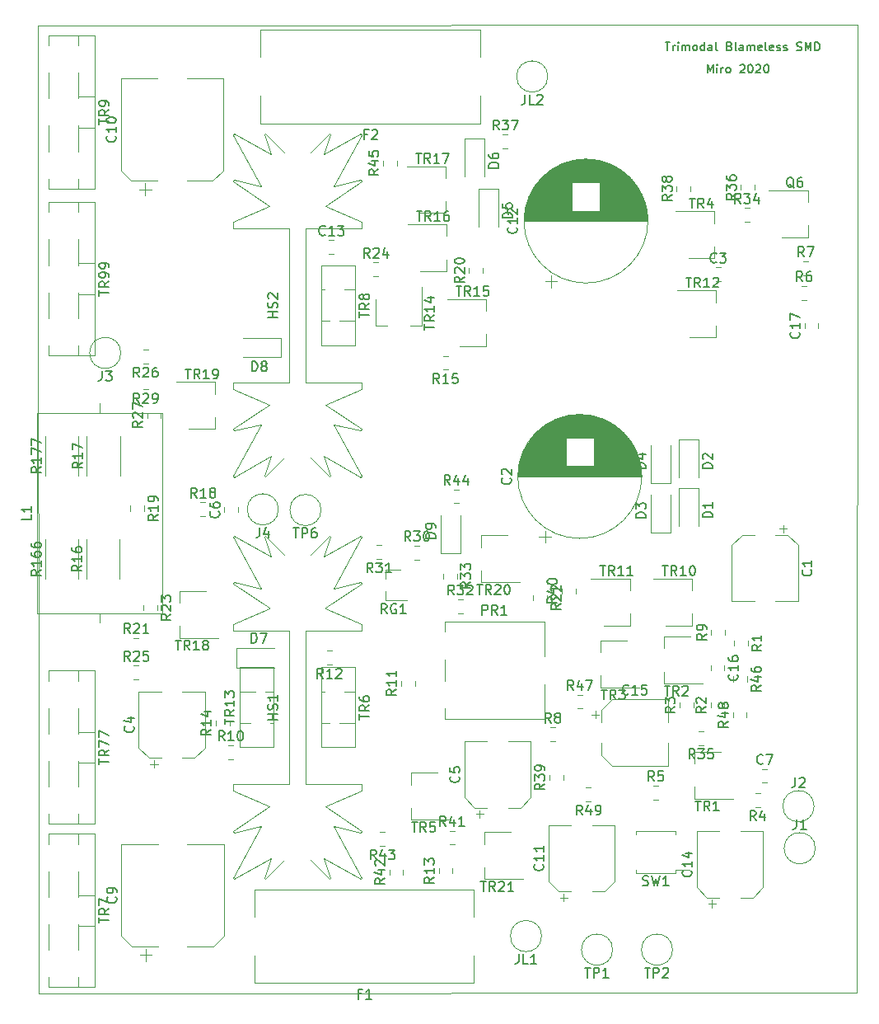
<source format=gto>
%TF.GenerationSoftware,KiCad,Pcbnew,5.1.5-52549c5~84~ubuntu18.04.1*%
%TF.CreationDate,2020-04-30T17:46:21+12:00*%
%TF.ProjectId,Trimodal SMD Cheap,5472696d-6f64-4616-9c20-534d44204368,rev?*%
%TF.SameCoordinates,Original*%
%TF.FileFunction,Legend,Top*%
%TF.FilePolarity,Positive*%
%FSLAX46Y46*%
G04 Gerber Fmt 4.6, Leading zero omitted, Abs format (unit mm)*
G04 Created by KiCad (PCBNEW 5.1.5-52549c5~84~ubuntu18.04.1) date 2020-04-30 17:46:21*
%MOMM*%
%LPD*%
G04 APERTURE LIST*
%ADD10C,0.152400*%
%ADD11C,0.100000*%
%ADD12C,0.120000*%
%ADD13C,0.150000*%
G04 APERTURE END LIST*
D10*
X131050090Y-37093676D02*
X131050090Y-36230076D01*
X131337957Y-36846933D01*
X131625823Y-36230076D01*
X131625823Y-37093676D01*
X132037061Y-37093676D02*
X132037061Y-36517942D01*
X132037061Y-36230076D02*
X131995938Y-36271200D01*
X132037061Y-36312323D01*
X132078185Y-36271200D01*
X132037061Y-36230076D01*
X132037061Y-36312323D01*
X132448300Y-37093676D02*
X132448300Y-36517942D01*
X132448300Y-36682438D02*
X132489423Y-36600190D01*
X132530547Y-36559066D01*
X132612795Y-36517942D01*
X132695042Y-36517942D01*
X133106280Y-37093676D02*
X133024033Y-37052552D01*
X132982909Y-37011428D01*
X132941785Y-36929180D01*
X132941785Y-36682438D01*
X132982909Y-36600190D01*
X133024033Y-36559066D01*
X133106280Y-36517942D01*
X133229652Y-36517942D01*
X133311900Y-36559066D01*
X133353023Y-36600190D01*
X133394147Y-36682438D01*
X133394147Y-36929180D01*
X133353023Y-37011428D01*
X133311900Y-37052552D01*
X133229652Y-37093676D01*
X133106280Y-37093676D01*
X134381119Y-36312323D02*
X134422242Y-36271200D01*
X134504490Y-36230076D01*
X134710109Y-36230076D01*
X134792357Y-36271200D01*
X134833480Y-36312323D01*
X134874604Y-36394571D01*
X134874604Y-36476819D01*
X134833480Y-36600190D01*
X134339995Y-37093676D01*
X134874604Y-37093676D01*
X135409214Y-36230076D02*
X135491461Y-36230076D01*
X135573709Y-36271200D01*
X135614833Y-36312323D01*
X135655957Y-36394571D01*
X135697080Y-36559066D01*
X135697080Y-36764685D01*
X135655957Y-36929180D01*
X135614833Y-37011428D01*
X135573709Y-37052552D01*
X135491461Y-37093676D01*
X135409214Y-37093676D01*
X135326966Y-37052552D01*
X135285842Y-37011428D01*
X135244719Y-36929180D01*
X135203595Y-36764685D01*
X135203595Y-36559066D01*
X135244719Y-36394571D01*
X135285842Y-36312323D01*
X135326966Y-36271200D01*
X135409214Y-36230076D01*
X136026071Y-36312323D02*
X136067195Y-36271200D01*
X136149442Y-36230076D01*
X136355061Y-36230076D01*
X136437309Y-36271200D01*
X136478433Y-36312323D01*
X136519557Y-36394571D01*
X136519557Y-36476819D01*
X136478433Y-36600190D01*
X135984947Y-37093676D01*
X136519557Y-37093676D01*
X137054166Y-36230076D02*
X137136414Y-36230076D01*
X137218661Y-36271200D01*
X137259785Y-36312323D01*
X137300909Y-36394571D01*
X137342033Y-36559066D01*
X137342033Y-36764685D01*
X137300909Y-36929180D01*
X137259785Y-37011428D01*
X137218661Y-37052552D01*
X137136414Y-37093676D01*
X137054166Y-37093676D01*
X136971919Y-37052552D01*
X136930795Y-37011428D01*
X136889671Y-36929180D01*
X136848547Y-36764685D01*
X136848547Y-36559066D01*
X136889671Y-36394571D01*
X136930795Y-36312323D01*
X136971919Y-36271200D01*
X137054166Y-36230076D01*
X126705480Y-33944076D02*
X127198966Y-33944076D01*
X126952223Y-34807676D02*
X126952223Y-33944076D01*
X127486833Y-34807676D02*
X127486833Y-34231942D01*
X127486833Y-34396438D02*
X127527957Y-34314190D01*
X127569080Y-34273066D01*
X127651328Y-34231942D01*
X127733576Y-34231942D01*
X128021442Y-34807676D02*
X128021442Y-34231942D01*
X128021442Y-33944076D02*
X127980319Y-33985200D01*
X128021442Y-34026323D01*
X128062566Y-33985200D01*
X128021442Y-33944076D01*
X128021442Y-34026323D01*
X128432680Y-34807676D02*
X128432680Y-34231942D01*
X128432680Y-34314190D02*
X128473804Y-34273066D01*
X128556052Y-34231942D01*
X128679423Y-34231942D01*
X128761671Y-34273066D01*
X128802795Y-34355314D01*
X128802795Y-34807676D01*
X128802795Y-34355314D02*
X128843919Y-34273066D01*
X128926166Y-34231942D01*
X129049538Y-34231942D01*
X129131785Y-34273066D01*
X129172909Y-34355314D01*
X129172909Y-34807676D01*
X129707519Y-34807676D02*
X129625271Y-34766552D01*
X129584147Y-34725428D01*
X129543023Y-34643180D01*
X129543023Y-34396438D01*
X129584147Y-34314190D01*
X129625271Y-34273066D01*
X129707519Y-34231942D01*
X129830890Y-34231942D01*
X129913138Y-34273066D01*
X129954261Y-34314190D01*
X129995385Y-34396438D01*
X129995385Y-34643180D01*
X129954261Y-34725428D01*
X129913138Y-34766552D01*
X129830890Y-34807676D01*
X129707519Y-34807676D01*
X130735614Y-34807676D02*
X130735614Y-33944076D01*
X130735614Y-34766552D02*
X130653366Y-34807676D01*
X130488871Y-34807676D01*
X130406623Y-34766552D01*
X130365500Y-34725428D01*
X130324376Y-34643180D01*
X130324376Y-34396438D01*
X130365500Y-34314190D01*
X130406623Y-34273066D01*
X130488871Y-34231942D01*
X130653366Y-34231942D01*
X130735614Y-34273066D01*
X131516966Y-34807676D02*
X131516966Y-34355314D01*
X131475842Y-34273066D01*
X131393595Y-34231942D01*
X131229100Y-34231942D01*
X131146852Y-34273066D01*
X131516966Y-34766552D02*
X131434719Y-34807676D01*
X131229100Y-34807676D01*
X131146852Y-34766552D01*
X131105728Y-34684304D01*
X131105728Y-34602057D01*
X131146852Y-34519809D01*
X131229100Y-34478685D01*
X131434719Y-34478685D01*
X131516966Y-34437561D01*
X132051576Y-34807676D02*
X131969328Y-34766552D01*
X131928204Y-34684304D01*
X131928204Y-33944076D01*
X133326414Y-34355314D02*
X133449785Y-34396438D01*
X133490909Y-34437561D01*
X133532033Y-34519809D01*
X133532033Y-34643180D01*
X133490909Y-34725428D01*
X133449785Y-34766552D01*
X133367538Y-34807676D01*
X133038547Y-34807676D01*
X133038547Y-33944076D01*
X133326414Y-33944076D01*
X133408661Y-33985200D01*
X133449785Y-34026323D01*
X133490909Y-34108571D01*
X133490909Y-34190819D01*
X133449785Y-34273066D01*
X133408661Y-34314190D01*
X133326414Y-34355314D01*
X133038547Y-34355314D01*
X134025519Y-34807676D02*
X133943271Y-34766552D01*
X133902147Y-34684304D01*
X133902147Y-33944076D01*
X134724623Y-34807676D02*
X134724623Y-34355314D01*
X134683500Y-34273066D01*
X134601252Y-34231942D01*
X134436757Y-34231942D01*
X134354509Y-34273066D01*
X134724623Y-34766552D02*
X134642376Y-34807676D01*
X134436757Y-34807676D01*
X134354509Y-34766552D01*
X134313385Y-34684304D01*
X134313385Y-34602057D01*
X134354509Y-34519809D01*
X134436757Y-34478685D01*
X134642376Y-34478685D01*
X134724623Y-34437561D01*
X135135861Y-34807676D02*
X135135861Y-34231942D01*
X135135861Y-34314190D02*
X135176985Y-34273066D01*
X135259233Y-34231942D01*
X135382604Y-34231942D01*
X135464852Y-34273066D01*
X135505976Y-34355314D01*
X135505976Y-34807676D01*
X135505976Y-34355314D02*
X135547100Y-34273066D01*
X135629347Y-34231942D01*
X135752719Y-34231942D01*
X135834966Y-34273066D01*
X135876090Y-34355314D01*
X135876090Y-34807676D01*
X136616319Y-34766552D02*
X136534071Y-34807676D01*
X136369576Y-34807676D01*
X136287328Y-34766552D01*
X136246204Y-34684304D01*
X136246204Y-34355314D01*
X136287328Y-34273066D01*
X136369576Y-34231942D01*
X136534071Y-34231942D01*
X136616319Y-34273066D01*
X136657442Y-34355314D01*
X136657442Y-34437561D01*
X136246204Y-34519809D01*
X137150928Y-34807676D02*
X137068680Y-34766552D01*
X137027557Y-34684304D01*
X137027557Y-33944076D01*
X137808909Y-34766552D02*
X137726661Y-34807676D01*
X137562166Y-34807676D01*
X137479919Y-34766552D01*
X137438795Y-34684304D01*
X137438795Y-34355314D01*
X137479919Y-34273066D01*
X137562166Y-34231942D01*
X137726661Y-34231942D01*
X137808909Y-34273066D01*
X137850033Y-34355314D01*
X137850033Y-34437561D01*
X137438795Y-34519809D01*
X138179023Y-34766552D02*
X138261271Y-34807676D01*
X138425766Y-34807676D01*
X138508014Y-34766552D01*
X138549138Y-34684304D01*
X138549138Y-34643180D01*
X138508014Y-34560933D01*
X138425766Y-34519809D01*
X138302395Y-34519809D01*
X138220147Y-34478685D01*
X138179023Y-34396438D01*
X138179023Y-34355314D01*
X138220147Y-34273066D01*
X138302395Y-34231942D01*
X138425766Y-34231942D01*
X138508014Y-34273066D01*
X138878128Y-34766552D02*
X138960376Y-34807676D01*
X139124871Y-34807676D01*
X139207119Y-34766552D01*
X139248242Y-34684304D01*
X139248242Y-34643180D01*
X139207119Y-34560933D01*
X139124871Y-34519809D01*
X139001500Y-34519809D01*
X138919252Y-34478685D01*
X138878128Y-34396438D01*
X138878128Y-34355314D01*
X138919252Y-34273066D01*
X139001500Y-34231942D01*
X139124871Y-34231942D01*
X139207119Y-34273066D01*
X140235214Y-34766552D02*
X140358585Y-34807676D01*
X140564204Y-34807676D01*
X140646452Y-34766552D01*
X140687576Y-34725428D01*
X140728700Y-34643180D01*
X140728700Y-34560933D01*
X140687576Y-34478685D01*
X140646452Y-34437561D01*
X140564204Y-34396438D01*
X140399709Y-34355314D01*
X140317461Y-34314190D01*
X140276338Y-34273066D01*
X140235214Y-34190819D01*
X140235214Y-34108571D01*
X140276338Y-34026323D01*
X140317461Y-33985200D01*
X140399709Y-33944076D01*
X140605328Y-33944076D01*
X140728700Y-33985200D01*
X141098814Y-34807676D02*
X141098814Y-33944076D01*
X141386680Y-34560933D01*
X141674547Y-33944076D01*
X141674547Y-34807676D01*
X142085785Y-34807676D02*
X142085785Y-33944076D01*
X142291404Y-33944076D01*
X142414776Y-33985200D01*
X142497023Y-34067447D01*
X142538147Y-34149695D01*
X142579271Y-34314190D01*
X142579271Y-34437561D01*
X142538147Y-34602057D01*
X142497023Y-34684304D01*
X142414776Y-34766552D01*
X142291404Y-34807676D01*
X142085785Y-34807676D01*
D11*
X146494500Y-32131000D02*
X146367500Y-131572000D01*
X62230000Y-32194500D02*
X146494500Y-32131000D01*
X62293500Y-131635500D02*
X62230000Y-32194500D01*
X146367500Y-131572000D02*
X62293500Y-131635500D01*
D12*
X91790000Y-112425000D02*
X95510000Y-114925000D01*
X95510000Y-114925000D02*
X95450000Y-115105000D01*
X95450000Y-115105000D02*
X92650000Y-114445000D01*
X92650000Y-114445000D02*
X95530000Y-119745000D01*
X95410000Y-119865000D02*
X91640000Y-117715000D01*
X92320000Y-119765000D02*
X92170000Y-119855000D01*
X91640000Y-117715000D02*
X92320000Y-119765000D01*
X92170000Y-119855000D02*
X90280000Y-117895000D01*
X95530000Y-119745000D02*
X95410000Y-119865000D01*
X82300000Y-110805000D02*
X86010000Y-112415000D01*
X88050000Y-110135000D02*
X82300000Y-110135000D01*
X82300000Y-110135000D02*
X82300000Y-110805000D01*
X85150000Y-114445000D02*
X82270000Y-119745000D01*
X82290000Y-114925000D02*
X82350000Y-115105000D01*
X82350000Y-115105000D02*
X85150000Y-114445000D01*
X86010000Y-112425000D02*
X82290000Y-114925000D01*
X85630000Y-119855000D02*
X87520000Y-117895000D01*
X82390000Y-119865000D02*
X86160000Y-117715000D01*
X85480000Y-119765000D02*
X85630000Y-119855000D01*
X82270000Y-119745000D02*
X82390000Y-119865000D01*
X86160000Y-117715000D02*
X85480000Y-119765000D01*
X88050000Y-102235000D02*
X88050000Y-110135000D01*
X89750000Y-110135000D02*
X95500000Y-110135000D01*
X95500000Y-110135000D02*
X95500000Y-110805000D01*
X95500000Y-110805000D02*
X91790000Y-112415000D01*
X89750000Y-102235000D02*
X89750000Y-110135000D01*
X82350000Y-89365000D02*
X85150000Y-90025000D01*
X82290000Y-89545000D02*
X82350000Y-89365000D01*
X86010000Y-92045000D02*
X82290000Y-89545000D01*
X85150000Y-90025000D02*
X82270000Y-84725000D01*
X85630000Y-84615000D02*
X87520000Y-86575000D01*
X86160000Y-86755000D02*
X85480000Y-84705000D01*
X82390000Y-84605000D02*
X86160000Y-86755000D01*
X82270000Y-84725000D02*
X82390000Y-84605000D01*
X85480000Y-84705000D02*
X85630000Y-84615000D01*
X82300000Y-93665000D02*
X86010000Y-92055000D01*
X88050000Y-102235000D02*
X88050000Y-94335000D01*
X88050000Y-94335000D02*
X82300000Y-94335000D01*
X82300000Y-94335000D02*
X82300000Y-93665000D01*
X89750000Y-102235000D02*
X89750000Y-94335000D01*
X89750000Y-94335000D02*
X95500000Y-94335000D01*
X95500000Y-94335000D02*
X95500000Y-93665000D01*
X95500000Y-93665000D02*
X91790000Y-92055000D01*
X91790000Y-92045000D02*
X95510000Y-89545000D01*
X95510000Y-89545000D02*
X95450000Y-89365000D01*
X95450000Y-89365000D02*
X92650000Y-90025000D01*
X92650000Y-90025000D02*
X95530000Y-84725000D01*
X95530000Y-84725000D02*
X95410000Y-84605000D01*
X95410000Y-84605000D02*
X91640000Y-86755000D01*
X91640000Y-86755000D02*
X92320000Y-84705000D01*
X92320000Y-84705000D02*
X92170000Y-84615000D01*
X92170000Y-84615000D02*
X90280000Y-86575000D01*
X81333000Y-116278500D02*
X77583000Y-116278500D01*
X70813000Y-116278500D02*
X74563000Y-116278500D01*
X70813000Y-125734063D02*
X70813000Y-116278500D01*
X81333000Y-125734063D02*
X81333000Y-116278500D01*
X80268563Y-126798500D02*
X77583000Y-126798500D01*
X71877437Y-126798500D02*
X74563000Y-126798500D01*
X71877437Y-126798500D02*
X70813000Y-125734063D01*
X80268563Y-126798500D02*
X81333000Y-125734063D01*
X73313000Y-128288500D02*
X73313000Y-127038500D01*
X72688000Y-127663500D02*
X73938000Y-127663500D01*
X74497000Y-91767922D02*
X74497000Y-92285078D01*
X73077000Y-91767922D02*
X73077000Y-92285078D01*
X133559500Y-91363500D02*
X135909500Y-91363500D01*
X140379500Y-91363500D02*
X138029500Y-91363500D01*
X140379500Y-85607937D02*
X140379500Y-91363500D01*
X133559500Y-85607937D02*
X133559500Y-91363500D01*
X134623937Y-84543500D02*
X135909500Y-84543500D01*
X139315063Y-84543500D02*
X138029500Y-84543500D01*
X139315063Y-84543500D02*
X140379500Y-85607937D01*
X134623937Y-84543500D02*
X133559500Y-85607937D01*
X138817000Y-83516000D02*
X138817000Y-84303500D01*
X139210750Y-83909750D02*
X138423250Y-83909750D01*
X79419500Y-100609000D02*
X77069500Y-100609000D01*
X72599500Y-100609000D02*
X74949500Y-100609000D01*
X72599500Y-106364563D02*
X72599500Y-100609000D01*
X79419500Y-106364563D02*
X79419500Y-100609000D01*
X78355063Y-107429000D02*
X77069500Y-107429000D01*
X73663937Y-107429000D02*
X74949500Y-107429000D01*
X73663937Y-107429000D02*
X72599500Y-106364563D01*
X78355063Y-107429000D02*
X79419500Y-106364563D01*
X74162000Y-108456500D02*
X74162000Y-107669000D01*
X73768250Y-108062750D02*
X74555750Y-108062750D01*
X112884000Y-105746500D02*
X110534000Y-105746500D01*
X106064000Y-105746500D02*
X108414000Y-105746500D01*
X106064000Y-111502063D02*
X106064000Y-105746500D01*
X112884000Y-111502063D02*
X112884000Y-105746500D01*
X111819563Y-112566500D02*
X110534000Y-112566500D01*
X107128437Y-112566500D02*
X108414000Y-112566500D01*
X107128437Y-112566500D02*
X106064000Y-111502063D01*
X111819563Y-112566500D02*
X112884000Y-111502063D01*
X107626500Y-113594000D02*
X107626500Y-112806500D01*
X107232750Y-113200250D02*
X108020250Y-113200250D01*
X72624500Y-49051500D02*
X73874500Y-49051500D01*
X73249500Y-49676500D02*
X73249500Y-48426500D01*
X80205063Y-48186500D02*
X81269500Y-47122063D01*
X71813937Y-48186500D02*
X70749500Y-47122063D01*
X71813937Y-48186500D02*
X74499500Y-48186500D01*
X80205063Y-48186500D02*
X77519500Y-48186500D01*
X81269500Y-47122063D02*
X81269500Y-37666500D01*
X70749500Y-47122063D02*
X70749500Y-37666500D01*
X70749500Y-37666500D02*
X74499500Y-37666500D01*
X81269500Y-37666500D02*
X77519500Y-37666500D01*
X115868750Y-121778750D02*
X116656250Y-121778750D01*
X116262500Y-122172500D02*
X116262500Y-121385000D01*
X120455563Y-121145000D02*
X121520000Y-120080563D01*
X115764437Y-121145000D02*
X114700000Y-120080563D01*
X115764437Y-121145000D02*
X117050000Y-121145000D01*
X120455563Y-121145000D02*
X119170000Y-121145000D01*
X121520000Y-120080563D02*
X121520000Y-114325000D01*
X114700000Y-120080563D02*
X114700000Y-114325000D01*
X114700000Y-114325000D02*
X117050000Y-114325000D01*
X121520000Y-114325000D02*
X119170000Y-114325000D01*
X131108750Y-122413750D02*
X131896250Y-122413750D01*
X131502500Y-122807500D02*
X131502500Y-122020000D01*
X135695563Y-121780000D02*
X136760000Y-120715563D01*
X131004437Y-121780000D02*
X129940000Y-120715563D01*
X131004437Y-121780000D02*
X132290000Y-121780000D01*
X135695563Y-121780000D02*
X134410000Y-121780000D01*
X136760000Y-120715563D02*
X136760000Y-114960000D01*
X129940000Y-120715563D02*
X129940000Y-114960000D01*
X129940000Y-114960000D02*
X132290000Y-114960000D01*
X136760000Y-114960000D02*
X134410000Y-114960000D01*
X119521250Y-102597250D02*
X119521250Y-103384750D01*
X119127500Y-102991000D02*
X119915000Y-102991000D01*
X120155000Y-107184063D02*
X121219437Y-108248500D01*
X120155000Y-102492937D02*
X121219437Y-101428500D01*
X120155000Y-102492937D02*
X120155000Y-103778500D01*
X120155000Y-107184063D02*
X120155000Y-105898500D01*
X121219437Y-108248500D02*
X126975000Y-108248500D01*
X121219437Y-101428500D02*
X126975000Y-101428500D01*
X126975000Y-101428500D02*
X126975000Y-103778500D01*
X126975000Y-108248500D02*
X126975000Y-105898500D01*
X130095500Y-79727500D02*
X128095500Y-79727500D01*
X128095500Y-79727500D02*
X128095500Y-83627500D01*
X130095500Y-79727500D02*
X130095500Y-83627500D01*
X130095500Y-74713000D02*
X128095500Y-74713000D01*
X128095500Y-74713000D02*
X128095500Y-78613000D01*
X130095500Y-74713000D02*
X130095500Y-78613000D01*
X125238000Y-84291000D02*
X125238000Y-80391000D01*
X127238000Y-84291000D02*
X127238000Y-80391000D01*
X125238000Y-84291000D02*
X127238000Y-84291000D01*
X125238000Y-79212000D02*
X127238000Y-79212000D01*
X127238000Y-79212000D02*
X127238000Y-75312000D01*
X125238000Y-79212000D02*
X125238000Y-75312000D01*
X109521500Y-48993500D02*
X109521500Y-52893500D01*
X107521500Y-48993500D02*
X107521500Y-52893500D01*
X109521500Y-48993500D02*
X107521500Y-48993500D01*
X108124500Y-43852000D02*
X108124500Y-47752000D01*
X106124500Y-43852000D02*
X106124500Y-47752000D01*
X108124500Y-43852000D02*
X106124500Y-43852000D01*
X82650500Y-96155000D02*
X86550500Y-96155000D01*
X82650500Y-98155000D02*
X86550500Y-98155000D01*
X82650500Y-96155000D02*
X82650500Y-98155000D01*
X87214000Y-66278000D02*
X87214000Y-64278000D01*
X87214000Y-64278000D02*
X83314000Y-64278000D01*
X87214000Y-66278000D02*
X83314000Y-66278000D01*
X103648000Y-86388500D02*
X105648000Y-86388500D01*
X105648000Y-86388500D02*
X105648000Y-82488500D01*
X103648000Y-86388500D02*
X103648000Y-82488500D01*
X84455000Y-120930000D02*
X84455000Y-123730000D01*
X84455000Y-127730000D02*
X84455000Y-130530000D01*
X107055000Y-127730000D02*
X107055000Y-130530000D01*
X107055000Y-130530000D02*
X84455000Y-130530000D01*
X107055000Y-120930000D02*
X84455000Y-120930000D01*
X107055000Y-120930000D02*
X107055000Y-123730000D01*
X107690000Y-32665000D02*
X107690000Y-35465000D01*
X107690000Y-32665000D02*
X85090000Y-32665000D01*
X107690000Y-42265000D02*
X85090000Y-42265000D01*
X107690000Y-39465000D02*
X107690000Y-42265000D01*
X85090000Y-39465000D02*
X85090000Y-42265000D01*
X85090000Y-32665000D02*
X85090000Y-35465000D01*
X92170000Y-43340000D02*
X90280000Y-45300000D01*
X92320000Y-43430000D02*
X92170000Y-43340000D01*
X91640000Y-45480000D02*
X92320000Y-43430000D01*
X95410000Y-43330000D02*
X91640000Y-45480000D01*
X95530000Y-43450000D02*
X95410000Y-43330000D01*
X92650000Y-48750000D02*
X95530000Y-43450000D01*
X95450000Y-48090000D02*
X92650000Y-48750000D01*
X95510000Y-48270000D02*
X95450000Y-48090000D01*
X91790000Y-50770000D02*
X95510000Y-48270000D01*
X95500000Y-52390000D02*
X91790000Y-50780000D01*
X95500000Y-53060000D02*
X95500000Y-52390000D01*
X89750000Y-53060000D02*
X95500000Y-53060000D01*
X89750000Y-60960000D02*
X89750000Y-53060000D01*
X82300000Y-53060000D02*
X82300000Y-52390000D01*
X88050000Y-53060000D02*
X82300000Y-53060000D01*
X88050000Y-60960000D02*
X88050000Y-53060000D01*
X82300000Y-52390000D02*
X86010000Y-50780000D01*
X85480000Y-43430000D02*
X85630000Y-43340000D01*
X82270000Y-43450000D02*
X82390000Y-43330000D01*
X82390000Y-43330000D02*
X86160000Y-45480000D01*
X86160000Y-45480000D02*
X85480000Y-43430000D01*
X85630000Y-43340000D02*
X87520000Y-45300000D01*
X85150000Y-48750000D02*
X82270000Y-43450000D01*
X86010000Y-50770000D02*
X82290000Y-48270000D01*
X82290000Y-48270000D02*
X82350000Y-48090000D01*
X82350000Y-48090000D02*
X85150000Y-48750000D01*
X89750000Y-60960000D02*
X89750000Y-68860000D01*
X95500000Y-69530000D02*
X91790000Y-71140000D01*
X95500000Y-68860000D02*
X95500000Y-69530000D01*
X89750000Y-68860000D02*
X95500000Y-68860000D01*
X88050000Y-60960000D02*
X88050000Y-68860000D01*
X86160000Y-76440000D02*
X85480000Y-78490000D01*
X82270000Y-78470000D02*
X82390000Y-78590000D01*
X85480000Y-78490000D02*
X85630000Y-78580000D01*
X82390000Y-78590000D02*
X86160000Y-76440000D01*
X85630000Y-78580000D02*
X87520000Y-76620000D01*
X86010000Y-71150000D02*
X82290000Y-73650000D01*
X82350000Y-73830000D02*
X85150000Y-73170000D01*
X82290000Y-73650000D02*
X82350000Y-73830000D01*
X85150000Y-73170000D02*
X82270000Y-78470000D01*
X82300000Y-68860000D02*
X82300000Y-69530000D01*
X88050000Y-68860000D02*
X82300000Y-68860000D01*
X82300000Y-69530000D02*
X86010000Y-71140000D01*
X95530000Y-78470000D02*
X95410000Y-78590000D01*
X92170000Y-78580000D02*
X90280000Y-76620000D01*
X91640000Y-76440000D02*
X92320000Y-78490000D01*
X92320000Y-78490000D02*
X92170000Y-78580000D01*
X95410000Y-78590000D02*
X91640000Y-76440000D01*
X92650000Y-73170000D02*
X95530000Y-78470000D01*
X95450000Y-73830000D02*
X92650000Y-73170000D01*
X95510000Y-73650000D02*
X95450000Y-73830000D01*
X91790000Y-71150000D02*
X95510000Y-73650000D01*
X142126281Y-116713000D02*
G75*
G03X142126281Y-116713000I-1600781J0D01*
G01*
X141999281Y-112395000D02*
G75*
G03X141999281Y-112395000I-1600781J0D01*
G01*
X70752281Y-65849500D02*
G75*
G03X70752281Y-65849500I-1600781J0D01*
G01*
X86944781Y-81915000D02*
G75*
G03X86944781Y-81915000I-1600781J0D01*
G01*
X113995781Y-125730000D02*
G75*
G03X113995781Y-125730000I-1600781J0D01*
G01*
X114630781Y-37465000D02*
G75*
G03X114630781Y-37465000I-1600781J0D01*
G01*
X62110000Y-92576000D02*
X75050000Y-92576000D01*
X75050000Y-92576000D02*
X75050000Y-72016000D01*
X75050000Y-72016000D02*
X62110000Y-72016000D01*
X62110000Y-72016000D02*
X62110000Y-92576000D01*
X68580000Y-93556000D02*
X68580000Y-92576000D01*
X68580000Y-71036000D02*
X68580000Y-72016000D01*
X104020000Y-93404000D02*
X114260000Y-93404000D01*
X104020000Y-103445000D02*
X114260000Y-103445000D01*
X104020000Y-93404000D02*
X104020000Y-94499000D01*
X104020000Y-97351000D02*
X104020000Y-99500000D01*
X104020000Y-102350000D02*
X104020000Y-103445000D01*
X114260000Y-93404000D02*
X114260000Y-97000000D01*
X114260000Y-99850000D02*
X114260000Y-103445000D01*
X141353000Y-52762000D02*
X141353000Y-53962000D01*
X141353000Y-53962000D02*
X138653000Y-53962000D01*
X137353000Y-49162000D02*
X141353000Y-49162000D01*
X141353000Y-49162000D02*
X141353000Y-50362000D01*
X91326281Y-81978500D02*
G75*
G03X91326281Y-81978500I-1600781J0D01*
G01*
X129728500Y-111620000D02*
X129728500Y-110420000D01*
X133728500Y-111620000D02*
X129728500Y-111620000D01*
X129728500Y-106820000D02*
X132428500Y-106820000D01*
X129728500Y-108020000D02*
X129728500Y-106820000D01*
X126553500Y-99785000D02*
X126553500Y-98585000D01*
X130553500Y-99785000D02*
X126553500Y-99785000D01*
X126553500Y-94985000D02*
X129253500Y-94985000D01*
X126553500Y-96185000D02*
X126553500Y-94985000D01*
X120076500Y-96590000D02*
X120076500Y-95390000D01*
X120076500Y-95390000D02*
X122776500Y-95390000D01*
X124076500Y-100190000D02*
X120076500Y-100190000D01*
X120076500Y-100190000D02*
X120076500Y-98990000D01*
X131777200Y-54921000D02*
X131777200Y-56121000D01*
X131777200Y-56121000D02*
X129077200Y-56121000D01*
X127777200Y-51321000D02*
X131777200Y-51321000D01*
X131777200Y-51321000D02*
X131777200Y-52521000D01*
X100582000Y-110179000D02*
X100582000Y-108979000D01*
X100582000Y-108979000D02*
X103282000Y-108979000D01*
X104582000Y-113779000D02*
X100582000Y-113779000D01*
X100582000Y-113779000D02*
X100582000Y-112579000D01*
X92170000Y-103836000D02*
X91340000Y-103836000D01*
X94830000Y-103836000D02*
X93250000Y-103836000D01*
X91660000Y-100635000D02*
X91340000Y-100635000D01*
X94830000Y-100635000D02*
X93760000Y-100635000D01*
X94830000Y-106355000D02*
X91340000Y-106355000D01*
X94830000Y-98115000D02*
X91340000Y-98115000D01*
X91340000Y-98115000D02*
X91340000Y-106355000D01*
X94830000Y-98115000D02*
X94830000Y-106355000D01*
X68080500Y-115245500D02*
X68080500Y-130985500D01*
X63340500Y-115245500D02*
X63340500Y-116265500D01*
X63340500Y-119065500D02*
X63340500Y-121716500D01*
X63340500Y-124515500D02*
X63340500Y-127165500D01*
X63340500Y-129965500D02*
X63340500Y-130985500D01*
X68080500Y-115245500D02*
X63340500Y-115245500D01*
X68080500Y-130985500D02*
X63340500Y-130985500D01*
X66340500Y-115245500D02*
X66340500Y-116265500D01*
X66340500Y-119065500D02*
X66340500Y-121716500D01*
X66340500Y-124515500D02*
X66340500Y-127165500D01*
X66340500Y-129965500D02*
X66340500Y-130985500D01*
X68080500Y-121515500D02*
X66340500Y-121515500D01*
X68080500Y-124716500D02*
X66340500Y-124716500D01*
X94830000Y-56840000D02*
X94830000Y-65080000D01*
X91340000Y-56840000D02*
X91340000Y-65080000D01*
X94830000Y-56840000D02*
X91340000Y-56840000D01*
X94830000Y-65080000D02*
X91340000Y-65080000D01*
X94830000Y-59360000D02*
X93760000Y-59360000D01*
X91660000Y-59360000D02*
X91340000Y-59360000D01*
X94830000Y-62561000D02*
X93250000Y-62561000D01*
X92170000Y-62561000D02*
X91340000Y-62561000D01*
X68080500Y-33225500D02*
X68080500Y-48965500D01*
X63340500Y-33225500D02*
X63340500Y-34245500D01*
X63340500Y-37045500D02*
X63340500Y-39696500D01*
X63340500Y-42495500D02*
X63340500Y-45145500D01*
X63340500Y-47945500D02*
X63340500Y-48965500D01*
X68080500Y-33225500D02*
X63340500Y-33225500D01*
X68080500Y-48965500D02*
X63340500Y-48965500D01*
X66340500Y-33225500D02*
X66340500Y-34245500D01*
X66340500Y-37045500D02*
X66340500Y-39696500D01*
X66340500Y-42495500D02*
X66340500Y-45145500D01*
X66340500Y-47945500D02*
X66340500Y-48965500D01*
X68080500Y-39495500D02*
X66340500Y-39495500D01*
X68080500Y-42696500D02*
X66340500Y-42696500D01*
X129478500Y-92640000D02*
X129478500Y-93840000D01*
X129478500Y-93840000D02*
X126778500Y-93840000D01*
X125478500Y-89040000D02*
X129478500Y-89040000D01*
X129478500Y-89040000D02*
X129478500Y-90240000D01*
X123065000Y-89040000D02*
X123065000Y-90240000D01*
X119065000Y-89040000D02*
X123065000Y-89040000D01*
X123065000Y-93840000D02*
X120365000Y-93840000D01*
X123065000Y-92640000D02*
X123065000Y-93840000D01*
X131891500Y-59449000D02*
X131891500Y-60649000D01*
X127891500Y-59449000D02*
X131891500Y-59449000D01*
X131891500Y-64249000D02*
X129191500Y-64249000D01*
X131891500Y-63049000D02*
X131891500Y-64249000D01*
X82970000Y-106355000D02*
X82970000Y-98115000D01*
X86460000Y-106355000D02*
X86460000Y-98115000D01*
X82970000Y-106355000D02*
X86460000Y-106355000D01*
X82970000Y-98115000D02*
X86460000Y-98115000D01*
X82970000Y-103835000D02*
X84040000Y-103835000D01*
X86140000Y-103835000D02*
X86460000Y-103835000D01*
X82970000Y-100634000D02*
X84550000Y-100634000D01*
X85630000Y-100634000D02*
X86460000Y-100634000D01*
X101714000Y-63057500D02*
X100514000Y-63057500D01*
X101714000Y-59057500D02*
X101714000Y-63057500D01*
X96914000Y-63057500D02*
X96914000Y-60357500D01*
X98114000Y-63057500D02*
X96914000Y-63057500D01*
X108269500Y-63938000D02*
X108269500Y-65138000D01*
X108269500Y-65138000D02*
X105569500Y-65138000D01*
X104269500Y-60338000D02*
X108269500Y-60338000D01*
X108269500Y-60338000D02*
X108269500Y-61538000D01*
X104205500Y-56254500D02*
X104205500Y-57454500D01*
X104205500Y-57454500D02*
X101505500Y-57454500D01*
X100205500Y-52654500D02*
X104205500Y-52654500D01*
X104205500Y-52654500D02*
X104205500Y-53854500D01*
X104142000Y-50285500D02*
X104142000Y-51485500D01*
X104142000Y-51485500D02*
X101442000Y-51485500D01*
X100142000Y-46685500D02*
X104142000Y-46685500D01*
X104142000Y-46685500D02*
X104142000Y-47885500D01*
X76769500Y-91510000D02*
X76769500Y-90310000D01*
X76769500Y-90310000D02*
X79469500Y-90310000D01*
X80769500Y-95110000D02*
X76769500Y-95110000D01*
X76769500Y-95110000D02*
X76769500Y-93910000D01*
X80456500Y-68847000D02*
X80456500Y-70047000D01*
X76456500Y-68847000D02*
X80456500Y-68847000D01*
X80456500Y-73647000D02*
X77756500Y-73647000D01*
X80456500Y-72447000D02*
X80456500Y-73647000D01*
X107757500Y-89395000D02*
X107757500Y-88195000D01*
X111757500Y-89395000D02*
X107757500Y-89395000D01*
X107757500Y-84595000D02*
X110457500Y-84595000D01*
X107757500Y-85795000D02*
X107757500Y-84595000D01*
X108138500Y-119875000D02*
X108138500Y-118675000D01*
X112138500Y-119875000D02*
X108138500Y-119875000D01*
X108138500Y-115075000D02*
X110838500Y-115075000D01*
X108138500Y-116275000D02*
X108138500Y-115075000D01*
X68080500Y-59841500D02*
X66340500Y-59841500D01*
X68080500Y-56640500D02*
X66340500Y-56640500D01*
X66340500Y-65090500D02*
X66340500Y-66110500D01*
X66340500Y-59640500D02*
X66340500Y-62290500D01*
X66340500Y-54190500D02*
X66340500Y-56841500D01*
X66340500Y-50370500D02*
X66340500Y-51390500D01*
X68080500Y-66110500D02*
X63340500Y-66110500D01*
X68080500Y-50370500D02*
X63340500Y-50370500D01*
X63340500Y-65090500D02*
X63340500Y-66110500D01*
X63340500Y-59640500D02*
X63340500Y-62290500D01*
X63340500Y-54190500D02*
X63340500Y-56841500D01*
X63340500Y-50370500D02*
X63340500Y-51390500D01*
X68080500Y-50370500D02*
X68080500Y-66110500D01*
X67187500Y-89068064D02*
X67187500Y-84963936D01*
X70607500Y-89068064D02*
X70607500Y-84963936D01*
X70671000Y-78485064D02*
X70671000Y-74380936D01*
X67251000Y-78485064D02*
X67251000Y-74380936D01*
X131869922Y-58495000D02*
X132387078Y-58495000D01*
X131869922Y-57075000D02*
X132387078Y-57075000D01*
X82815500Y-82222078D02*
X82815500Y-81704922D01*
X81395500Y-82222078D02*
X81395500Y-81704922D01*
X136662422Y-108573500D02*
X137179578Y-108573500D01*
X136662422Y-109993500D02*
X137179578Y-109993500D01*
X92133922Y-55701000D02*
X92651078Y-55701000D01*
X92133922Y-54281000D02*
X92651078Y-54281000D01*
X132790000Y-97960922D02*
X132790000Y-98478078D01*
X131370000Y-97960922D02*
X131370000Y-98478078D01*
X141022000Y-63329078D02*
X141022000Y-62811922D01*
X142442000Y-63329078D02*
X142442000Y-62811922D01*
X135203000Y-95387422D02*
X135203000Y-95904578D01*
X133783000Y-95387422D02*
X133783000Y-95904578D01*
X132790000Y-102288078D02*
X132790000Y-101770922D01*
X131370000Y-102288078D02*
X131370000Y-101770922D01*
X128195000Y-102288078D02*
X128195000Y-101770922D01*
X129615000Y-102288078D02*
X129615000Y-101770922D01*
X136451078Y-112470000D02*
X135933922Y-112470000D01*
X136451078Y-111050000D02*
X135933922Y-111050000D01*
X125486422Y-111708000D02*
X126003578Y-111708000D01*
X125486422Y-110288000D02*
X126003578Y-110288000D01*
X140711422Y-60400000D02*
X141228578Y-60400000D01*
X140711422Y-58980000D02*
X141228578Y-58980000D01*
X140861422Y-56440000D02*
X141378578Y-56440000D01*
X140861422Y-57860000D02*
X141378578Y-57860000D01*
X114881922Y-104319000D02*
X115399078Y-104319000D01*
X114881922Y-105739000D02*
X115399078Y-105739000D01*
X132853500Y-94795078D02*
X132853500Y-94277922D01*
X131433500Y-94795078D02*
X131433500Y-94277922D01*
X81798422Y-107565500D02*
X82315578Y-107565500D01*
X81798422Y-106145500D02*
X82315578Y-106145500D01*
X100976500Y-100017078D02*
X100976500Y-99499922D01*
X99556500Y-100017078D02*
X99556500Y-99499922D01*
X92445578Y-97865000D02*
X91928422Y-97865000D01*
X92445578Y-96445000D02*
X91928422Y-96445000D01*
X104850000Y-119306078D02*
X104850000Y-118788922D01*
X103430000Y-119306078D02*
X103430000Y-118788922D01*
X80506500Y-104129578D02*
X80506500Y-103612422D01*
X81926500Y-104129578D02*
X81926500Y-103612422D01*
X104383578Y-67575500D02*
X103866422Y-67575500D01*
X104383578Y-66155500D02*
X103866422Y-66155500D01*
X78940922Y-82625000D02*
X79458078Y-82625000D01*
X78940922Y-81205000D02*
X79458078Y-81205000D01*
X73163500Y-81544422D02*
X73163500Y-82061578D01*
X71743500Y-81544422D02*
X71743500Y-82061578D01*
X106541500Y-57647578D02*
X106541500Y-57130422D01*
X107961500Y-57647578D02*
X107961500Y-57130422D01*
X72082922Y-96531500D02*
X72600078Y-96531500D01*
X72082922Y-95111500D02*
X72600078Y-95111500D01*
X113145500Y-90721922D02*
X113145500Y-91239078D01*
X114565500Y-90721922D02*
X114565500Y-91239078D01*
X96720922Y-57987000D02*
X97238078Y-57987000D01*
X96720922Y-56567000D02*
X97238078Y-56567000D01*
X72082922Y-97969000D02*
X72600078Y-97969000D01*
X72082922Y-99389000D02*
X72600078Y-99389000D01*
X73552578Y-65520500D02*
X73035422Y-65520500D01*
X73552578Y-66940500D02*
X73035422Y-66940500D01*
X74878000Y-72506578D02*
X74878000Y-71989422D01*
X73458000Y-72506578D02*
X73458000Y-71989422D01*
X73552578Y-69607500D02*
X73035422Y-69607500D01*
X73552578Y-68187500D02*
X73035422Y-68187500D01*
X100911922Y-87070000D02*
X101429078Y-87070000D01*
X100911922Y-85650000D02*
X101429078Y-85650000D01*
X97540578Y-87006500D02*
X97023422Y-87006500D01*
X97540578Y-85586500D02*
X97023422Y-85586500D01*
X105390422Y-92594500D02*
X105907578Y-92594500D01*
X105390422Y-91174500D02*
X105907578Y-91174500D01*
X103874500Y-88499422D02*
X103874500Y-89016578D01*
X105294500Y-88499422D02*
X105294500Y-89016578D01*
X134854422Y-52399000D02*
X135371578Y-52399000D01*
X134854422Y-50979000D02*
X135371578Y-50979000D01*
X130639078Y-106120000D02*
X130121922Y-106120000D01*
X130639078Y-104700000D02*
X130121922Y-104700000D01*
X134481500Y-49105078D02*
X134481500Y-48587922D01*
X135901500Y-49105078D02*
X135901500Y-48587922D01*
X109992422Y-43422500D02*
X110509578Y-43422500D01*
X109992422Y-44842500D02*
X110509578Y-44842500D01*
X129297500Y-49232078D02*
X129297500Y-48714922D01*
X127877500Y-49232078D02*
X127877500Y-48714922D01*
X116216500Y-109717578D02*
X116216500Y-109200422D01*
X114796500Y-109717578D02*
X114796500Y-109200422D01*
X117486500Y-90555578D02*
X117486500Y-90038422D01*
X116066500Y-90555578D02*
X116066500Y-90038422D01*
X104531422Y-114923500D02*
X105048578Y-114923500D01*
X104531422Y-116343500D02*
X105048578Y-116343500D01*
X98350000Y-119433078D02*
X98350000Y-118915922D01*
X99770000Y-119433078D02*
X99770000Y-118915922D01*
X97906578Y-116470500D02*
X97389422Y-116470500D01*
X97906578Y-115050500D02*
X97389422Y-115050500D01*
X104975922Y-79871500D02*
X105493078Y-79871500D01*
X104975922Y-81291500D02*
X105493078Y-81291500D01*
X99135000Y-46613578D02*
X99135000Y-46096422D01*
X97715000Y-46613578D02*
X97715000Y-46096422D01*
X133719500Y-99070422D02*
X133719500Y-99587578D01*
X135139500Y-99070422D02*
X135139500Y-99587578D01*
X117660922Y-102373500D02*
X118178078Y-102373500D01*
X117660922Y-100953500D02*
X118178078Y-100953500D01*
X133656000Y-103304078D02*
X133656000Y-102786922D01*
X135076000Y-103304078D02*
X135076000Y-102786922D01*
X119082078Y-111898500D02*
X118564922Y-111898500D01*
X119082078Y-110478500D02*
X118564922Y-110478500D01*
X66416500Y-89068064D02*
X66416500Y-84963936D01*
X62996500Y-89068064D02*
X62996500Y-84963936D01*
X62996500Y-78485064D02*
X62996500Y-74380936D01*
X66416500Y-78485064D02*
X66416500Y-74380936D01*
X68080500Y-98481500D02*
X68080500Y-114221500D01*
X63340500Y-98481500D02*
X63340500Y-99501500D01*
X63340500Y-102301500D02*
X63340500Y-104952500D01*
X63340500Y-107751500D02*
X63340500Y-110401500D01*
X63340500Y-113201500D02*
X63340500Y-114221500D01*
X68080500Y-98481500D02*
X63340500Y-98481500D01*
X68080500Y-114221500D02*
X63340500Y-114221500D01*
X66340500Y-98481500D02*
X66340500Y-99501500D01*
X66340500Y-102301500D02*
X66340500Y-104952500D01*
X66340500Y-107751500D02*
X66340500Y-110401500D01*
X66340500Y-113201500D02*
X66340500Y-114221500D01*
X68080500Y-104751500D02*
X66340500Y-104751500D01*
X68080500Y-107952500D02*
X66340500Y-107952500D01*
X125730000Y-114934000D02*
X123720000Y-114934000D01*
X123720000Y-114934000D02*
X123720000Y-115289000D01*
X125730000Y-114934000D02*
X127740000Y-114934000D01*
X127740000Y-114934000D02*
X127740000Y-115289000D01*
X125730000Y-119254000D02*
X123720000Y-119254000D01*
X123720000Y-119254000D02*
X123720000Y-118899000D01*
X125730000Y-119254000D02*
X127740000Y-119254000D01*
X127740000Y-119254000D02*
X127740000Y-118899000D01*
X127740000Y-118899000D02*
X129205000Y-118899000D01*
X121298281Y-127127000D02*
G75*
G03X121298281Y-127127000I-1600781J0D01*
G01*
X127457781Y-127127000D02*
G75*
G03X127457781Y-127127000I-1600781J0D01*
G01*
X97998500Y-88079500D02*
X97998500Y-89009500D01*
X97998500Y-91239500D02*
X97998500Y-90309500D01*
X97998500Y-91239500D02*
X100158500Y-91239500D01*
X97998500Y-88079500D02*
X99458500Y-88079500D01*
X124289500Y-78526000D02*
G75*
G03X124289500Y-78526000I-6370000J0D01*
G01*
X111589500Y-78526000D02*
X124249500Y-78526000D01*
X111589500Y-78486000D02*
X124249500Y-78486000D01*
X111589500Y-78446000D02*
X124249500Y-78446000D01*
X111590500Y-78406000D02*
X124248500Y-78406000D01*
X111591500Y-78366000D02*
X124247500Y-78366000D01*
X111592500Y-78326000D02*
X124246500Y-78326000D01*
X111593500Y-78286000D02*
X124245500Y-78286000D01*
X111595500Y-78246000D02*
X124243500Y-78246000D01*
X111597500Y-78206000D02*
X124241500Y-78206000D01*
X111599500Y-78166000D02*
X124239500Y-78166000D01*
X111601500Y-78126000D02*
X124237500Y-78126000D01*
X111604500Y-78086000D02*
X124234500Y-78086000D01*
X111607500Y-78046000D02*
X124231500Y-78046000D01*
X111610500Y-78006000D02*
X124228500Y-78006000D01*
X111613500Y-77966000D02*
X124225500Y-77966000D01*
X111617500Y-77926000D02*
X124221500Y-77926000D01*
X111621500Y-77886000D02*
X124217500Y-77886000D01*
X111625500Y-77846000D02*
X124213500Y-77846000D01*
X111629500Y-77805000D02*
X124209500Y-77805000D01*
X111634500Y-77765000D02*
X124204500Y-77765000D01*
X111639500Y-77725000D02*
X124199500Y-77725000D01*
X111644500Y-77685000D02*
X124194500Y-77685000D01*
X111650500Y-77645000D02*
X124188500Y-77645000D01*
X111655500Y-77605000D02*
X124183500Y-77605000D01*
X111661500Y-77565000D02*
X124177500Y-77565000D01*
X111667500Y-77525000D02*
X124171500Y-77525000D01*
X111674500Y-77485000D02*
X124164500Y-77485000D01*
X111681500Y-77445000D02*
X116479500Y-77445000D01*
X119359500Y-77445000D02*
X124157500Y-77445000D01*
X111688500Y-77405000D02*
X116479500Y-77405000D01*
X119359500Y-77405000D02*
X124150500Y-77405000D01*
X111695500Y-77365000D02*
X116479500Y-77365000D01*
X119359500Y-77365000D02*
X124143500Y-77365000D01*
X111703500Y-77325000D02*
X116479500Y-77325000D01*
X119359500Y-77325000D02*
X124135500Y-77325000D01*
X111710500Y-77285000D02*
X116479500Y-77285000D01*
X119359500Y-77285000D02*
X124128500Y-77285000D01*
X111718500Y-77245000D02*
X116479500Y-77245000D01*
X119359500Y-77245000D02*
X124120500Y-77245000D01*
X111727500Y-77205000D02*
X116479500Y-77205000D01*
X119359500Y-77205000D02*
X124111500Y-77205000D01*
X111735500Y-77165000D02*
X116479500Y-77165000D01*
X119359500Y-77165000D02*
X124103500Y-77165000D01*
X111744500Y-77125000D02*
X116479500Y-77125000D01*
X119359500Y-77125000D02*
X124094500Y-77125000D01*
X111753500Y-77085000D02*
X116479500Y-77085000D01*
X119359500Y-77085000D02*
X124085500Y-77085000D01*
X111763500Y-77045000D02*
X116479500Y-77045000D01*
X119359500Y-77045000D02*
X124075500Y-77045000D01*
X111773500Y-77005000D02*
X116479500Y-77005000D01*
X119359500Y-77005000D02*
X124065500Y-77005000D01*
X111782500Y-76965000D02*
X116479500Y-76965000D01*
X119359500Y-76965000D02*
X124056500Y-76965000D01*
X111793500Y-76925000D02*
X116479500Y-76925000D01*
X119359500Y-76925000D02*
X124045500Y-76925000D01*
X111803500Y-76885000D02*
X116479500Y-76885000D01*
X119359500Y-76885000D02*
X124035500Y-76885000D01*
X111814500Y-76845000D02*
X116479500Y-76845000D01*
X119359500Y-76845000D02*
X124024500Y-76845000D01*
X111825500Y-76805000D02*
X116479500Y-76805000D01*
X119359500Y-76805000D02*
X124013500Y-76805000D01*
X111836500Y-76765000D02*
X116479500Y-76765000D01*
X119359500Y-76765000D02*
X124002500Y-76765000D01*
X111848500Y-76725000D02*
X116479500Y-76725000D01*
X119359500Y-76725000D02*
X123990500Y-76725000D01*
X111860500Y-76685000D02*
X116479500Y-76685000D01*
X119359500Y-76685000D02*
X123978500Y-76685000D01*
X111872500Y-76645000D02*
X116479500Y-76645000D01*
X119359500Y-76645000D02*
X123966500Y-76645000D01*
X111885500Y-76605000D02*
X116479500Y-76605000D01*
X119359500Y-76605000D02*
X123953500Y-76605000D01*
X111898500Y-76565000D02*
X116479500Y-76565000D01*
X119359500Y-76565000D02*
X123940500Y-76565000D01*
X111911500Y-76525000D02*
X116479500Y-76525000D01*
X119359500Y-76525000D02*
X123927500Y-76525000D01*
X111924500Y-76485000D02*
X116479500Y-76485000D01*
X119359500Y-76485000D02*
X123914500Y-76485000D01*
X111938500Y-76445000D02*
X116479500Y-76445000D01*
X119359500Y-76445000D02*
X123900500Y-76445000D01*
X111952500Y-76405000D02*
X116479500Y-76405000D01*
X119359500Y-76405000D02*
X123886500Y-76405000D01*
X111966500Y-76365000D02*
X116479500Y-76365000D01*
X119359500Y-76365000D02*
X123872500Y-76365000D01*
X111980500Y-76325000D02*
X116479500Y-76325000D01*
X119359500Y-76325000D02*
X123858500Y-76325000D01*
X111995500Y-76285000D02*
X116479500Y-76285000D01*
X119359500Y-76285000D02*
X123843500Y-76285000D01*
X112011500Y-76245000D02*
X116479500Y-76245000D01*
X119359500Y-76245000D02*
X123827500Y-76245000D01*
X112026500Y-76205000D02*
X116479500Y-76205000D01*
X119359500Y-76205000D02*
X123812500Y-76205000D01*
X112042500Y-76165000D02*
X116479500Y-76165000D01*
X119359500Y-76165000D02*
X123796500Y-76165000D01*
X112058500Y-76125000D02*
X116479500Y-76125000D01*
X119359500Y-76125000D02*
X123780500Y-76125000D01*
X112074500Y-76085000D02*
X116479500Y-76085000D01*
X119359500Y-76085000D02*
X123764500Y-76085000D01*
X112091500Y-76045000D02*
X116479500Y-76045000D01*
X119359500Y-76045000D02*
X123747500Y-76045000D01*
X112108500Y-76005000D02*
X116479500Y-76005000D01*
X119359500Y-76005000D02*
X123730500Y-76005000D01*
X112126500Y-75965000D02*
X116479500Y-75965000D01*
X119359500Y-75965000D02*
X123712500Y-75965000D01*
X112143500Y-75925000D02*
X116479500Y-75925000D01*
X119359500Y-75925000D02*
X123695500Y-75925000D01*
X112161500Y-75885000D02*
X116479500Y-75885000D01*
X119359500Y-75885000D02*
X123677500Y-75885000D01*
X112180500Y-75845000D02*
X116479500Y-75845000D01*
X119359500Y-75845000D02*
X123658500Y-75845000D01*
X112198500Y-75805000D02*
X116479500Y-75805000D01*
X119359500Y-75805000D02*
X123640500Y-75805000D01*
X112217500Y-75765000D02*
X116479500Y-75765000D01*
X119359500Y-75765000D02*
X123621500Y-75765000D01*
X112237500Y-75725000D02*
X116479500Y-75725000D01*
X119359500Y-75725000D02*
X123601500Y-75725000D01*
X112257500Y-75685000D02*
X116479500Y-75685000D01*
X119359500Y-75685000D02*
X123581500Y-75685000D01*
X112277500Y-75645000D02*
X116479500Y-75645000D01*
X119359500Y-75645000D02*
X123561500Y-75645000D01*
X112297500Y-75605000D02*
X116479500Y-75605000D01*
X119359500Y-75605000D02*
X123541500Y-75605000D01*
X112318500Y-75565000D02*
X116479500Y-75565000D01*
X119359500Y-75565000D02*
X123520500Y-75565000D01*
X112339500Y-75525000D02*
X116479500Y-75525000D01*
X119359500Y-75525000D02*
X123499500Y-75525000D01*
X112361500Y-75485000D02*
X116479500Y-75485000D01*
X119359500Y-75485000D02*
X123477500Y-75485000D01*
X112383500Y-75445000D02*
X116479500Y-75445000D01*
X119359500Y-75445000D02*
X123455500Y-75445000D01*
X112405500Y-75405000D02*
X116479500Y-75405000D01*
X119359500Y-75405000D02*
X123433500Y-75405000D01*
X112428500Y-75365000D02*
X116479500Y-75365000D01*
X119359500Y-75365000D02*
X123410500Y-75365000D01*
X112451500Y-75325000D02*
X116479500Y-75325000D01*
X119359500Y-75325000D02*
X123387500Y-75325000D01*
X112474500Y-75285000D02*
X116479500Y-75285000D01*
X119359500Y-75285000D02*
X123364500Y-75285000D01*
X112498500Y-75245000D02*
X116479500Y-75245000D01*
X119359500Y-75245000D02*
X123340500Y-75245000D01*
X112522500Y-75205000D02*
X116479500Y-75205000D01*
X119359500Y-75205000D02*
X123316500Y-75205000D01*
X112547500Y-75165000D02*
X116479500Y-75165000D01*
X119359500Y-75165000D02*
X123291500Y-75165000D01*
X112572500Y-75125000D02*
X116479500Y-75125000D01*
X119359500Y-75125000D02*
X123266500Y-75125000D01*
X112597500Y-75085000D02*
X116479500Y-75085000D01*
X119359500Y-75085000D02*
X123241500Y-75085000D01*
X112623500Y-75045000D02*
X116479500Y-75045000D01*
X119359500Y-75045000D02*
X123215500Y-75045000D01*
X112649500Y-75005000D02*
X116479500Y-75005000D01*
X119359500Y-75005000D02*
X123189500Y-75005000D01*
X112676500Y-74965000D02*
X116479500Y-74965000D01*
X119359500Y-74965000D02*
X123162500Y-74965000D01*
X112703500Y-74925000D02*
X116479500Y-74925000D01*
X119359500Y-74925000D02*
X123135500Y-74925000D01*
X112731500Y-74885000D02*
X116479500Y-74885000D01*
X119359500Y-74885000D02*
X123107500Y-74885000D01*
X112759500Y-74845000D02*
X116479500Y-74845000D01*
X119359500Y-74845000D02*
X123079500Y-74845000D01*
X112788500Y-74805000D02*
X116479500Y-74805000D01*
X119359500Y-74805000D02*
X123050500Y-74805000D01*
X112817500Y-74765000D02*
X116479500Y-74765000D01*
X119359500Y-74765000D02*
X123021500Y-74765000D01*
X112846500Y-74725000D02*
X116479500Y-74725000D01*
X119359500Y-74725000D02*
X122992500Y-74725000D01*
X112876500Y-74685000D02*
X116479500Y-74685000D01*
X119359500Y-74685000D02*
X122962500Y-74685000D01*
X112907500Y-74645000D02*
X116479500Y-74645000D01*
X119359500Y-74645000D02*
X122931500Y-74645000D01*
X112937500Y-74605000D02*
X116479500Y-74605000D01*
X119359500Y-74605000D02*
X122901500Y-74605000D01*
X112969500Y-74565000D02*
X122869500Y-74565000D01*
X113001500Y-74525000D02*
X122837500Y-74525000D01*
X113034500Y-74485000D02*
X122804500Y-74485000D01*
X113067500Y-74445000D02*
X122771500Y-74445000D01*
X113100500Y-74405000D02*
X122738500Y-74405000D01*
X113134500Y-74365000D02*
X122704500Y-74365000D01*
X113169500Y-74325000D02*
X122669500Y-74325000D01*
X113205500Y-74285000D02*
X122633500Y-74285000D01*
X113241500Y-74245000D02*
X122597500Y-74245000D01*
X113277500Y-74205000D02*
X122561500Y-74205000D01*
X113314500Y-74165000D02*
X122524500Y-74165000D01*
X113352500Y-74125000D02*
X122486500Y-74125000D01*
X113391500Y-74085000D02*
X122447500Y-74085000D01*
X113430500Y-74045000D02*
X122408500Y-74045000D01*
X113470500Y-74005000D02*
X122368500Y-74005000D01*
X113511500Y-73965000D02*
X122327500Y-73965000D01*
X113552500Y-73925000D02*
X122286500Y-73925000D01*
X113594500Y-73885000D02*
X122244500Y-73885000D01*
X113637500Y-73845000D02*
X122201500Y-73845000D01*
X113681500Y-73805000D02*
X122157500Y-73805000D01*
X113725500Y-73765000D02*
X122113500Y-73765000D01*
X113771500Y-73725000D02*
X122067500Y-73725000D01*
X113817500Y-73685000D02*
X122021500Y-73685000D01*
X113864500Y-73645000D02*
X121974500Y-73645000D01*
X113912500Y-73605000D02*
X121926500Y-73605000D01*
X113962500Y-73565000D02*
X121876500Y-73565000D01*
X114012500Y-73525000D02*
X121826500Y-73525000D01*
X114063500Y-73485000D02*
X121775500Y-73485000D01*
X114115500Y-73445000D02*
X121723500Y-73445000D01*
X114169500Y-73405000D02*
X121669500Y-73405000D01*
X114223500Y-73365000D02*
X121615500Y-73365000D01*
X114279500Y-73325000D02*
X121559500Y-73325000D01*
X114336500Y-73285000D02*
X121502500Y-73285000D01*
X114395500Y-73245000D02*
X121443500Y-73245000D01*
X114455500Y-73205000D02*
X121383500Y-73205000D01*
X114517500Y-73165000D02*
X121321500Y-73165000D01*
X114580500Y-73125000D02*
X121258500Y-73125000D01*
X114644500Y-73085000D02*
X121194500Y-73085000D01*
X114711500Y-73045000D02*
X121127500Y-73045000D01*
X114779500Y-73005000D02*
X121059500Y-73005000D01*
X114850500Y-72965000D02*
X120988500Y-72965000D01*
X114923500Y-72925000D02*
X120915500Y-72925000D01*
X114998500Y-72885000D02*
X120840500Y-72885000D01*
X115075500Y-72845000D02*
X120763500Y-72845000D01*
X115155500Y-72805000D02*
X120683500Y-72805000D01*
X115238500Y-72765000D02*
X120600500Y-72765000D01*
X115325500Y-72725000D02*
X120513500Y-72725000D01*
X115415500Y-72685000D02*
X120423500Y-72685000D01*
X115509500Y-72645000D02*
X120329500Y-72645000D01*
X115607500Y-72605000D02*
X120231500Y-72605000D01*
X115710500Y-72565000D02*
X120128500Y-72565000D01*
X115819500Y-72525000D02*
X120019500Y-72525000D01*
X115935500Y-72485000D02*
X119903500Y-72485000D01*
X116058500Y-72445000D02*
X119780500Y-72445000D01*
X116191500Y-72405000D02*
X119647500Y-72405000D01*
X116336500Y-72365000D02*
X119502500Y-72365000D01*
X116497500Y-72325000D02*
X119341500Y-72325000D01*
X116678500Y-72285000D02*
X119160500Y-72285000D01*
X116891500Y-72245000D02*
X118947500Y-72245000D01*
X117162500Y-72205000D02*
X118676500Y-72205000D01*
X117602500Y-72165000D02*
X118236500Y-72165000D01*
X114344500Y-85343082D02*
X114344500Y-84093082D01*
X113719500Y-84718082D02*
X114969500Y-84718082D01*
X114354500Y-58492582D02*
X115604500Y-58492582D01*
X114979500Y-59117582D02*
X114979500Y-57867582D01*
X118237500Y-45939500D02*
X118871500Y-45939500D01*
X117797500Y-45979500D02*
X119311500Y-45979500D01*
X117526500Y-46019500D02*
X119582500Y-46019500D01*
X117313500Y-46059500D02*
X119795500Y-46059500D01*
X117132500Y-46099500D02*
X119976500Y-46099500D01*
X116971500Y-46139500D02*
X120137500Y-46139500D01*
X116826500Y-46179500D02*
X120282500Y-46179500D01*
X116693500Y-46219500D02*
X120415500Y-46219500D01*
X116570500Y-46259500D02*
X120538500Y-46259500D01*
X116454500Y-46299500D02*
X120654500Y-46299500D01*
X116345500Y-46339500D02*
X120763500Y-46339500D01*
X116242500Y-46379500D02*
X120866500Y-46379500D01*
X116144500Y-46419500D02*
X120964500Y-46419500D01*
X116050500Y-46459500D02*
X121058500Y-46459500D01*
X115960500Y-46499500D02*
X121148500Y-46499500D01*
X115873500Y-46539500D02*
X121235500Y-46539500D01*
X115790500Y-46579500D02*
X121318500Y-46579500D01*
X115710500Y-46619500D02*
X121398500Y-46619500D01*
X115633500Y-46659500D02*
X121475500Y-46659500D01*
X115558500Y-46699500D02*
X121550500Y-46699500D01*
X115485500Y-46739500D02*
X121623500Y-46739500D01*
X115414500Y-46779500D02*
X121694500Y-46779500D01*
X115346500Y-46819500D02*
X121762500Y-46819500D01*
X115279500Y-46859500D02*
X121829500Y-46859500D01*
X115215500Y-46899500D02*
X121893500Y-46899500D01*
X115152500Y-46939500D02*
X121956500Y-46939500D01*
X115090500Y-46979500D02*
X122018500Y-46979500D01*
X115030500Y-47019500D02*
X122078500Y-47019500D01*
X114971500Y-47059500D02*
X122137500Y-47059500D01*
X114914500Y-47099500D02*
X122194500Y-47099500D01*
X114858500Y-47139500D02*
X122250500Y-47139500D01*
X114804500Y-47179500D02*
X122304500Y-47179500D01*
X114750500Y-47219500D02*
X122358500Y-47219500D01*
X114698500Y-47259500D02*
X122410500Y-47259500D01*
X114647500Y-47299500D02*
X122461500Y-47299500D01*
X114597500Y-47339500D02*
X122511500Y-47339500D01*
X114547500Y-47379500D02*
X122561500Y-47379500D01*
X114499500Y-47419500D02*
X122609500Y-47419500D01*
X114452500Y-47459500D02*
X122656500Y-47459500D01*
X114406500Y-47499500D02*
X122702500Y-47499500D01*
X114360500Y-47539500D02*
X122748500Y-47539500D01*
X114316500Y-47579500D02*
X122792500Y-47579500D01*
X114272500Y-47619500D02*
X122836500Y-47619500D01*
X114229500Y-47659500D02*
X122879500Y-47659500D01*
X114187500Y-47699500D02*
X122921500Y-47699500D01*
X114146500Y-47739500D02*
X122962500Y-47739500D01*
X114105500Y-47779500D02*
X123003500Y-47779500D01*
X114065500Y-47819500D02*
X123043500Y-47819500D01*
X114026500Y-47859500D02*
X123082500Y-47859500D01*
X113987500Y-47899500D02*
X123121500Y-47899500D01*
X113949500Y-47939500D02*
X123159500Y-47939500D01*
X113912500Y-47979500D02*
X123196500Y-47979500D01*
X113876500Y-48019500D02*
X123232500Y-48019500D01*
X113840500Y-48059500D02*
X123268500Y-48059500D01*
X113804500Y-48099500D02*
X123304500Y-48099500D01*
X113769500Y-48139500D02*
X123339500Y-48139500D01*
X113735500Y-48179500D02*
X123373500Y-48179500D01*
X113702500Y-48219500D02*
X123406500Y-48219500D01*
X113669500Y-48259500D02*
X123439500Y-48259500D01*
X113636500Y-48299500D02*
X123472500Y-48299500D01*
X113604500Y-48339500D02*
X123504500Y-48339500D01*
X119994500Y-48379500D02*
X123536500Y-48379500D01*
X113572500Y-48379500D02*
X117114500Y-48379500D01*
X119994500Y-48419500D02*
X123566500Y-48419500D01*
X113542500Y-48419500D02*
X117114500Y-48419500D01*
X119994500Y-48459500D02*
X123597500Y-48459500D01*
X113511500Y-48459500D02*
X117114500Y-48459500D01*
X119994500Y-48499500D02*
X123627500Y-48499500D01*
X113481500Y-48499500D02*
X117114500Y-48499500D01*
X119994500Y-48539500D02*
X123656500Y-48539500D01*
X113452500Y-48539500D02*
X117114500Y-48539500D01*
X119994500Y-48579500D02*
X123685500Y-48579500D01*
X113423500Y-48579500D02*
X117114500Y-48579500D01*
X119994500Y-48619500D02*
X123714500Y-48619500D01*
X113394500Y-48619500D02*
X117114500Y-48619500D01*
X119994500Y-48659500D02*
X123742500Y-48659500D01*
X113366500Y-48659500D02*
X117114500Y-48659500D01*
X119994500Y-48699500D02*
X123770500Y-48699500D01*
X113338500Y-48699500D02*
X117114500Y-48699500D01*
X119994500Y-48739500D02*
X123797500Y-48739500D01*
X113311500Y-48739500D02*
X117114500Y-48739500D01*
X119994500Y-48779500D02*
X123824500Y-48779500D01*
X113284500Y-48779500D02*
X117114500Y-48779500D01*
X119994500Y-48819500D02*
X123850500Y-48819500D01*
X113258500Y-48819500D02*
X117114500Y-48819500D01*
X119994500Y-48859500D02*
X123876500Y-48859500D01*
X113232500Y-48859500D02*
X117114500Y-48859500D01*
X119994500Y-48899500D02*
X123901500Y-48899500D01*
X113207500Y-48899500D02*
X117114500Y-48899500D01*
X119994500Y-48939500D02*
X123926500Y-48939500D01*
X113182500Y-48939500D02*
X117114500Y-48939500D01*
X119994500Y-48979500D02*
X123951500Y-48979500D01*
X113157500Y-48979500D02*
X117114500Y-48979500D01*
X119994500Y-49019500D02*
X123975500Y-49019500D01*
X113133500Y-49019500D02*
X117114500Y-49019500D01*
X119994500Y-49059500D02*
X123999500Y-49059500D01*
X113109500Y-49059500D02*
X117114500Y-49059500D01*
X119994500Y-49099500D02*
X124022500Y-49099500D01*
X113086500Y-49099500D02*
X117114500Y-49099500D01*
X119994500Y-49139500D02*
X124045500Y-49139500D01*
X113063500Y-49139500D02*
X117114500Y-49139500D01*
X119994500Y-49179500D02*
X124068500Y-49179500D01*
X113040500Y-49179500D02*
X117114500Y-49179500D01*
X119994500Y-49219500D02*
X124090500Y-49219500D01*
X113018500Y-49219500D02*
X117114500Y-49219500D01*
X119994500Y-49259500D02*
X124112500Y-49259500D01*
X112996500Y-49259500D02*
X117114500Y-49259500D01*
X119994500Y-49299500D02*
X124134500Y-49299500D01*
X112974500Y-49299500D02*
X117114500Y-49299500D01*
X119994500Y-49339500D02*
X124155500Y-49339500D01*
X112953500Y-49339500D02*
X117114500Y-49339500D01*
X119994500Y-49379500D02*
X124176500Y-49379500D01*
X112932500Y-49379500D02*
X117114500Y-49379500D01*
X119994500Y-49419500D02*
X124196500Y-49419500D01*
X112912500Y-49419500D02*
X117114500Y-49419500D01*
X119994500Y-49459500D02*
X124216500Y-49459500D01*
X112892500Y-49459500D02*
X117114500Y-49459500D01*
X119994500Y-49499500D02*
X124236500Y-49499500D01*
X112872500Y-49499500D02*
X117114500Y-49499500D01*
X119994500Y-49539500D02*
X124256500Y-49539500D01*
X112852500Y-49539500D02*
X117114500Y-49539500D01*
X119994500Y-49579500D02*
X124275500Y-49579500D01*
X112833500Y-49579500D02*
X117114500Y-49579500D01*
X119994500Y-49619500D02*
X124293500Y-49619500D01*
X112815500Y-49619500D02*
X117114500Y-49619500D01*
X119994500Y-49659500D02*
X124312500Y-49659500D01*
X112796500Y-49659500D02*
X117114500Y-49659500D01*
X119994500Y-49699500D02*
X124330500Y-49699500D01*
X112778500Y-49699500D02*
X117114500Y-49699500D01*
X119994500Y-49739500D02*
X124347500Y-49739500D01*
X112761500Y-49739500D02*
X117114500Y-49739500D01*
X119994500Y-49779500D02*
X124365500Y-49779500D01*
X112743500Y-49779500D02*
X117114500Y-49779500D01*
X119994500Y-49819500D02*
X124382500Y-49819500D01*
X112726500Y-49819500D02*
X117114500Y-49819500D01*
X119994500Y-49859500D02*
X124399500Y-49859500D01*
X112709500Y-49859500D02*
X117114500Y-49859500D01*
X119994500Y-49899500D02*
X124415500Y-49899500D01*
X112693500Y-49899500D02*
X117114500Y-49899500D01*
X119994500Y-49939500D02*
X124431500Y-49939500D01*
X112677500Y-49939500D02*
X117114500Y-49939500D01*
X119994500Y-49979500D02*
X124447500Y-49979500D01*
X112661500Y-49979500D02*
X117114500Y-49979500D01*
X119994500Y-50019500D02*
X124462500Y-50019500D01*
X112646500Y-50019500D02*
X117114500Y-50019500D01*
X119994500Y-50059500D02*
X124478500Y-50059500D01*
X112630500Y-50059500D02*
X117114500Y-50059500D01*
X119994500Y-50099500D02*
X124493500Y-50099500D01*
X112615500Y-50099500D02*
X117114500Y-50099500D01*
X119994500Y-50139500D02*
X124507500Y-50139500D01*
X112601500Y-50139500D02*
X117114500Y-50139500D01*
X119994500Y-50179500D02*
X124521500Y-50179500D01*
X112587500Y-50179500D02*
X117114500Y-50179500D01*
X119994500Y-50219500D02*
X124535500Y-50219500D01*
X112573500Y-50219500D02*
X117114500Y-50219500D01*
X119994500Y-50259500D02*
X124549500Y-50259500D01*
X112559500Y-50259500D02*
X117114500Y-50259500D01*
X119994500Y-50299500D02*
X124562500Y-50299500D01*
X112546500Y-50299500D02*
X117114500Y-50299500D01*
X119994500Y-50339500D02*
X124575500Y-50339500D01*
X112533500Y-50339500D02*
X117114500Y-50339500D01*
X119994500Y-50379500D02*
X124588500Y-50379500D01*
X112520500Y-50379500D02*
X117114500Y-50379500D01*
X119994500Y-50419500D02*
X124601500Y-50419500D01*
X112507500Y-50419500D02*
X117114500Y-50419500D01*
X119994500Y-50459500D02*
X124613500Y-50459500D01*
X112495500Y-50459500D02*
X117114500Y-50459500D01*
X119994500Y-50499500D02*
X124625500Y-50499500D01*
X112483500Y-50499500D02*
X117114500Y-50499500D01*
X119994500Y-50539500D02*
X124637500Y-50539500D01*
X112471500Y-50539500D02*
X117114500Y-50539500D01*
X119994500Y-50579500D02*
X124648500Y-50579500D01*
X112460500Y-50579500D02*
X117114500Y-50579500D01*
X119994500Y-50619500D02*
X124659500Y-50619500D01*
X112449500Y-50619500D02*
X117114500Y-50619500D01*
X119994500Y-50659500D02*
X124670500Y-50659500D01*
X112438500Y-50659500D02*
X117114500Y-50659500D01*
X119994500Y-50699500D02*
X124680500Y-50699500D01*
X112428500Y-50699500D02*
X117114500Y-50699500D01*
X119994500Y-50739500D02*
X124691500Y-50739500D01*
X112417500Y-50739500D02*
X117114500Y-50739500D01*
X119994500Y-50779500D02*
X124700500Y-50779500D01*
X112408500Y-50779500D02*
X117114500Y-50779500D01*
X119994500Y-50819500D02*
X124710500Y-50819500D01*
X112398500Y-50819500D02*
X117114500Y-50819500D01*
X119994500Y-50859500D02*
X124720500Y-50859500D01*
X112388500Y-50859500D02*
X117114500Y-50859500D01*
X119994500Y-50899500D02*
X124729500Y-50899500D01*
X112379500Y-50899500D02*
X117114500Y-50899500D01*
X119994500Y-50939500D02*
X124738500Y-50939500D01*
X112370500Y-50939500D02*
X117114500Y-50939500D01*
X119994500Y-50979500D02*
X124746500Y-50979500D01*
X112362500Y-50979500D02*
X117114500Y-50979500D01*
X119994500Y-51019500D02*
X124755500Y-51019500D01*
X112353500Y-51019500D02*
X117114500Y-51019500D01*
X119994500Y-51059500D02*
X124763500Y-51059500D01*
X112345500Y-51059500D02*
X117114500Y-51059500D01*
X119994500Y-51099500D02*
X124770500Y-51099500D01*
X112338500Y-51099500D02*
X117114500Y-51099500D01*
X119994500Y-51139500D02*
X124778500Y-51139500D01*
X112330500Y-51139500D02*
X117114500Y-51139500D01*
X119994500Y-51179500D02*
X124785500Y-51179500D01*
X112323500Y-51179500D02*
X117114500Y-51179500D01*
X119994500Y-51219500D02*
X124792500Y-51219500D01*
X112316500Y-51219500D02*
X117114500Y-51219500D01*
X112309500Y-51259500D02*
X124799500Y-51259500D01*
X112302500Y-51299500D02*
X124806500Y-51299500D01*
X112296500Y-51339500D02*
X124812500Y-51339500D01*
X112290500Y-51379500D02*
X124818500Y-51379500D01*
X112285500Y-51419500D02*
X124823500Y-51419500D01*
X112279500Y-51459500D02*
X124829500Y-51459500D01*
X112274500Y-51499500D02*
X124834500Y-51499500D01*
X112269500Y-51539500D02*
X124839500Y-51539500D01*
X112264500Y-51579500D02*
X124844500Y-51579500D01*
X112260500Y-51620500D02*
X124848500Y-51620500D01*
X112256500Y-51660500D02*
X124852500Y-51660500D01*
X112252500Y-51700500D02*
X124856500Y-51700500D01*
X112248500Y-51740500D02*
X124860500Y-51740500D01*
X112245500Y-51780500D02*
X124863500Y-51780500D01*
X112242500Y-51820500D02*
X124866500Y-51820500D01*
X112239500Y-51860500D02*
X124869500Y-51860500D01*
X112236500Y-51900500D02*
X124872500Y-51900500D01*
X112234500Y-51940500D02*
X124874500Y-51940500D01*
X112232500Y-51980500D02*
X124876500Y-51980500D01*
X112230500Y-52020500D02*
X124878500Y-52020500D01*
X112228500Y-52060500D02*
X124880500Y-52060500D01*
X112227500Y-52100500D02*
X124881500Y-52100500D01*
X112226500Y-52140500D02*
X124882500Y-52140500D01*
X112225500Y-52180500D02*
X124883500Y-52180500D01*
X112224500Y-52220500D02*
X124884500Y-52220500D01*
X112224500Y-52260500D02*
X124884500Y-52260500D01*
X112224500Y-52300500D02*
X124884500Y-52300500D01*
X124924500Y-52300500D02*
G75*
G03X124924500Y-52300500I-6370000J0D01*
G01*
D13*
X86852380Y-103498095D02*
X85852380Y-103498095D01*
X86328571Y-103498095D02*
X86328571Y-102926666D01*
X86852380Y-102926666D02*
X85852380Y-102926666D01*
X86804761Y-102498095D02*
X86852380Y-102355238D01*
X86852380Y-102117142D01*
X86804761Y-102021904D01*
X86757142Y-101974285D01*
X86661904Y-101926666D01*
X86566666Y-101926666D01*
X86471428Y-101974285D01*
X86423809Y-102021904D01*
X86376190Y-102117142D01*
X86328571Y-102307619D01*
X86280952Y-102402857D01*
X86233333Y-102450476D01*
X86138095Y-102498095D01*
X86042857Y-102498095D01*
X85947619Y-102450476D01*
X85900000Y-102402857D01*
X85852380Y-102307619D01*
X85852380Y-102069523D01*
X85900000Y-101926666D01*
X86852380Y-100974285D02*
X86852380Y-101545714D01*
X86852380Y-101260000D02*
X85852380Y-101260000D01*
X85995238Y-101355238D01*
X86090476Y-101450476D01*
X86138095Y-101545714D01*
X70230142Y-121705166D02*
X70277761Y-121752785D01*
X70325380Y-121895642D01*
X70325380Y-121990880D01*
X70277761Y-122133738D01*
X70182523Y-122228976D01*
X70087285Y-122276595D01*
X69896809Y-122324214D01*
X69753952Y-122324214D01*
X69563476Y-122276595D01*
X69468238Y-122228976D01*
X69373000Y-122133738D01*
X69325380Y-121990880D01*
X69325380Y-121895642D01*
X69373000Y-121752785D01*
X69420619Y-121705166D01*
X70325380Y-121228976D02*
X70325380Y-121038500D01*
X70277761Y-120943261D01*
X70230142Y-120895642D01*
X70087285Y-120800404D01*
X69896809Y-120752785D01*
X69515857Y-120752785D01*
X69420619Y-120800404D01*
X69373000Y-120848023D01*
X69325380Y-120943261D01*
X69325380Y-121133738D01*
X69373000Y-121228976D01*
X69420619Y-121276595D01*
X69515857Y-121324214D01*
X69753952Y-121324214D01*
X69849190Y-121276595D01*
X69896809Y-121228976D01*
X69944428Y-121133738D01*
X69944428Y-120943261D01*
X69896809Y-120848023D01*
X69849190Y-120800404D01*
X69753952Y-120752785D01*
X75889380Y-92669357D02*
X75413190Y-93002690D01*
X75889380Y-93240785D02*
X74889380Y-93240785D01*
X74889380Y-92859833D01*
X74937000Y-92764595D01*
X74984619Y-92716976D01*
X75079857Y-92669357D01*
X75222714Y-92669357D01*
X75317952Y-92716976D01*
X75365571Y-92764595D01*
X75413190Y-92859833D01*
X75413190Y-93240785D01*
X74984619Y-92288404D02*
X74937000Y-92240785D01*
X74889380Y-92145547D01*
X74889380Y-91907452D01*
X74937000Y-91812214D01*
X74984619Y-91764595D01*
X75079857Y-91716976D01*
X75175095Y-91716976D01*
X75317952Y-91764595D01*
X75889380Y-92336023D01*
X75889380Y-91716976D01*
X74889380Y-91383642D02*
X74889380Y-90764595D01*
X75270333Y-91097928D01*
X75270333Y-90955071D01*
X75317952Y-90859833D01*
X75365571Y-90812214D01*
X75460809Y-90764595D01*
X75698904Y-90764595D01*
X75794142Y-90812214D01*
X75841761Y-90859833D01*
X75889380Y-90955071D01*
X75889380Y-91240785D01*
X75841761Y-91336023D01*
X75794142Y-91383642D01*
X141676642Y-88120166D02*
X141724261Y-88167785D01*
X141771880Y-88310642D01*
X141771880Y-88405880D01*
X141724261Y-88548738D01*
X141629023Y-88643976D01*
X141533785Y-88691595D01*
X141343309Y-88739214D01*
X141200452Y-88739214D01*
X141009976Y-88691595D01*
X140914738Y-88643976D01*
X140819500Y-88548738D01*
X140771880Y-88405880D01*
X140771880Y-88310642D01*
X140819500Y-88167785D01*
X140867119Y-88120166D01*
X141771880Y-87167785D02*
X141771880Y-87739214D01*
X141771880Y-87453500D02*
X140771880Y-87453500D01*
X140914738Y-87548738D01*
X141009976Y-87643976D01*
X141057595Y-87739214D01*
X72016642Y-104185666D02*
X72064261Y-104233285D01*
X72111880Y-104376142D01*
X72111880Y-104471380D01*
X72064261Y-104614238D01*
X71969023Y-104709476D01*
X71873785Y-104757095D01*
X71683309Y-104804714D01*
X71540452Y-104804714D01*
X71349976Y-104757095D01*
X71254738Y-104709476D01*
X71159500Y-104614238D01*
X71111880Y-104471380D01*
X71111880Y-104376142D01*
X71159500Y-104233285D01*
X71207119Y-104185666D01*
X71445214Y-103328523D02*
X72111880Y-103328523D01*
X71064261Y-103566619D02*
X71778547Y-103804714D01*
X71778547Y-103185666D01*
X105481142Y-109323166D02*
X105528761Y-109370785D01*
X105576380Y-109513642D01*
X105576380Y-109608880D01*
X105528761Y-109751738D01*
X105433523Y-109846976D01*
X105338285Y-109894595D01*
X105147809Y-109942214D01*
X105004952Y-109942214D01*
X104814476Y-109894595D01*
X104719238Y-109846976D01*
X104624000Y-109751738D01*
X104576380Y-109608880D01*
X104576380Y-109513642D01*
X104624000Y-109370785D01*
X104671619Y-109323166D01*
X104576380Y-108418404D02*
X104576380Y-108894595D01*
X105052571Y-108942214D01*
X105004952Y-108894595D01*
X104957333Y-108799357D01*
X104957333Y-108561261D01*
X105004952Y-108466023D01*
X105052571Y-108418404D01*
X105147809Y-108370785D01*
X105385904Y-108370785D01*
X105481142Y-108418404D01*
X105528761Y-108466023D01*
X105576380Y-108561261D01*
X105576380Y-108799357D01*
X105528761Y-108894595D01*
X105481142Y-108942214D01*
X70166642Y-43569357D02*
X70214261Y-43616976D01*
X70261880Y-43759833D01*
X70261880Y-43855071D01*
X70214261Y-43997928D01*
X70119023Y-44093166D01*
X70023785Y-44140785D01*
X69833309Y-44188404D01*
X69690452Y-44188404D01*
X69499976Y-44140785D01*
X69404738Y-44093166D01*
X69309500Y-43997928D01*
X69261880Y-43855071D01*
X69261880Y-43759833D01*
X69309500Y-43616976D01*
X69357119Y-43569357D01*
X70261880Y-42616976D02*
X70261880Y-43188404D01*
X70261880Y-42902690D02*
X69261880Y-42902690D01*
X69404738Y-42997928D01*
X69499976Y-43093166D01*
X69547595Y-43188404D01*
X69261880Y-41997928D02*
X69261880Y-41902690D01*
X69309500Y-41807452D01*
X69357119Y-41759833D01*
X69452357Y-41712214D01*
X69642833Y-41664595D01*
X69880928Y-41664595D01*
X70071404Y-41712214D01*
X70166642Y-41759833D01*
X70214261Y-41807452D01*
X70261880Y-41902690D01*
X70261880Y-41997928D01*
X70214261Y-42093166D01*
X70166642Y-42140785D01*
X70071404Y-42188404D01*
X69880928Y-42236023D01*
X69642833Y-42236023D01*
X69452357Y-42188404D01*
X69357119Y-42140785D01*
X69309500Y-42093166D01*
X69261880Y-41997928D01*
X114117142Y-118377857D02*
X114164761Y-118425476D01*
X114212380Y-118568333D01*
X114212380Y-118663571D01*
X114164761Y-118806428D01*
X114069523Y-118901666D01*
X113974285Y-118949285D01*
X113783809Y-118996904D01*
X113640952Y-118996904D01*
X113450476Y-118949285D01*
X113355238Y-118901666D01*
X113260000Y-118806428D01*
X113212380Y-118663571D01*
X113212380Y-118568333D01*
X113260000Y-118425476D01*
X113307619Y-118377857D01*
X114212380Y-117425476D02*
X114212380Y-117996904D01*
X114212380Y-117711190D02*
X113212380Y-117711190D01*
X113355238Y-117806428D01*
X113450476Y-117901666D01*
X113498095Y-117996904D01*
X114212380Y-116473095D02*
X114212380Y-117044523D01*
X114212380Y-116758809D02*
X113212380Y-116758809D01*
X113355238Y-116854047D01*
X113450476Y-116949285D01*
X113498095Y-117044523D01*
X129357142Y-119012857D02*
X129404761Y-119060476D01*
X129452380Y-119203333D01*
X129452380Y-119298571D01*
X129404761Y-119441428D01*
X129309523Y-119536666D01*
X129214285Y-119584285D01*
X129023809Y-119631904D01*
X128880952Y-119631904D01*
X128690476Y-119584285D01*
X128595238Y-119536666D01*
X128500000Y-119441428D01*
X128452380Y-119298571D01*
X128452380Y-119203333D01*
X128500000Y-119060476D01*
X128547619Y-119012857D01*
X129452380Y-118060476D02*
X129452380Y-118631904D01*
X129452380Y-118346190D02*
X128452380Y-118346190D01*
X128595238Y-118441428D01*
X128690476Y-118536666D01*
X128738095Y-118631904D01*
X128785714Y-117203333D02*
X129452380Y-117203333D01*
X128404761Y-117441428D02*
X129119047Y-117679523D01*
X129119047Y-117060476D01*
X122922142Y-100845642D02*
X122874523Y-100893261D01*
X122731666Y-100940880D01*
X122636428Y-100940880D01*
X122493571Y-100893261D01*
X122398333Y-100798023D01*
X122350714Y-100702785D01*
X122303095Y-100512309D01*
X122303095Y-100369452D01*
X122350714Y-100178976D01*
X122398333Y-100083738D01*
X122493571Y-99988500D01*
X122636428Y-99940880D01*
X122731666Y-99940880D01*
X122874523Y-99988500D01*
X122922142Y-100036119D01*
X123874523Y-100940880D02*
X123303095Y-100940880D01*
X123588809Y-100940880D02*
X123588809Y-99940880D01*
X123493571Y-100083738D01*
X123398333Y-100178976D01*
X123303095Y-100226595D01*
X124779285Y-99940880D02*
X124303095Y-99940880D01*
X124255476Y-100417071D01*
X124303095Y-100369452D01*
X124398333Y-100321833D01*
X124636428Y-100321833D01*
X124731666Y-100369452D01*
X124779285Y-100417071D01*
X124826904Y-100512309D01*
X124826904Y-100750404D01*
X124779285Y-100845642D01*
X124731666Y-100893261D01*
X124636428Y-100940880D01*
X124398333Y-100940880D01*
X124303095Y-100893261D01*
X124255476Y-100845642D01*
X131547880Y-82715595D02*
X130547880Y-82715595D01*
X130547880Y-82477500D01*
X130595500Y-82334642D01*
X130690738Y-82239404D01*
X130785976Y-82191785D01*
X130976452Y-82144166D01*
X131119309Y-82144166D01*
X131309785Y-82191785D01*
X131405023Y-82239404D01*
X131500261Y-82334642D01*
X131547880Y-82477500D01*
X131547880Y-82715595D01*
X131547880Y-81191785D02*
X131547880Y-81763214D01*
X131547880Y-81477500D02*
X130547880Y-81477500D01*
X130690738Y-81572738D01*
X130785976Y-81667976D01*
X130833595Y-81763214D01*
X131547880Y-77701095D02*
X130547880Y-77701095D01*
X130547880Y-77463000D01*
X130595500Y-77320142D01*
X130690738Y-77224904D01*
X130785976Y-77177285D01*
X130976452Y-77129666D01*
X131119309Y-77129666D01*
X131309785Y-77177285D01*
X131405023Y-77224904D01*
X131500261Y-77320142D01*
X131547880Y-77463000D01*
X131547880Y-77701095D01*
X130643119Y-76748714D02*
X130595500Y-76701095D01*
X130547880Y-76605857D01*
X130547880Y-76367761D01*
X130595500Y-76272523D01*
X130643119Y-76224904D01*
X130738357Y-76177285D01*
X130833595Y-76177285D01*
X130976452Y-76224904D01*
X131547880Y-76796333D01*
X131547880Y-76177285D01*
X124690380Y-82779095D02*
X123690380Y-82779095D01*
X123690380Y-82541000D01*
X123738000Y-82398142D01*
X123833238Y-82302904D01*
X123928476Y-82255285D01*
X124118952Y-82207666D01*
X124261809Y-82207666D01*
X124452285Y-82255285D01*
X124547523Y-82302904D01*
X124642761Y-82398142D01*
X124690380Y-82541000D01*
X124690380Y-82779095D01*
X123690380Y-81874333D02*
X123690380Y-81255285D01*
X124071333Y-81588619D01*
X124071333Y-81445761D01*
X124118952Y-81350523D01*
X124166571Y-81302904D01*
X124261809Y-81255285D01*
X124499904Y-81255285D01*
X124595142Y-81302904D01*
X124642761Y-81350523D01*
X124690380Y-81445761D01*
X124690380Y-81731476D01*
X124642761Y-81826714D01*
X124595142Y-81874333D01*
X124690380Y-77700095D02*
X123690380Y-77700095D01*
X123690380Y-77462000D01*
X123738000Y-77319142D01*
X123833238Y-77223904D01*
X123928476Y-77176285D01*
X124118952Y-77128666D01*
X124261809Y-77128666D01*
X124452285Y-77176285D01*
X124547523Y-77223904D01*
X124642761Y-77319142D01*
X124690380Y-77462000D01*
X124690380Y-77700095D01*
X124023714Y-76271523D02*
X124690380Y-76271523D01*
X123642761Y-76509619D02*
X124357047Y-76747714D01*
X124357047Y-76128666D01*
X110973880Y-51981595D02*
X109973880Y-51981595D01*
X109973880Y-51743500D01*
X110021500Y-51600642D01*
X110116738Y-51505404D01*
X110211976Y-51457785D01*
X110402452Y-51410166D01*
X110545309Y-51410166D01*
X110735785Y-51457785D01*
X110831023Y-51505404D01*
X110926261Y-51600642D01*
X110973880Y-51743500D01*
X110973880Y-51981595D01*
X109973880Y-50505404D02*
X109973880Y-50981595D01*
X110450071Y-51029214D01*
X110402452Y-50981595D01*
X110354833Y-50886357D01*
X110354833Y-50648261D01*
X110402452Y-50553023D01*
X110450071Y-50505404D01*
X110545309Y-50457785D01*
X110783404Y-50457785D01*
X110878642Y-50505404D01*
X110926261Y-50553023D01*
X110973880Y-50648261D01*
X110973880Y-50886357D01*
X110926261Y-50981595D01*
X110878642Y-51029214D01*
X109576880Y-46840095D02*
X108576880Y-46840095D01*
X108576880Y-46602000D01*
X108624500Y-46459142D01*
X108719738Y-46363904D01*
X108814976Y-46316285D01*
X109005452Y-46268666D01*
X109148309Y-46268666D01*
X109338785Y-46316285D01*
X109434023Y-46363904D01*
X109529261Y-46459142D01*
X109576880Y-46602000D01*
X109576880Y-46840095D01*
X108576880Y-45411523D02*
X108576880Y-45602000D01*
X108624500Y-45697238D01*
X108672119Y-45744857D01*
X108814976Y-45840095D01*
X109005452Y-45887714D01*
X109386404Y-45887714D01*
X109481642Y-45840095D01*
X109529261Y-45792476D01*
X109576880Y-45697238D01*
X109576880Y-45506761D01*
X109529261Y-45411523D01*
X109481642Y-45363904D01*
X109386404Y-45316285D01*
X109148309Y-45316285D01*
X109053071Y-45363904D01*
X109005452Y-45411523D01*
X108957833Y-45506761D01*
X108957833Y-45697238D01*
X109005452Y-45792476D01*
X109053071Y-45840095D01*
X109148309Y-45887714D01*
X84162404Y-95607380D02*
X84162404Y-94607380D01*
X84400500Y-94607380D01*
X84543357Y-94655000D01*
X84638595Y-94750238D01*
X84686214Y-94845476D01*
X84733833Y-95035952D01*
X84733833Y-95178809D01*
X84686214Y-95369285D01*
X84638595Y-95464523D01*
X84543357Y-95559761D01*
X84400500Y-95607380D01*
X84162404Y-95607380D01*
X85067166Y-94607380D02*
X85733833Y-94607380D01*
X85305261Y-95607380D01*
X84225904Y-67730380D02*
X84225904Y-66730380D01*
X84464000Y-66730380D01*
X84606857Y-66778000D01*
X84702095Y-66873238D01*
X84749714Y-66968476D01*
X84797333Y-67158952D01*
X84797333Y-67301809D01*
X84749714Y-67492285D01*
X84702095Y-67587523D01*
X84606857Y-67682761D01*
X84464000Y-67730380D01*
X84225904Y-67730380D01*
X85368761Y-67158952D02*
X85273523Y-67111333D01*
X85225904Y-67063714D01*
X85178285Y-66968476D01*
X85178285Y-66920857D01*
X85225904Y-66825619D01*
X85273523Y-66778000D01*
X85368761Y-66730380D01*
X85559238Y-66730380D01*
X85654476Y-66778000D01*
X85702095Y-66825619D01*
X85749714Y-66920857D01*
X85749714Y-66968476D01*
X85702095Y-67063714D01*
X85654476Y-67111333D01*
X85559238Y-67158952D01*
X85368761Y-67158952D01*
X85273523Y-67206571D01*
X85225904Y-67254190D01*
X85178285Y-67349428D01*
X85178285Y-67539904D01*
X85225904Y-67635142D01*
X85273523Y-67682761D01*
X85368761Y-67730380D01*
X85559238Y-67730380D01*
X85654476Y-67682761D01*
X85702095Y-67635142D01*
X85749714Y-67539904D01*
X85749714Y-67349428D01*
X85702095Y-67254190D01*
X85654476Y-67206571D01*
X85559238Y-67158952D01*
X103100380Y-84876595D02*
X102100380Y-84876595D01*
X102100380Y-84638500D01*
X102148000Y-84495642D01*
X102243238Y-84400404D01*
X102338476Y-84352785D01*
X102528952Y-84305166D01*
X102671809Y-84305166D01*
X102862285Y-84352785D01*
X102957523Y-84400404D01*
X103052761Y-84495642D01*
X103100380Y-84638500D01*
X103100380Y-84876595D01*
X103100380Y-83828976D02*
X103100380Y-83638500D01*
X103052761Y-83543261D01*
X103005142Y-83495642D01*
X102862285Y-83400404D01*
X102671809Y-83352785D01*
X102290857Y-83352785D01*
X102195619Y-83400404D01*
X102148000Y-83448023D01*
X102100380Y-83543261D01*
X102100380Y-83733738D01*
X102148000Y-83828976D01*
X102195619Y-83876595D01*
X102290857Y-83924214D01*
X102528952Y-83924214D01*
X102624190Y-83876595D01*
X102671809Y-83828976D01*
X102719428Y-83733738D01*
X102719428Y-83543261D01*
X102671809Y-83448023D01*
X102624190Y-83400404D01*
X102528952Y-83352785D01*
X95471666Y-131658571D02*
X95138333Y-131658571D01*
X95138333Y-132182380D02*
X95138333Y-131182380D01*
X95614523Y-131182380D01*
X96519285Y-132182380D02*
X95947857Y-132182380D01*
X96233571Y-132182380D02*
X96233571Y-131182380D01*
X96138333Y-131325238D01*
X96043095Y-131420476D01*
X95947857Y-131468095D01*
X96106666Y-43393571D02*
X95773333Y-43393571D01*
X95773333Y-43917380D02*
X95773333Y-42917380D01*
X96249523Y-42917380D01*
X96582857Y-43012619D02*
X96630476Y-42965000D01*
X96725714Y-42917380D01*
X96963809Y-42917380D01*
X97059047Y-42965000D01*
X97106666Y-43012619D01*
X97154285Y-43107857D01*
X97154285Y-43203095D01*
X97106666Y-43345952D01*
X96535238Y-43917380D01*
X97154285Y-43917380D01*
X86852380Y-62223095D02*
X85852380Y-62223095D01*
X86328571Y-62223095D02*
X86328571Y-61651666D01*
X86852380Y-61651666D02*
X85852380Y-61651666D01*
X86804761Y-61223095D02*
X86852380Y-61080238D01*
X86852380Y-60842142D01*
X86804761Y-60746904D01*
X86757142Y-60699285D01*
X86661904Y-60651666D01*
X86566666Y-60651666D01*
X86471428Y-60699285D01*
X86423809Y-60746904D01*
X86376190Y-60842142D01*
X86328571Y-61032619D01*
X86280952Y-61127857D01*
X86233333Y-61175476D01*
X86138095Y-61223095D01*
X86042857Y-61223095D01*
X85947619Y-61175476D01*
X85900000Y-61127857D01*
X85852380Y-61032619D01*
X85852380Y-60794523D01*
X85900000Y-60651666D01*
X85947619Y-60270714D02*
X85900000Y-60223095D01*
X85852380Y-60127857D01*
X85852380Y-59889761D01*
X85900000Y-59794523D01*
X85947619Y-59746904D01*
X86042857Y-59699285D01*
X86138095Y-59699285D01*
X86280952Y-59746904D01*
X86852380Y-60318333D01*
X86852380Y-59699285D01*
X140192166Y-113765380D02*
X140192166Y-114479666D01*
X140144547Y-114622523D01*
X140049309Y-114717761D01*
X139906452Y-114765380D01*
X139811214Y-114765380D01*
X141192166Y-114765380D02*
X140620738Y-114765380D01*
X140906452Y-114765380D02*
X140906452Y-113765380D01*
X140811214Y-113908238D01*
X140715976Y-114003476D01*
X140620738Y-114051095D01*
X140065166Y-109447380D02*
X140065166Y-110161666D01*
X140017547Y-110304523D01*
X139922309Y-110399761D01*
X139779452Y-110447380D01*
X139684214Y-110447380D01*
X140493738Y-109542619D02*
X140541357Y-109495000D01*
X140636595Y-109447380D01*
X140874690Y-109447380D01*
X140969928Y-109495000D01*
X141017547Y-109542619D01*
X141065166Y-109637857D01*
X141065166Y-109733095D01*
X141017547Y-109875952D01*
X140446119Y-110447380D01*
X141065166Y-110447380D01*
X68818166Y-67701880D02*
X68818166Y-68416166D01*
X68770547Y-68559023D01*
X68675309Y-68654261D01*
X68532452Y-68701880D01*
X68437214Y-68701880D01*
X69199119Y-67701880D02*
X69818166Y-67701880D01*
X69484833Y-68082833D01*
X69627690Y-68082833D01*
X69722928Y-68130452D01*
X69770547Y-68178071D01*
X69818166Y-68273309D01*
X69818166Y-68511404D01*
X69770547Y-68606642D01*
X69722928Y-68654261D01*
X69627690Y-68701880D01*
X69341976Y-68701880D01*
X69246738Y-68654261D01*
X69199119Y-68606642D01*
X85010666Y-83767380D02*
X85010666Y-84481666D01*
X84963047Y-84624523D01*
X84867809Y-84719761D01*
X84724952Y-84767380D01*
X84629714Y-84767380D01*
X85915428Y-84100714D02*
X85915428Y-84767380D01*
X85677333Y-83719761D02*
X85439238Y-84434047D01*
X86058285Y-84434047D01*
X111656904Y-127582380D02*
X111656904Y-128296666D01*
X111609285Y-128439523D01*
X111514047Y-128534761D01*
X111371190Y-128582380D01*
X111275952Y-128582380D01*
X112609285Y-128582380D02*
X112133095Y-128582380D01*
X112133095Y-127582380D01*
X113466428Y-128582380D02*
X112895000Y-128582380D01*
X113180714Y-128582380D02*
X113180714Y-127582380D01*
X113085476Y-127725238D01*
X112990238Y-127820476D01*
X112895000Y-127868095D01*
X112291904Y-39317380D02*
X112291904Y-40031666D01*
X112244285Y-40174523D01*
X112149047Y-40269761D01*
X112006190Y-40317380D01*
X111910952Y-40317380D01*
X113244285Y-40317380D02*
X112768095Y-40317380D01*
X112768095Y-39317380D01*
X113530000Y-39412619D02*
X113577619Y-39365000D01*
X113672857Y-39317380D01*
X113910952Y-39317380D01*
X114006190Y-39365000D01*
X114053809Y-39412619D01*
X114101428Y-39507857D01*
X114101428Y-39603095D01*
X114053809Y-39745952D01*
X113482380Y-40317380D01*
X114101428Y-40317380D01*
X61562380Y-82462666D02*
X61562380Y-82938857D01*
X60562380Y-82938857D01*
X61562380Y-81605523D02*
X61562380Y-82176952D01*
X61562380Y-81891238D02*
X60562380Y-81891238D01*
X60705238Y-81986476D01*
X60800476Y-82081714D01*
X60848095Y-82176952D01*
X107901904Y-92727380D02*
X107901904Y-91727380D01*
X108282857Y-91727380D01*
X108378095Y-91775000D01*
X108425714Y-91822619D01*
X108473333Y-91917857D01*
X108473333Y-92060714D01*
X108425714Y-92155952D01*
X108378095Y-92203571D01*
X108282857Y-92251190D01*
X107901904Y-92251190D01*
X109473333Y-92727380D02*
X109140000Y-92251190D01*
X108901904Y-92727380D02*
X108901904Y-91727380D01*
X109282857Y-91727380D01*
X109378095Y-91775000D01*
X109425714Y-91822619D01*
X109473333Y-91917857D01*
X109473333Y-92060714D01*
X109425714Y-92155952D01*
X109378095Y-92203571D01*
X109282857Y-92251190D01*
X108901904Y-92251190D01*
X110425714Y-92727380D02*
X109854285Y-92727380D01*
X110140000Y-92727380D02*
X110140000Y-91727380D01*
X110044761Y-91870238D01*
X109949523Y-91965476D01*
X109854285Y-92013095D01*
X139927761Y-48909619D02*
X139832523Y-48862000D01*
X139737285Y-48766761D01*
X139594428Y-48623904D01*
X139499190Y-48576285D01*
X139403952Y-48576285D01*
X139451571Y-48814380D02*
X139356333Y-48766761D01*
X139261095Y-48671523D01*
X139213476Y-48481047D01*
X139213476Y-48147714D01*
X139261095Y-47957238D01*
X139356333Y-47862000D01*
X139451571Y-47814380D01*
X139642047Y-47814380D01*
X139737285Y-47862000D01*
X139832523Y-47957238D01*
X139880142Y-48147714D01*
X139880142Y-48481047D01*
X139832523Y-48671523D01*
X139737285Y-48766761D01*
X139642047Y-48814380D01*
X139451571Y-48814380D01*
X140737285Y-47814380D02*
X140546809Y-47814380D01*
X140451571Y-47862000D01*
X140403952Y-47909619D01*
X140308714Y-48052476D01*
X140261095Y-48242952D01*
X140261095Y-48623904D01*
X140308714Y-48719142D01*
X140356333Y-48766761D01*
X140451571Y-48814380D01*
X140642047Y-48814380D01*
X140737285Y-48766761D01*
X140784904Y-48719142D01*
X140832523Y-48623904D01*
X140832523Y-48385809D01*
X140784904Y-48290571D01*
X140737285Y-48242952D01*
X140642047Y-48195333D01*
X140451571Y-48195333D01*
X140356333Y-48242952D01*
X140308714Y-48290571D01*
X140261095Y-48385809D01*
X88463595Y-83830880D02*
X89035023Y-83830880D01*
X88749309Y-84830880D02*
X88749309Y-83830880D01*
X89368357Y-84830880D02*
X89368357Y-83830880D01*
X89749309Y-83830880D01*
X89844547Y-83878500D01*
X89892166Y-83926119D01*
X89939785Y-84021357D01*
X89939785Y-84164214D01*
X89892166Y-84259452D01*
X89844547Y-84307071D01*
X89749309Y-84354690D01*
X89368357Y-84354690D01*
X90796928Y-83830880D02*
X90606452Y-83830880D01*
X90511214Y-83878500D01*
X90463595Y-83926119D01*
X90368357Y-84068976D01*
X90320738Y-84259452D01*
X90320738Y-84640404D01*
X90368357Y-84735642D01*
X90415976Y-84783261D01*
X90511214Y-84830880D01*
X90701690Y-84830880D01*
X90796928Y-84783261D01*
X90844547Y-84735642D01*
X90892166Y-84640404D01*
X90892166Y-84402309D01*
X90844547Y-84307071D01*
X90796928Y-84259452D01*
X90701690Y-84211833D01*
X90511214Y-84211833D01*
X90415976Y-84259452D01*
X90368357Y-84307071D01*
X90320738Y-84402309D01*
X129796595Y-111872380D02*
X130368023Y-111872380D01*
X130082309Y-112872380D02*
X130082309Y-111872380D01*
X131272785Y-112872380D02*
X130939452Y-112396190D01*
X130701357Y-112872380D02*
X130701357Y-111872380D01*
X131082309Y-111872380D01*
X131177547Y-111920000D01*
X131225166Y-111967619D01*
X131272785Y-112062857D01*
X131272785Y-112205714D01*
X131225166Y-112300952D01*
X131177547Y-112348571D01*
X131082309Y-112396190D01*
X130701357Y-112396190D01*
X132225166Y-112872380D02*
X131653738Y-112872380D01*
X131939452Y-112872380D02*
X131939452Y-111872380D01*
X131844214Y-112015238D01*
X131748976Y-112110476D01*
X131653738Y-112158095D01*
X126621595Y-100037380D02*
X127193023Y-100037380D01*
X126907309Y-101037380D02*
X126907309Y-100037380D01*
X128097785Y-101037380D02*
X127764452Y-100561190D01*
X127526357Y-101037380D02*
X127526357Y-100037380D01*
X127907309Y-100037380D01*
X128002547Y-100085000D01*
X128050166Y-100132619D01*
X128097785Y-100227857D01*
X128097785Y-100370714D01*
X128050166Y-100465952D01*
X128002547Y-100513571D01*
X127907309Y-100561190D01*
X127526357Y-100561190D01*
X128478738Y-100132619D02*
X128526357Y-100085000D01*
X128621595Y-100037380D01*
X128859690Y-100037380D01*
X128954928Y-100085000D01*
X129002547Y-100132619D01*
X129050166Y-100227857D01*
X129050166Y-100323095D01*
X129002547Y-100465952D01*
X128431119Y-101037380D01*
X129050166Y-101037380D01*
X120144595Y-100442380D02*
X120716023Y-100442380D01*
X120430309Y-101442380D02*
X120430309Y-100442380D01*
X121620785Y-101442380D02*
X121287452Y-100966190D01*
X121049357Y-101442380D02*
X121049357Y-100442380D01*
X121430309Y-100442380D01*
X121525547Y-100490000D01*
X121573166Y-100537619D01*
X121620785Y-100632857D01*
X121620785Y-100775714D01*
X121573166Y-100870952D01*
X121525547Y-100918571D01*
X121430309Y-100966190D01*
X121049357Y-100966190D01*
X121954119Y-100442380D02*
X122573166Y-100442380D01*
X122239833Y-100823333D01*
X122382690Y-100823333D01*
X122477928Y-100870952D01*
X122525547Y-100918571D01*
X122573166Y-101013809D01*
X122573166Y-101251904D01*
X122525547Y-101347142D01*
X122477928Y-101394761D01*
X122382690Y-101442380D01*
X122096976Y-101442380D01*
X122001738Y-101394761D01*
X121954119Y-101347142D01*
X129185295Y-49973380D02*
X129756723Y-49973380D01*
X129471009Y-50973380D02*
X129471009Y-49973380D01*
X130661485Y-50973380D02*
X130328152Y-50497190D01*
X130090057Y-50973380D02*
X130090057Y-49973380D01*
X130471009Y-49973380D01*
X130566247Y-50021000D01*
X130613866Y-50068619D01*
X130661485Y-50163857D01*
X130661485Y-50306714D01*
X130613866Y-50401952D01*
X130566247Y-50449571D01*
X130471009Y-50497190D01*
X130090057Y-50497190D01*
X131518628Y-50306714D02*
X131518628Y-50973380D01*
X131280533Y-49925761D02*
X131042438Y-50640047D01*
X131661485Y-50640047D01*
X100650095Y-114031380D02*
X101221523Y-114031380D01*
X100935809Y-115031380D02*
X100935809Y-114031380D01*
X102126285Y-115031380D02*
X101792952Y-114555190D01*
X101554857Y-115031380D02*
X101554857Y-114031380D01*
X101935809Y-114031380D01*
X102031047Y-114079000D01*
X102078666Y-114126619D01*
X102126285Y-114221857D01*
X102126285Y-114364714D01*
X102078666Y-114459952D01*
X102031047Y-114507571D01*
X101935809Y-114555190D01*
X101554857Y-114555190D01*
X103031047Y-114031380D02*
X102554857Y-114031380D01*
X102507238Y-114507571D01*
X102554857Y-114459952D01*
X102650095Y-114412333D01*
X102888190Y-114412333D01*
X102983428Y-114459952D01*
X103031047Y-114507571D01*
X103078666Y-114602809D01*
X103078666Y-114840904D01*
X103031047Y-114936142D01*
X102983428Y-114983761D01*
X102888190Y-115031380D01*
X102650095Y-115031380D01*
X102554857Y-114983761D01*
X102507238Y-114936142D01*
X95282380Y-103496904D02*
X95282380Y-102925476D01*
X96282380Y-103211190D02*
X95282380Y-103211190D01*
X96282380Y-102020714D02*
X95806190Y-102354047D01*
X96282380Y-102592142D02*
X95282380Y-102592142D01*
X95282380Y-102211190D01*
X95330000Y-102115952D01*
X95377619Y-102068333D01*
X95472857Y-102020714D01*
X95615714Y-102020714D01*
X95710952Y-102068333D01*
X95758571Y-102115952D01*
X95806190Y-102211190D01*
X95806190Y-102592142D01*
X95282380Y-101163571D02*
X95282380Y-101354047D01*
X95330000Y-101449285D01*
X95377619Y-101496904D01*
X95520476Y-101592142D01*
X95710952Y-101639761D01*
X96091904Y-101639761D01*
X96187142Y-101592142D01*
X96234761Y-101544523D01*
X96282380Y-101449285D01*
X96282380Y-101258809D01*
X96234761Y-101163571D01*
X96187142Y-101115952D01*
X96091904Y-101068333D01*
X95853809Y-101068333D01*
X95758571Y-101115952D01*
X95710952Y-101163571D01*
X95663333Y-101258809D01*
X95663333Y-101449285D01*
X95710952Y-101544523D01*
X95758571Y-101592142D01*
X95853809Y-101639761D01*
X68532880Y-124377404D02*
X68532880Y-123805976D01*
X69532880Y-124091690D02*
X68532880Y-124091690D01*
X69532880Y-122901214D02*
X69056690Y-123234547D01*
X69532880Y-123472642D02*
X68532880Y-123472642D01*
X68532880Y-123091690D01*
X68580500Y-122996452D01*
X68628119Y-122948833D01*
X68723357Y-122901214D01*
X68866214Y-122901214D01*
X68961452Y-122948833D01*
X69009071Y-122996452D01*
X69056690Y-123091690D01*
X69056690Y-123472642D01*
X68532880Y-122567880D02*
X68532880Y-121901214D01*
X69532880Y-122329785D01*
X95282380Y-62221904D02*
X95282380Y-61650476D01*
X96282380Y-61936190D02*
X95282380Y-61936190D01*
X96282380Y-60745714D02*
X95806190Y-61079047D01*
X96282380Y-61317142D02*
X95282380Y-61317142D01*
X95282380Y-60936190D01*
X95330000Y-60840952D01*
X95377619Y-60793333D01*
X95472857Y-60745714D01*
X95615714Y-60745714D01*
X95710952Y-60793333D01*
X95758571Y-60840952D01*
X95806190Y-60936190D01*
X95806190Y-61317142D01*
X95710952Y-60174285D02*
X95663333Y-60269523D01*
X95615714Y-60317142D01*
X95520476Y-60364761D01*
X95472857Y-60364761D01*
X95377619Y-60317142D01*
X95330000Y-60269523D01*
X95282380Y-60174285D01*
X95282380Y-59983809D01*
X95330000Y-59888571D01*
X95377619Y-59840952D01*
X95472857Y-59793333D01*
X95520476Y-59793333D01*
X95615714Y-59840952D01*
X95663333Y-59888571D01*
X95710952Y-59983809D01*
X95710952Y-60174285D01*
X95758571Y-60269523D01*
X95806190Y-60317142D01*
X95901428Y-60364761D01*
X96091904Y-60364761D01*
X96187142Y-60317142D01*
X96234761Y-60269523D01*
X96282380Y-60174285D01*
X96282380Y-59983809D01*
X96234761Y-59888571D01*
X96187142Y-59840952D01*
X96091904Y-59793333D01*
X95901428Y-59793333D01*
X95806190Y-59840952D01*
X95758571Y-59888571D01*
X95710952Y-59983809D01*
X68532880Y-42357404D02*
X68532880Y-41785976D01*
X69532880Y-42071690D02*
X68532880Y-42071690D01*
X69532880Y-40881214D02*
X69056690Y-41214547D01*
X69532880Y-41452642D02*
X68532880Y-41452642D01*
X68532880Y-41071690D01*
X68580500Y-40976452D01*
X68628119Y-40928833D01*
X68723357Y-40881214D01*
X68866214Y-40881214D01*
X68961452Y-40928833D01*
X69009071Y-40976452D01*
X69056690Y-41071690D01*
X69056690Y-41452642D01*
X69532880Y-40405023D02*
X69532880Y-40214547D01*
X69485261Y-40119309D01*
X69437642Y-40071690D01*
X69294785Y-39976452D01*
X69104309Y-39928833D01*
X68723357Y-39928833D01*
X68628119Y-39976452D01*
X68580500Y-40024071D01*
X68532880Y-40119309D01*
X68532880Y-40309785D01*
X68580500Y-40405023D01*
X68628119Y-40452642D01*
X68723357Y-40500261D01*
X68961452Y-40500261D01*
X69056690Y-40452642D01*
X69104309Y-40405023D01*
X69151928Y-40309785D01*
X69151928Y-40119309D01*
X69104309Y-40024071D01*
X69056690Y-39976452D01*
X68961452Y-39928833D01*
X126410404Y-87692380D02*
X126981833Y-87692380D01*
X126696119Y-88692380D02*
X126696119Y-87692380D01*
X127886595Y-88692380D02*
X127553261Y-88216190D01*
X127315166Y-88692380D02*
X127315166Y-87692380D01*
X127696119Y-87692380D01*
X127791357Y-87740000D01*
X127838976Y-87787619D01*
X127886595Y-87882857D01*
X127886595Y-88025714D01*
X127838976Y-88120952D01*
X127791357Y-88168571D01*
X127696119Y-88216190D01*
X127315166Y-88216190D01*
X128838976Y-88692380D02*
X128267547Y-88692380D01*
X128553261Y-88692380D02*
X128553261Y-87692380D01*
X128458023Y-87835238D01*
X128362785Y-87930476D01*
X128267547Y-87978095D01*
X129458023Y-87692380D02*
X129553261Y-87692380D01*
X129648500Y-87740000D01*
X129696119Y-87787619D01*
X129743738Y-87882857D01*
X129791357Y-88073333D01*
X129791357Y-88311428D01*
X129743738Y-88501904D01*
X129696119Y-88597142D01*
X129648500Y-88644761D01*
X129553261Y-88692380D01*
X129458023Y-88692380D01*
X129362785Y-88644761D01*
X129315166Y-88597142D01*
X129267547Y-88501904D01*
X129219928Y-88311428D01*
X129219928Y-88073333D01*
X129267547Y-87882857D01*
X129315166Y-87787619D01*
X129362785Y-87740000D01*
X129458023Y-87692380D01*
X119996904Y-87692380D02*
X120568333Y-87692380D01*
X120282619Y-88692380D02*
X120282619Y-87692380D01*
X121473095Y-88692380D02*
X121139761Y-88216190D01*
X120901666Y-88692380D02*
X120901666Y-87692380D01*
X121282619Y-87692380D01*
X121377857Y-87740000D01*
X121425476Y-87787619D01*
X121473095Y-87882857D01*
X121473095Y-88025714D01*
X121425476Y-88120952D01*
X121377857Y-88168571D01*
X121282619Y-88216190D01*
X120901666Y-88216190D01*
X122425476Y-88692380D02*
X121854047Y-88692380D01*
X122139761Y-88692380D02*
X122139761Y-87692380D01*
X122044523Y-87835238D01*
X121949285Y-87930476D01*
X121854047Y-87978095D01*
X123377857Y-88692380D02*
X122806428Y-88692380D01*
X123092142Y-88692380D02*
X123092142Y-87692380D01*
X122996904Y-87835238D01*
X122901666Y-87930476D01*
X122806428Y-87978095D01*
X128823404Y-58101380D02*
X129394833Y-58101380D01*
X129109119Y-59101380D02*
X129109119Y-58101380D01*
X130299595Y-59101380D02*
X129966261Y-58625190D01*
X129728166Y-59101380D02*
X129728166Y-58101380D01*
X130109119Y-58101380D01*
X130204357Y-58149000D01*
X130251976Y-58196619D01*
X130299595Y-58291857D01*
X130299595Y-58434714D01*
X130251976Y-58529952D01*
X130204357Y-58577571D01*
X130109119Y-58625190D01*
X129728166Y-58625190D01*
X131251976Y-59101380D02*
X130680547Y-59101380D01*
X130966261Y-59101380D02*
X130966261Y-58101380D01*
X130871023Y-58244238D01*
X130775785Y-58339476D01*
X130680547Y-58387095D01*
X131632928Y-58196619D02*
X131680547Y-58149000D01*
X131775785Y-58101380D01*
X132013880Y-58101380D01*
X132109119Y-58149000D01*
X132156738Y-58196619D01*
X132204357Y-58291857D01*
X132204357Y-58387095D01*
X132156738Y-58529952D01*
X131585309Y-59101380D01*
X132204357Y-59101380D01*
X81422380Y-103973095D02*
X81422380Y-103401666D01*
X82422380Y-103687380D02*
X81422380Y-103687380D01*
X82422380Y-102496904D02*
X81946190Y-102830238D01*
X82422380Y-103068333D02*
X81422380Y-103068333D01*
X81422380Y-102687380D01*
X81470000Y-102592142D01*
X81517619Y-102544523D01*
X81612857Y-102496904D01*
X81755714Y-102496904D01*
X81850952Y-102544523D01*
X81898571Y-102592142D01*
X81946190Y-102687380D01*
X81946190Y-103068333D01*
X82422380Y-101544523D02*
X82422380Y-102115952D01*
X82422380Y-101830238D02*
X81422380Y-101830238D01*
X81565238Y-101925476D01*
X81660476Y-102020714D01*
X81708095Y-102115952D01*
X81422380Y-101211190D02*
X81422380Y-100592142D01*
X81803333Y-100925476D01*
X81803333Y-100782619D01*
X81850952Y-100687380D01*
X81898571Y-100639761D01*
X81993809Y-100592142D01*
X82231904Y-100592142D01*
X82327142Y-100639761D01*
X82374761Y-100687380D01*
X82422380Y-100782619D01*
X82422380Y-101068333D01*
X82374761Y-101163571D01*
X82327142Y-101211190D01*
X101966380Y-63465595D02*
X101966380Y-62894166D01*
X102966380Y-63179880D02*
X101966380Y-63179880D01*
X102966380Y-61989404D02*
X102490190Y-62322738D01*
X102966380Y-62560833D02*
X101966380Y-62560833D01*
X101966380Y-62179880D01*
X102014000Y-62084642D01*
X102061619Y-62037023D01*
X102156857Y-61989404D01*
X102299714Y-61989404D01*
X102394952Y-62037023D01*
X102442571Y-62084642D01*
X102490190Y-62179880D01*
X102490190Y-62560833D01*
X102966380Y-61037023D02*
X102966380Y-61608452D01*
X102966380Y-61322738D02*
X101966380Y-61322738D01*
X102109238Y-61417976D01*
X102204476Y-61513214D01*
X102252095Y-61608452D01*
X102299714Y-60179880D02*
X102966380Y-60179880D01*
X101918761Y-60417976D02*
X102633047Y-60656071D01*
X102633047Y-60037023D01*
X105201404Y-58990380D02*
X105772833Y-58990380D01*
X105487119Y-59990380D02*
X105487119Y-58990380D01*
X106677595Y-59990380D02*
X106344261Y-59514190D01*
X106106166Y-59990380D02*
X106106166Y-58990380D01*
X106487119Y-58990380D01*
X106582357Y-59038000D01*
X106629976Y-59085619D01*
X106677595Y-59180857D01*
X106677595Y-59323714D01*
X106629976Y-59418952D01*
X106582357Y-59466571D01*
X106487119Y-59514190D01*
X106106166Y-59514190D01*
X107629976Y-59990380D02*
X107058547Y-59990380D01*
X107344261Y-59990380D02*
X107344261Y-58990380D01*
X107249023Y-59133238D01*
X107153785Y-59228476D01*
X107058547Y-59276095D01*
X108534738Y-58990380D02*
X108058547Y-58990380D01*
X108010928Y-59466571D01*
X108058547Y-59418952D01*
X108153785Y-59371333D01*
X108391880Y-59371333D01*
X108487119Y-59418952D01*
X108534738Y-59466571D01*
X108582357Y-59561809D01*
X108582357Y-59799904D01*
X108534738Y-59895142D01*
X108487119Y-59942761D01*
X108391880Y-59990380D01*
X108153785Y-59990380D01*
X108058547Y-59942761D01*
X108010928Y-59895142D01*
X101137404Y-51306880D02*
X101708833Y-51306880D01*
X101423119Y-52306880D02*
X101423119Y-51306880D01*
X102613595Y-52306880D02*
X102280261Y-51830690D01*
X102042166Y-52306880D02*
X102042166Y-51306880D01*
X102423119Y-51306880D01*
X102518357Y-51354500D01*
X102565976Y-51402119D01*
X102613595Y-51497357D01*
X102613595Y-51640214D01*
X102565976Y-51735452D01*
X102518357Y-51783071D01*
X102423119Y-51830690D01*
X102042166Y-51830690D01*
X103565976Y-52306880D02*
X102994547Y-52306880D01*
X103280261Y-52306880D02*
X103280261Y-51306880D01*
X103185023Y-51449738D01*
X103089785Y-51544976D01*
X102994547Y-51592595D01*
X104423119Y-51306880D02*
X104232642Y-51306880D01*
X104137404Y-51354500D01*
X104089785Y-51402119D01*
X103994547Y-51544976D01*
X103946928Y-51735452D01*
X103946928Y-52116404D01*
X103994547Y-52211642D01*
X104042166Y-52259261D01*
X104137404Y-52306880D01*
X104327880Y-52306880D01*
X104423119Y-52259261D01*
X104470738Y-52211642D01*
X104518357Y-52116404D01*
X104518357Y-51878309D01*
X104470738Y-51783071D01*
X104423119Y-51735452D01*
X104327880Y-51687833D01*
X104137404Y-51687833D01*
X104042166Y-51735452D01*
X103994547Y-51783071D01*
X103946928Y-51878309D01*
X101073904Y-45337880D02*
X101645333Y-45337880D01*
X101359619Y-46337880D02*
X101359619Y-45337880D01*
X102550095Y-46337880D02*
X102216761Y-45861690D01*
X101978666Y-46337880D02*
X101978666Y-45337880D01*
X102359619Y-45337880D01*
X102454857Y-45385500D01*
X102502476Y-45433119D01*
X102550095Y-45528357D01*
X102550095Y-45671214D01*
X102502476Y-45766452D01*
X102454857Y-45814071D01*
X102359619Y-45861690D01*
X101978666Y-45861690D01*
X103502476Y-46337880D02*
X102931047Y-46337880D01*
X103216761Y-46337880D02*
X103216761Y-45337880D01*
X103121523Y-45480738D01*
X103026285Y-45575976D01*
X102931047Y-45623595D01*
X103835809Y-45337880D02*
X104502476Y-45337880D01*
X104073904Y-46337880D01*
X76361404Y-95362380D02*
X76932833Y-95362380D01*
X76647119Y-96362380D02*
X76647119Y-95362380D01*
X77837595Y-96362380D02*
X77504261Y-95886190D01*
X77266166Y-96362380D02*
X77266166Y-95362380D01*
X77647119Y-95362380D01*
X77742357Y-95410000D01*
X77789976Y-95457619D01*
X77837595Y-95552857D01*
X77837595Y-95695714D01*
X77789976Y-95790952D01*
X77742357Y-95838571D01*
X77647119Y-95886190D01*
X77266166Y-95886190D01*
X78789976Y-96362380D02*
X78218547Y-96362380D01*
X78504261Y-96362380D02*
X78504261Y-95362380D01*
X78409023Y-95505238D01*
X78313785Y-95600476D01*
X78218547Y-95648095D01*
X79361404Y-95790952D02*
X79266166Y-95743333D01*
X79218547Y-95695714D01*
X79170928Y-95600476D01*
X79170928Y-95552857D01*
X79218547Y-95457619D01*
X79266166Y-95410000D01*
X79361404Y-95362380D01*
X79551880Y-95362380D01*
X79647119Y-95410000D01*
X79694738Y-95457619D01*
X79742357Y-95552857D01*
X79742357Y-95600476D01*
X79694738Y-95695714D01*
X79647119Y-95743333D01*
X79551880Y-95790952D01*
X79361404Y-95790952D01*
X79266166Y-95838571D01*
X79218547Y-95886190D01*
X79170928Y-95981428D01*
X79170928Y-96171904D01*
X79218547Y-96267142D01*
X79266166Y-96314761D01*
X79361404Y-96362380D01*
X79551880Y-96362380D01*
X79647119Y-96314761D01*
X79694738Y-96267142D01*
X79742357Y-96171904D01*
X79742357Y-95981428D01*
X79694738Y-95886190D01*
X79647119Y-95838571D01*
X79551880Y-95790952D01*
X77388404Y-67499380D02*
X77959833Y-67499380D01*
X77674119Y-68499380D02*
X77674119Y-67499380D01*
X78864595Y-68499380D02*
X78531261Y-68023190D01*
X78293166Y-68499380D02*
X78293166Y-67499380D01*
X78674119Y-67499380D01*
X78769357Y-67547000D01*
X78816976Y-67594619D01*
X78864595Y-67689857D01*
X78864595Y-67832714D01*
X78816976Y-67927952D01*
X78769357Y-67975571D01*
X78674119Y-68023190D01*
X78293166Y-68023190D01*
X79816976Y-68499380D02*
X79245547Y-68499380D01*
X79531261Y-68499380D02*
X79531261Y-67499380D01*
X79436023Y-67642238D01*
X79340785Y-67737476D01*
X79245547Y-67785095D01*
X80293166Y-68499380D02*
X80483642Y-68499380D01*
X80578880Y-68451761D01*
X80626500Y-68404142D01*
X80721738Y-68261285D01*
X80769357Y-68070809D01*
X80769357Y-67689857D01*
X80721738Y-67594619D01*
X80674119Y-67547000D01*
X80578880Y-67499380D01*
X80388404Y-67499380D01*
X80293166Y-67547000D01*
X80245547Y-67594619D01*
X80197928Y-67689857D01*
X80197928Y-67927952D01*
X80245547Y-68023190D01*
X80293166Y-68070809D01*
X80388404Y-68118428D01*
X80578880Y-68118428D01*
X80674119Y-68070809D01*
X80721738Y-68023190D01*
X80769357Y-67927952D01*
X107349404Y-89647380D02*
X107920833Y-89647380D01*
X107635119Y-90647380D02*
X107635119Y-89647380D01*
X108825595Y-90647380D02*
X108492261Y-90171190D01*
X108254166Y-90647380D02*
X108254166Y-89647380D01*
X108635119Y-89647380D01*
X108730357Y-89695000D01*
X108777976Y-89742619D01*
X108825595Y-89837857D01*
X108825595Y-89980714D01*
X108777976Y-90075952D01*
X108730357Y-90123571D01*
X108635119Y-90171190D01*
X108254166Y-90171190D01*
X109206547Y-89742619D02*
X109254166Y-89695000D01*
X109349404Y-89647380D01*
X109587500Y-89647380D01*
X109682738Y-89695000D01*
X109730357Y-89742619D01*
X109777976Y-89837857D01*
X109777976Y-89933095D01*
X109730357Y-90075952D01*
X109158928Y-90647380D01*
X109777976Y-90647380D01*
X110397023Y-89647380D02*
X110492261Y-89647380D01*
X110587500Y-89695000D01*
X110635119Y-89742619D01*
X110682738Y-89837857D01*
X110730357Y-90028333D01*
X110730357Y-90266428D01*
X110682738Y-90456904D01*
X110635119Y-90552142D01*
X110587500Y-90599761D01*
X110492261Y-90647380D01*
X110397023Y-90647380D01*
X110301785Y-90599761D01*
X110254166Y-90552142D01*
X110206547Y-90456904D01*
X110158928Y-90266428D01*
X110158928Y-90028333D01*
X110206547Y-89837857D01*
X110254166Y-89742619D01*
X110301785Y-89695000D01*
X110397023Y-89647380D01*
X107730404Y-120127380D02*
X108301833Y-120127380D01*
X108016119Y-121127380D02*
X108016119Y-120127380D01*
X109206595Y-121127380D02*
X108873261Y-120651190D01*
X108635166Y-121127380D02*
X108635166Y-120127380D01*
X109016119Y-120127380D01*
X109111357Y-120175000D01*
X109158976Y-120222619D01*
X109206595Y-120317857D01*
X109206595Y-120460714D01*
X109158976Y-120555952D01*
X109111357Y-120603571D01*
X109016119Y-120651190D01*
X108635166Y-120651190D01*
X109587547Y-120222619D02*
X109635166Y-120175000D01*
X109730404Y-120127380D01*
X109968500Y-120127380D01*
X110063738Y-120175000D01*
X110111357Y-120222619D01*
X110158976Y-120317857D01*
X110158976Y-120413095D01*
X110111357Y-120555952D01*
X109539928Y-121127380D01*
X110158976Y-121127380D01*
X111111357Y-121127380D02*
X110539928Y-121127380D01*
X110825642Y-121127380D02*
X110825642Y-120127380D01*
X110730404Y-120270238D01*
X110635166Y-120365476D01*
X110539928Y-120413095D01*
X68532880Y-59978595D02*
X68532880Y-59407166D01*
X69532880Y-59692880D02*
X68532880Y-59692880D01*
X69532880Y-58502404D02*
X69056690Y-58835738D01*
X69532880Y-59073833D02*
X68532880Y-59073833D01*
X68532880Y-58692880D01*
X68580500Y-58597642D01*
X68628119Y-58550023D01*
X68723357Y-58502404D01*
X68866214Y-58502404D01*
X68961452Y-58550023D01*
X69009071Y-58597642D01*
X69056690Y-58692880D01*
X69056690Y-59073833D01*
X69532880Y-58026214D02*
X69532880Y-57835738D01*
X69485261Y-57740500D01*
X69437642Y-57692880D01*
X69294785Y-57597642D01*
X69104309Y-57550023D01*
X68723357Y-57550023D01*
X68628119Y-57597642D01*
X68580500Y-57645261D01*
X68532880Y-57740500D01*
X68532880Y-57930976D01*
X68580500Y-58026214D01*
X68628119Y-58073833D01*
X68723357Y-58121452D01*
X68961452Y-58121452D01*
X69056690Y-58073833D01*
X69104309Y-58026214D01*
X69151928Y-57930976D01*
X69151928Y-57740500D01*
X69104309Y-57645261D01*
X69056690Y-57597642D01*
X68961452Y-57550023D01*
X69532880Y-57073833D02*
X69532880Y-56883357D01*
X69485261Y-56788119D01*
X69437642Y-56740500D01*
X69294785Y-56645261D01*
X69104309Y-56597642D01*
X68723357Y-56597642D01*
X68628119Y-56645261D01*
X68580500Y-56692880D01*
X68532880Y-56788119D01*
X68532880Y-56978595D01*
X68580500Y-57073833D01*
X68628119Y-57121452D01*
X68723357Y-57169071D01*
X68961452Y-57169071D01*
X69056690Y-57121452D01*
X69104309Y-57073833D01*
X69151928Y-56978595D01*
X69151928Y-56788119D01*
X69104309Y-56692880D01*
X69056690Y-56645261D01*
X68961452Y-56597642D01*
X66729880Y-87658857D02*
X66253690Y-87992190D01*
X66729880Y-88230285D02*
X65729880Y-88230285D01*
X65729880Y-87849333D01*
X65777500Y-87754095D01*
X65825119Y-87706476D01*
X65920357Y-87658857D01*
X66063214Y-87658857D01*
X66158452Y-87706476D01*
X66206071Y-87754095D01*
X66253690Y-87849333D01*
X66253690Y-88230285D01*
X66729880Y-86706476D02*
X66729880Y-87277904D01*
X66729880Y-86992190D02*
X65729880Y-86992190D01*
X65872738Y-87087428D01*
X65967976Y-87182666D01*
X66015595Y-87277904D01*
X65729880Y-85849333D02*
X65729880Y-86039809D01*
X65777500Y-86135047D01*
X65825119Y-86182666D01*
X65967976Y-86277904D01*
X66158452Y-86325523D01*
X66539404Y-86325523D01*
X66634642Y-86277904D01*
X66682261Y-86230285D01*
X66729880Y-86135047D01*
X66729880Y-85944571D01*
X66682261Y-85849333D01*
X66634642Y-85801714D01*
X66539404Y-85754095D01*
X66301309Y-85754095D01*
X66206071Y-85801714D01*
X66158452Y-85849333D01*
X66110833Y-85944571D01*
X66110833Y-86135047D01*
X66158452Y-86230285D01*
X66206071Y-86277904D01*
X66301309Y-86325523D01*
X66793380Y-77075857D02*
X66317190Y-77409190D01*
X66793380Y-77647285D02*
X65793380Y-77647285D01*
X65793380Y-77266333D01*
X65841000Y-77171095D01*
X65888619Y-77123476D01*
X65983857Y-77075857D01*
X66126714Y-77075857D01*
X66221952Y-77123476D01*
X66269571Y-77171095D01*
X66317190Y-77266333D01*
X66317190Y-77647285D01*
X66793380Y-76123476D02*
X66793380Y-76694904D01*
X66793380Y-76409190D02*
X65793380Y-76409190D01*
X65936238Y-76504428D01*
X66031476Y-76599666D01*
X66079095Y-76694904D01*
X65793380Y-75790142D02*
X65793380Y-75123476D01*
X66793380Y-75552047D01*
X131961833Y-56492142D02*
X131914214Y-56539761D01*
X131771357Y-56587380D01*
X131676119Y-56587380D01*
X131533261Y-56539761D01*
X131438023Y-56444523D01*
X131390404Y-56349285D01*
X131342785Y-56158809D01*
X131342785Y-56015952D01*
X131390404Y-55825476D01*
X131438023Y-55730238D01*
X131533261Y-55635000D01*
X131676119Y-55587380D01*
X131771357Y-55587380D01*
X131914214Y-55635000D01*
X131961833Y-55682619D01*
X132295166Y-55587380D02*
X132914214Y-55587380D01*
X132580880Y-55968333D01*
X132723738Y-55968333D01*
X132818976Y-56015952D01*
X132866595Y-56063571D01*
X132914214Y-56158809D01*
X132914214Y-56396904D01*
X132866595Y-56492142D01*
X132818976Y-56539761D01*
X132723738Y-56587380D01*
X132438023Y-56587380D01*
X132342785Y-56539761D01*
X132295166Y-56492142D01*
X80812642Y-82130166D02*
X80860261Y-82177785D01*
X80907880Y-82320642D01*
X80907880Y-82415880D01*
X80860261Y-82558738D01*
X80765023Y-82653976D01*
X80669785Y-82701595D01*
X80479309Y-82749214D01*
X80336452Y-82749214D01*
X80145976Y-82701595D01*
X80050738Y-82653976D01*
X79955500Y-82558738D01*
X79907880Y-82415880D01*
X79907880Y-82320642D01*
X79955500Y-82177785D01*
X80003119Y-82130166D01*
X79907880Y-81273023D02*
X79907880Y-81463500D01*
X79955500Y-81558738D01*
X80003119Y-81606357D01*
X80145976Y-81701595D01*
X80336452Y-81749214D01*
X80717404Y-81749214D01*
X80812642Y-81701595D01*
X80860261Y-81653976D01*
X80907880Y-81558738D01*
X80907880Y-81368261D01*
X80860261Y-81273023D01*
X80812642Y-81225404D01*
X80717404Y-81177785D01*
X80479309Y-81177785D01*
X80384071Y-81225404D01*
X80336452Y-81273023D01*
X80288833Y-81368261D01*
X80288833Y-81558738D01*
X80336452Y-81653976D01*
X80384071Y-81701595D01*
X80479309Y-81749214D01*
X136754333Y-107990642D02*
X136706714Y-108038261D01*
X136563857Y-108085880D01*
X136468619Y-108085880D01*
X136325761Y-108038261D01*
X136230523Y-107943023D01*
X136182904Y-107847785D01*
X136135285Y-107657309D01*
X136135285Y-107514452D01*
X136182904Y-107323976D01*
X136230523Y-107228738D01*
X136325761Y-107133500D01*
X136468619Y-107085880D01*
X136563857Y-107085880D01*
X136706714Y-107133500D01*
X136754333Y-107181119D01*
X137087666Y-107085880D02*
X137754333Y-107085880D01*
X137325761Y-108085880D01*
X91749642Y-53698142D02*
X91702023Y-53745761D01*
X91559166Y-53793380D01*
X91463928Y-53793380D01*
X91321071Y-53745761D01*
X91225833Y-53650523D01*
X91178214Y-53555285D01*
X91130595Y-53364809D01*
X91130595Y-53221952D01*
X91178214Y-53031476D01*
X91225833Y-52936238D01*
X91321071Y-52841000D01*
X91463928Y-52793380D01*
X91559166Y-52793380D01*
X91702023Y-52841000D01*
X91749642Y-52888619D01*
X92702023Y-53793380D02*
X92130595Y-53793380D01*
X92416309Y-53793380D02*
X92416309Y-52793380D01*
X92321071Y-52936238D01*
X92225833Y-53031476D01*
X92130595Y-53079095D01*
X93035357Y-52793380D02*
X93654404Y-52793380D01*
X93321071Y-53174333D01*
X93463928Y-53174333D01*
X93559166Y-53221952D01*
X93606785Y-53269571D01*
X93654404Y-53364809D01*
X93654404Y-53602904D01*
X93606785Y-53698142D01*
X93559166Y-53745761D01*
X93463928Y-53793380D01*
X93178214Y-53793380D01*
X93082976Y-53745761D01*
X93035357Y-53698142D01*
X134087142Y-98862357D02*
X134134761Y-98909976D01*
X134182380Y-99052833D01*
X134182380Y-99148071D01*
X134134761Y-99290928D01*
X134039523Y-99386166D01*
X133944285Y-99433785D01*
X133753809Y-99481404D01*
X133610952Y-99481404D01*
X133420476Y-99433785D01*
X133325238Y-99386166D01*
X133230000Y-99290928D01*
X133182380Y-99148071D01*
X133182380Y-99052833D01*
X133230000Y-98909976D01*
X133277619Y-98862357D01*
X134182380Y-97909976D02*
X134182380Y-98481404D01*
X134182380Y-98195690D02*
X133182380Y-98195690D01*
X133325238Y-98290928D01*
X133420476Y-98386166D01*
X133468095Y-98481404D01*
X133182380Y-97052833D02*
X133182380Y-97243309D01*
X133230000Y-97338547D01*
X133277619Y-97386166D01*
X133420476Y-97481404D01*
X133610952Y-97529023D01*
X133991904Y-97529023D01*
X134087142Y-97481404D01*
X134134761Y-97433785D01*
X134182380Y-97338547D01*
X134182380Y-97148071D01*
X134134761Y-97052833D01*
X134087142Y-97005214D01*
X133991904Y-96957595D01*
X133753809Y-96957595D01*
X133658571Y-97005214D01*
X133610952Y-97052833D01*
X133563333Y-97148071D01*
X133563333Y-97338547D01*
X133610952Y-97433785D01*
X133658571Y-97481404D01*
X133753809Y-97529023D01*
X140439142Y-63713357D02*
X140486761Y-63760976D01*
X140534380Y-63903833D01*
X140534380Y-63999071D01*
X140486761Y-64141928D01*
X140391523Y-64237166D01*
X140296285Y-64284785D01*
X140105809Y-64332404D01*
X139962952Y-64332404D01*
X139772476Y-64284785D01*
X139677238Y-64237166D01*
X139582000Y-64141928D01*
X139534380Y-63999071D01*
X139534380Y-63903833D01*
X139582000Y-63760976D01*
X139629619Y-63713357D01*
X140534380Y-62760976D02*
X140534380Y-63332404D01*
X140534380Y-63046690D02*
X139534380Y-63046690D01*
X139677238Y-63141928D01*
X139772476Y-63237166D01*
X139820095Y-63332404D01*
X139534380Y-62427642D02*
X139534380Y-61760976D01*
X140534380Y-62189547D01*
X136595380Y-95812666D02*
X136119190Y-96146000D01*
X136595380Y-96384095D02*
X135595380Y-96384095D01*
X135595380Y-96003142D01*
X135643000Y-95907904D01*
X135690619Y-95860285D01*
X135785857Y-95812666D01*
X135928714Y-95812666D01*
X136023952Y-95860285D01*
X136071571Y-95907904D01*
X136119190Y-96003142D01*
X136119190Y-96384095D01*
X136595380Y-94860285D02*
X136595380Y-95431714D01*
X136595380Y-95146000D02*
X135595380Y-95146000D01*
X135738238Y-95241238D01*
X135833476Y-95336476D01*
X135881095Y-95431714D01*
X130882380Y-102196166D02*
X130406190Y-102529500D01*
X130882380Y-102767595D02*
X129882380Y-102767595D01*
X129882380Y-102386642D01*
X129930000Y-102291404D01*
X129977619Y-102243785D01*
X130072857Y-102196166D01*
X130215714Y-102196166D01*
X130310952Y-102243785D01*
X130358571Y-102291404D01*
X130406190Y-102386642D01*
X130406190Y-102767595D01*
X129977619Y-101815214D02*
X129930000Y-101767595D01*
X129882380Y-101672357D01*
X129882380Y-101434261D01*
X129930000Y-101339023D01*
X129977619Y-101291404D01*
X130072857Y-101243785D01*
X130168095Y-101243785D01*
X130310952Y-101291404D01*
X130882380Y-101862833D01*
X130882380Y-101243785D01*
X127707380Y-102196166D02*
X127231190Y-102529500D01*
X127707380Y-102767595D02*
X126707380Y-102767595D01*
X126707380Y-102386642D01*
X126755000Y-102291404D01*
X126802619Y-102243785D01*
X126897857Y-102196166D01*
X127040714Y-102196166D01*
X127135952Y-102243785D01*
X127183571Y-102291404D01*
X127231190Y-102386642D01*
X127231190Y-102767595D01*
X126707380Y-101862833D02*
X126707380Y-101243785D01*
X127088333Y-101577119D01*
X127088333Y-101434261D01*
X127135952Y-101339023D01*
X127183571Y-101291404D01*
X127278809Y-101243785D01*
X127516904Y-101243785D01*
X127612142Y-101291404D01*
X127659761Y-101339023D01*
X127707380Y-101434261D01*
X127707380Y-101719976D01*
X127659761Y-101815214D01*
X127612142Y-101862833D01*
X136025833Y-113862380D02*
X135692500Y-113386190D01*
X135454404Y-113862380D02*
X135454404Y-112862380D01*
X135835357Y-112862380D01*
X135930595Y-112910000D01*
X135978214Y-112957619D01*
X136025833Y-113052857D01*
X136025833Y-113195714D01*
X135978214Y-113290952D01*
X135930595Y-113338571D01*
X135835357Y-113386190D01*
X135454404Y-113386190D01*
X136882976Y-113195714D02*
X136882976Y-113862380D01*
X136644880Y-112814761D02*
X136406785Y-113529047D01*
X137025833Y-113529047D01*
X125578333Y-109800380D02*
X125245000Y-109324190D01*
X125006904Y-109800380D02*
X125006904Y-108800380D01*
X125387857Y-108800380D01*
X125483095Y-108848000D01*
X125530714Y-108895619D01*
X125578333Y-108990857D01*
X125578333Y-109133714D01*
X125530714Y-109228952D01*
X125483095Y-109276571D01*
X125387857Y-109324190D01*
X125006904Y-109324190D01*
X126483095Y-108800380D02*
X126006904Y-108800380D01*
X125959285Y-109276571D01*
X126006904Y-109228952D01*
X126102142Y-109181333D01*
X126340238Y-109181333D01*
X126435476Y-109228952D01*
X126483095Y-109276571D01*
X126530714Y-109371809D01*
X126530714Y-109609904D01*
X126483095Y-109705142D01*
X126435476Y-109752761D01*
X126340238Y-109800380D01*
X126102142Y-109800380D01*
X126006904Y-109752761D01*
X125959285Y-109705142D01*
X140803333Y-58492380D02*
X140470000Y-58016190D01*
X140231904Y-58492380D02*
X140231904Y-57492380D01*
X140612857Y-57492380D01*
X140708095Y-57540000D01*
X140755714Y-57587619D01*
X140803333Y-57682857D01*
X140803333Y-57825714D01*
X140755714Y-57920952D01*
X140708095Y-57968571D01*
X140612857Y-58016190D01*
X140231904Y-58016190D01*
X141660476Y-57492380D02*
X141470000Y-57492380D01*
X141374761Y-57540000D01*
X141327142Y-57587619D01*
X141231904Y-57730476D01*
X141184285Y-57920952D01*
X141184285Y-58301904D01*
X141231904Y-58397142D01*
X141279523Y-58444761D01*
X141374761Y-58492380D01*
X141565238Y-58492380D01*
X141660476Y-58444761D01*
X141708095Y-58397142D01*
X141755714Y-58301904D01*
X141755714Y-58063809D01*
X141708095Y-57968571D01*
X141660476Y-57920952D01*
X141565238Y-57873333D01*
X141374761Y-57873333D01*
X141279523Y-57920952D01*
X141231904Y-57968571D01*
X141184285Y-58063809D01*
X140953333Y-55952380D02*
X140620000Y-55476190D01*
X140381904Y-55952380D02*
X140381904Y-54952380D01*
X140762857Y-54952380D01*
X140858095Y-55000000D01*
X140905714Y-55047619D01*
X140953333Y-55142857D01*
X140953333Y-55285714D01*
X140905714Y-55380952D01*
X140858095Y-55428571D01*
X140762857Y-55476190D01*
X140381904Y-55476190D01*
X141286666Y-54952380D02*
X141953333Y-54952380D01*
X141524761Y-55952380D01*
X114973833Y-103831380D02*
X114640500Y-103355190D01*
X114402404Y-103831380D02*
X114402404Y-102831380D01*
X114783357Y-102831380D01*
X114878595Y-102879000D01*
X114926214Y-102926619D01*
X114973833Y-103021857D01*
X114973833Y-103164714D01*
X114926214Y-103259952D01*
X114878595Y-103307571D01*
X114783357Y-103355190D01*
X114402404Y-103355190D01*
X115545261Y-103259952D02*
X115450023Y-103212333D01*
X115402404Y-103164714D01*
X115354785Y-103069476D01*
X115354785Y-103021857D01*
X115402404Y-102926619D01*
X115450023Y-102879000D01*
X115545261Y-102831380D01*
X115735738Y-102831380D01*
X115830976Y-102879000D01*
X115878595Y-102926619D01*
X115926214Y-103021857D01*
X115926214Y-103069476D01*
X115878595Y-103164714D01*
X115830976Y-103212333D01*
X115735738Y-103259952D01*
X115545261Y-103259952D01*
X115450023Y-103307571D01*
X115402404Y-103355190D01*
X115354785Y-103450428D01*
X115354785Y-103640904D01*
X115402404Y-103736142D01*
X115450023Y-103783761D01*
X115545261Y-103831380D01*
X115735738Y-103831380D01*
X115830976Y-103783761D01*
X115878595Y-103736142D01*
X115926214Y-103640904D01*
X115926214Y-103450428D01*
X115878595Y-103355190D01*
X115830976Y-103307571D01*
X115735738Y-103259952D01*
X130945880Y-94703166D02*
X130469690Y-95036500D01*
X130945880Y-95274595D02*
X129945880Y-95274595D01*
X129945880Y-94893642D01*
X129993500Y-94798404D01*
X130041119Y-94750785D01*
X130136357Y-94703166D01*
X130279214Y-94703166D01*
X130374452Y-94750785D01*
X130422071Y-94798404D01*
X130469690Y-94893642D01*
X130469690Y-95274595D01*
X130945880Y-94226976D02*
X130945880Y-94036500D01*
X130898261Y-93941261D01*
X130850642Y-93893642D01*
X130707785Y-93798404D01*
X130517309Y-93750785D01*
X130136357Y-93750785D01*
X130041119Y-93798404D01*
X129993500Y-93846023D01*
X129945880Y-93941261D01*
X129945880Y-94131738D01*
X129993500Y-94226976D01*
X130041119Y-94274595D01*
X130136357Y-94322214D01*
X130374452Y-94322214D01*
X130469690Y-94274595D01*
X130517309Y-94226976D01*
X130564928Y-94131738D01*
X130564928Y-93941261D01*
X130517309Y-93846023D01*
X130469690Y-93798404D01*
X130374452Y-93750785D01*
X81414142Y-105657880D02*
X81080809Y-105181690D01*
X80842714Y-105657880D02*
X80842714Y-104657880D01*
X81223666Y-104657880D01*
X81318904Y-104705500D01*
X81366523Y-104753119D01*
X81414142Y-104848357D01*
X81414142Y-104991214D01*
X81366523Y-105086452D01*
X81318904Y-105134071D01*
X81223666Y-105181690D01*
X80842714Y-105181690D01*
X82366523Y-105657880D02*
X81795095Y-105657880D01*
X82080809Y-105657880D02*
X82080809Y-104657880D01*
X81985571Y-104800738D01*
X81890333Y-104895976D01*
X81795095Y-104943595D01*
X82985571Y-104657880D02*
X83080809Y-104657880D01*
X83176047Y-104705500D01*
X83223666Y-104753119D01*
X83271285Y-104848357D01*
X83318904Y-105038833D01*
X83318904Y-105276928D01*
X83271285Y-105467404D01*
X83223666Y-105562642D01*
X83176047Y-105610261D01*
X83080809Y-105657880D01*
X82985571Y-105657880D01*
X82890333Y-105610261D01*
X82842714Y-105562642D01*
X82795095Y-105467404D01*
X82747476Y-105276928D01*
X82747476Y-105038833D01*
X82795095Y-104848357D01*
X82842714Y-104753119D01*
X82890333Y-104705500D01*
X82985571Y-104657880D01*
X99068880Y-100401357D02*
X98592690Y-100734690D01*
X99068880Y-100972785D02*
X98068880Y-100972785D01*
X98068880Y-100591833D01*
X98116500Y-100496595D01*
X98164119Y-100448976D01*
X98259357Y-100401357D01*
X98402214Y-100401357D01*
X98497452Y-100448976D01*
X98545071Y-100496595D01*
X98592690Y-100591833D01*
X98592690Y-100972785D01*
X99068880Y-99448976D02*
X99068880Y-100020404D01*
X99068880Y-99734690D02*
X98068880Y-99734690D01*
X98211738Y-99829928D01*
X98306976Y-99925166D01*
X98354595Y-100020404D01*
X99068880Y-98496595D02*
X99068880Y-99068023D01*
X99068880Y-98782309D02*
X98068880Y-98782309D01*
X98211738Y-98877547D01*
X98306976Y-98972785D01*
X98354595Y-99068023D01*
X91544142Y-99257380D02*
X91210809Y-98781190D01*
X90972714Y-99257380D02*
X90972714Y-98257380D01*
X91353666Y-98257380D01*
X91448904Y-98305000D01*
X91496523Y-98352619D01*
X91544142Y-98447857D01*
X91544142Y-98590714D01*
X91496523Y-98685952D01*
X91448904Y-98733571D01*
X91353666Y-98781190D01*
X90972714Y-98781190D01*
X92496523Y-99257380D02*
X91925095Y-99257380D01*
X92210809Y-99257380D02*
X92210809Y-98257380D01*
X92115571Y-98400238D01*
X92020333Y-98495476D01*
X91925095Y-98543095D01*
X92877476Y-98352619D02*
X92925095Y-98305000D01*
X93020333Y-98257380D01*
X93258428Y-98257380D01*
X93353666Y-98305000D01*
X93401285Y-98352619D01*
X93448904Y-98447857D01*
X93448904Y-98543095D01*
X93401285Y-98685952D01*
X92829857Y-99257380D01*
X93448904Y-99257380D01*
X102942380Y-119690357D02*
X102466190Y-120023690D01*
X102942380Y-120261785D02*
X101942380Y-120261785D01*
X101942380Y-119880833D01*
X101990000Y-119785595D01*
X102037619Y-119737976D01*
X102132857Y-119690357D01*
X102275714Y-119690357D01*
X102370952Y-119737976D01*
X102418571Y-119785595D01*
X102466190Y-119880833D01*
X102466190Y-120261785D01*
X102942380Y-118737976D02*
X102942380Y-119309404D01*
X102942380Y-119023690D02*
X101942380Y-119023690D01*
X102085238Y-119118928D01*
X102180476Y-119214166D01*
X102228095Y-119309404D01*
X101942380Y-118404642D02*
X101942380Y-117785595D01*
X102323333Y-118118928D01*
X102323333Y-117976071D01*
X102370952Y-117880833D01*
X102418571Y-117833214D01*
X102513809Y-117785595D01*
X102751904Y-117785595D01*
X102847142Y-117833214D01*
X102894761Y-117880833D01*
X102942380Y-117976071D01*
X102942380Y-118261785D01*
X102894761Y-118357023D01*
X102847142Y-118404642D01*
X80018880Y-104513857D02*
X79542690Y-104847190D01*
X80018880Y-105085285D02*
X79018880Y-105085285D01*
X79018880Y-104704333D01*
X79066500Y-104609095D01*
X79114119Y-104561476D01*
X79209357Y-104513857D01*
X79352214Y-104513857D01*
X79447452Y-104561476D01*
X79495071Y-104609095D01*
X79542690Y-104704333D01*
X79542690Y-105085285D01*
X80018880Y-103561476D02*
X80018880Y-104132904D01*
X80018880Y-103847190D02*
X79018880Y-103847190D01*
X79161738Y-103942428D01*
X79256976Y-104037666D01*
X79304595Y-104132904D01*
X79352214Y-102704333D02*
X80018880Y-102704333D01*
X78971261Y-102942428D02*
X79685547Y-103180523D01*
X79685547Y-102561476D01*
X103482142Y-68967880D02*
X103148809Y-68491690D01*
X102910714Y-68967880D02*
X102910714Y-67967880D01*
X103291666Y-67967880D01*
X103386904Y-68015500D01*
X103434523Y-68063119D01*
X103482142Y-68158357D01*
X103482142Y-68301214D01*
X103434523Y-68396452D01*
X103386904Y-68444071D01*
X103291666Y-68491690D01*
X102910714Y-68491690D01*
X104434523Y-68967880D02*
X103863095Y-68967880D01*
X104148809Y-68967880D02*
X104148809Y-67967880D01*
X104053571Y-68110738D01*
X103958333Y-68205976D01*
X103863095Y-68253595D01*
X105339285Y-67967880D02*
X104863095Y-67967880D01*
X104815476Y-68444071D01*
X104863095Y-68396452D01*
X104958333Y-68348833D01*
X105196428Y-68348833D01*
X105291666Y-68396452D01*
X105339285Y-68444071D01*
X105386904Y-68539309D01*
X105386904Y-68777404D01*
X105339285Y-68872642D01*
X105291666Y-68920261D01*
X105196428Y-68967880D01*
X104958333Y-68967880D01*
X104863095Y-68920261D01*
X104815476Y-68872642D01*
X78556642Y-80717380D02*
X78223309Y-80241190D01*
X77985214Y-80717380D02*
X77985214Y-79717380D01*
X78366166Y-79717380D01*
X78461404Y-79765000D01*
X78509023Y-79812619D01*
X78556642Y-79907857D01*
X78556642Y-80050714D01*
X78509023Y-80145952D01*
X78461404Y-80193571D01*
X78366166Y-80241190D01*
X77985214Y-80241190D01*
X79509023Y-80717380D02*
X78937595Y-80717380D01*
X79223309Y-80717380D02*
X79223309Y-79717380D01*
X79128071Y-79860238D01*
X79032833Y-79955476D01*
X78937595Y-80003095D01*
X80080452Y-80145952D02*
X79985214Y-80098333D01*
X79937595Y-80050714D01*
X79889976Y-79955476D01*
X79889976Y-79907857D01*
X79937595Y-79812619D01*
X79985214Y-79765000D01*
X80080452Y-79717380D01*
X80270928Y-79717380D01*
X80366166Y-79765000D01*
X80413785Y-79812619D01*
X80461404Y-79907857D01*
X80461404Y-79955476D01*
X80413785Y-80050714D01*
X80366166Y-80098333D01*
X80270928Y-80145952D01*
X80080452Y-80145952D01*
X79985214Y-80193571D01*
X79937595Y-80241190D01*
X79889976Y-80336428D01*
X79889976Y-80526904D01*
X79937595Y-80622142D01*
X79985214Y-80669761D01*
X80080452Y-80717380D01*
X80270928Y-80717380D01*
X80366166Y-80669761D01*
X80413785Y-80622142D01*
X80461404Y-80526904D01*
X80461404Y-80336428D01*
X80413785Y-80241190D01*
X80366166Y-80193571D01*
X80270928Y-80145952D01*
X74555880Y-82445857D02*
X74079690Y-82779190D01*
X74555880Y-83017285D02*
X73555880Y-83017285D01*
X73555880Y-82636333D01*
X73603500Y-82541095D01*
X73651119Y-82493476D01*
X73746357Y-82445857D01*
X73889214Y-82445857D01*
X73984452Y-82493476D01*
X74032071Y-82541095D01*
X74079690Y-82636333D01*
X74079690Y-83017285D01*
X74555880Y-81493476D02*
X74555880Y-82064904D01*
X74555880Y-81779190D02*
X73555880Y-81779190D01*
X73698738Y-81874428D01*
X73793976Y-81969666D01*
X73841595Y-82064904D01*
X74555880Y-81017285D02*
X74555880Y-80826809D01*
X74508261Y-80731571D01*
X74460642Y-80683952D01*
X74317785Y-80588714D01*
X74127309Y-80541095D01*
X73746357Y-80541095D01*
X73651119Y-80588714D01*
X73603500Y-80636333D01*
X73555880Y-80731571D01*
X73555880Y-80922047D01*
X73603500Y-81017285D01*
X73651119Y-81064904D01*
X73746357Y-81112523D01*
X73984452Y-81112523D01*
X74079690Y-81064904D01*
X74127309Y-81017285D01*
X74174928Y-80922047D01*
X74174928Y-80731571D01*
X74127309Y-80636333D01*
X74079690Y-80588714D01*
X73984452Y-80541095D01*
X106053880Y-58031857D02*
X105577690Y-58365190D01*
X106053880Y-58603285D02*
X105053880Y-58603285D01*
X105053880Y-58222333D01*
X105101500Y-58127095D01*
X105149119Y-58079476D01*
X105244357Y-58031857D01*
X105387214Y-58031857D01*
X105482452Y-58079476D01*
X105530071Y-58127095D01*
X105577690Y-58222333D01*
X105577690Y-58603285D01*
X105149119Y-57650904D02*
X105101500Y-57603285D01*
X105053880Y-57508047D01*
X105053880Y-57269952D01*
X105101500Y-57174714D01*
X105149119Y-57127095D01*
X105244357Y-57079476D01*
X105339595Y-57079476D01*
X105482452Y-57127095D01*
X106053880Y-57698523D01*
X106053880Y-57079476D01*
X105053880Y-56460428D02*
X105053880Y-56365190D01*
X105101500Y-56269952D01*
X105149119Y-56222333D01*
X105244357Y-56174714D01*
X105434833Y-56127095D01*
X105672928Y-56127095D01*
X105863404Y-56174714D01*
X105958642Y-56222333D01*
X106006261Y-56269952D01*
X106053880Y-56365190D01*
X106053880Y-56460428D01*
X106006261Y-56555666D01*
X105958642Y-56603285D01*
X105863404Y-56650904D01*
X105672928Y-56698523D01*
X105434833Y-56698523D01*
X105244357Y-56650904D01*
X105149119Y-56603285D01*
X105101500Y-56555666D01*
X105053880Y-56460428D01*
X71698642Y-94623880D02*
X71365309Y-94147690D01*
X71127214Y-94623880D02*
X71127214Y-93623880D01*
X71508166Y-93623880D01*
X71603404Y-93671500D01*
X71651023Y-93719119D01*
X71698642Y-93814357D01*
X71698642Y-93957214D01*
X71651023Y-94052452D01*
X71603404Y-94100071D01*
X71508166Y-94147690D01*
X71127214Y-94147690D01*
X72079595Y-93719119D02*
X72127214Y-93671500D01*
X72222452Y-93623880D01*
X72460547Y-93623880D01*
X72555785Y-93671500D01*
X72603404Y-93719119D01*
X72651023Y-93814357D01*
X72651023Y-93909595D01*
X72603404Y-94052452D01*
X72031976Y-94623880D01*
X72651023Y-94623880D01*
X73603404Y-94623880D02*
X73031976Y-94623880D01*
X73317690Y-94623880D02*
X73317690Y-93623880D01*
X73222452Y-93766738D01*
X73127214Y-93861976D01*
X73031976Y-93909595D01*
X115957880Y-91623357D02*
X115481690Y-91956690D01*
X115957880Y-92194785D02*
X114957880Y-92194785D01*
X114957880Y-91813833D01*
X115005500Y-91718595D01*
X115053119Y-91670976D01*
X115148357Y-91623357D01*
X115291214Y-91623357D01*
X115386452Y-91670976D01*
X115434071Y-91718595D01*
X115481690Y-91813833D01*
X115481690Y-92194785D01*
X115053119Y-91242404D02*
X115005500Y-91194785D01*
X114957880Y-91099547D01*
X114957880Y-90861452D01*
X115005500Y-90766214D01*
X115053119Y-90718595D01*
X115148357Y-90670976D01*
X115243595Y-90670976D01*
X115386452Y-90718595D01*
X115957880Y-91290023D01*
X115957880Y-90670976D01*
X115053119Y-90290023D02*
X115005500Y-90242404D01*
X114957880Y-90147166D01*
X114957880Y-89909071D01*
X115005500Y-89813833D01*
X115053119Y-89766214D01*
X115148357Y-89718595D01*
X115243595Y-89718595D01*
X115386452Y-89766214D01*
X115957880Y-90337642D01*
X115957880Y-89718595D01*
X96336642Y-56079380D02*
X96003309Y-55603190D01*
X95765214Y-56079380D02*
X95765214Y-55079380D01*
X96146166Y-55079380D01*
X96241404Y-55127000D01*
X96289023Y-55174619D01*
X96336642Y-55269857D01*
X96336642Y-55412714D01*
X96289023Y-55507952D01*
X96241404Y-55555571D01*
X96146166Y-55603190D01*
X95765214Y-55603190D01*
X96717595Y-55174619D02*
X96765214Y-55127000D01*
X96860452Y-55079380D01*
X97098547Y-55079380D01*
X97193785Y-55127000D01*
X97241404Y-55174619D01*
X97289023Y-55269857D01*
X97289023Y-55365095D01*
X97241404Y-55507952D01*
X96669976Y-56079380D01*
X97289023Y-56079380D01*
X98146166Y-55412714D02*
X98146166Y-56079380D01*
X97908071Y-55031761D02*
X97669976Y-55746047D01*
X98289023Y-55746047D01*
X71698642Y-97481380D02*
X71365309Y-97005190D01*
X71127214Y-97481380D02*
X71127214Y-96481380D01*
X71508166Y-96481380D01*
X71603404Y-96529000D01*
X71651023Y-96576619D01*
X71698642Y-96671857D01*
X71698642Y-96814714D01*
X71651023Y-96909952D01*
X71603404Y-96957571D01*
X71508166Y-97005190D01*
X71127214Y-97005190D01*
X72079595Y-96576619D02*
X72127214Y-96529000D01*
X72222452Y-96481380D01*
X72460547Y-96481380D01*
X72555785Y-96529000D01*
X72603404Y-96576619D01*
X72651023Y-96671857D01*
X72651023Y-96767095D01*
X72603404Y-96909952D01*
X72031976Y-97481380D01*
X72651023Y-97481380D01*
X73555785Y-96481380D02*
X73079595Y-96481380D01*
X73031976Y-96957571D01*
X73079595Y-96909952D01*
X73174833Y-96862333D01*
X73412928Y-96862333D01*
X73508166Y-96909952D01*
X73555785Y-96957571D01*
X73603404Y-97052809D01*
X73603404Y-97290904D01*
X73555785Y-97386142D01*
X73508166Y-97433761D01*
X73412928Y-97481380D01*
X73174833Y-97481380D01*
X73079595Y-97433761D01*
X73031976Y-97386142D01*
X72651142Y-68332880D02*
X72317809Y-67856690D01*
X72079714Y-68332880D02*
X72079714Y-67332880D01*
X72460666Y-67332880D01*
X72555904Y-67380500D01*
X72603523Y-67428119D01*
X72651142Y-67523357D01*
X72651142Y-67666214D01*
X72603523Y-67761452D01*
X72555904Y-67809071D01*
X72460666Y-67856690D01*
X72079714Y-67856690D01*
X73032095Y-67428119D02*
X73079714Y-67380500D01*
X73174952Y-67332880D01*
X73413047Y-67332880D01*
X73508285Y-67380500D01*
X73555904Y-67428119D01*
X73603523Y-67523357D01*
X73603523Y-67618595D01*
X73555904Y-67761452D01*
X72984476Y-68332880D01*
X73603523Y-68332880D01*
X74460666Y-67332880D02*
X74270190Y-67332880D01*
X74174952Y-67380500D01*
X74127333Y-67428119D01*
X74032095Y-67570976D01*
X73984476Y-67761452D01*
X73984476Y-68142404D01*
X74032095Y-68237642D01*
X74079714Y-68285261D01*
X74174952Y-68332880D01*
X74365428Y-68332880D01*
X74460666Y-68285261D01*
X74508285Y-68237642D01*
X74555904Y-68142404D01*
X74555904Y-67904309D01*
X74508285Y-67809071D01*
X74460666Y-67761452D01*
X74365428Y-67713833D01*
X74174952Y-67713833D01*
X74079714Y-67761452D01*
X74032095Y-67809071D01*
X73984476Y-67904309D01*
X72970380Y-72890857D02*
X72494190Y-73224190D01*
X72970380Y-73462285D02*
X71970380Y-73462285D01*
X71970380Y-73081333D01*
X72018000Y-72986095D01*
X72065619Y-72938476D01*
X72160857Y-72890857D01*
X72303714Y-72890857D01*
X72398952Y-72938476D01*
X72446571Y-72986095D01*
X72494190Y-73081333D01*
X72494190Y-73462285D01*
X72065619Y-72509904D02*
X72018000Y-72462285D01*
X71970380Y-72367047D01*
X71970380Y-72128952D01*
X72018000Y-72033714D01*
X72065619Y-71986095D01*
X72160857Y-71938476D01*
X72256095Y-71938476D01*
X72398952Y-71986095D01*
X72970380Y-72557523D01*
X72970380Y-71938476D01*
X71970380Y-71605142D02*
X71970380Y-70938476D01*
X72970380Y-71367047D01*
X72651142Y-70999880D02*
X72317809Y-70523690D01*
X72079714Y-70999880D02*
X72079714Y-69999880D01*
X72460666Y-69999880D01*
X72555904Y-70047500D01*
X72603523Y-70095119D01*
X72651142Y-70190357D01*
X72651142Y-70333214D01*
X72603523Y-70428452D01*
X72555904Y-70476071D01*
X72460666Y-70523690D01*
X72079714Y-70523690D01*
X73032095Y-70095119D02*
X73079714Y-70047500D01*
X73174952Y-69999880D01*
X73413047Y-69999880D01*
X73508285Y-70047500D01*
X73555904Y-70095119D01*
X73603523Y-70190357D01*
X73603523Y-70285595D01*
X73555904Y-70428452D01*
X72984476Y-70999880D01*
X73603523Y-70999880D01*
X74079714Y-70999880D02*
X74270190Y-70999880D01*
X74365428Y-70952261D01*
X74413047Y-70904642D01*
X74508285Y-70761785D01*
X74555904Y-70571309D01*
X74555904Y-70190357D01*
X74508285Y-70095119D01*
X74460666Y-70047500D01*
X74365428Y-69999880D01*
X74174952Y-69999880D01*
X74079714Y-70047500D01*
X74032095Y-70095119D01*
X73984476Y-70190357D01*
X73984476Y-70428452D01*
X74032095Y-70523690D01*
X74079714Y-70571309D01*
X74174952Y-70618928D01*
X74365428Y-70618928D01*
X74460666Y-70571309D01*
X74508285Y-70523690D01*
X74555904Y-70428452D01*
X100527642Y-85162380D02*
X100194309Y-84686190D01*
X99956214Y-85162380D02*
X99956214Y-84162380D01*
X100337166Y-84162380D01*
X100432404Y-84210000D01*
X100480023Y-84257619D01*
X100527642Y-84352857D01*
X100527642Y-84495714D01*
X100480023Y-84590952D01*
X100432404Y-84638571D01*
X100337166Y-84686190D01*
X99956214Y-84686190D01*
X100860976Y-84162380D02*
X101480023Y-84162380D01*
X101146690Y-84543333D01*
X101289547Y-84543333D01*
X101384785Y-84590952D01*
X101432404Y-84638571D01*
X101480023Y-84733809D01*
X101480023Y-84971904D01*
X101432404Y-85067142D01*
X101384785Y-85114761D01*
X101289547Y-85162380D01*
X101003833Y-85162380D01*
X100908595Y-85114761D01*
X100860976Y-85067142D01*
X102099071Y-84162380D02*
X102194309Y-84162380D01*
X102289547Y-84210000D01*
X102337166Y-84257619D01*
X102384785Y-84352857D01*
X102432404Y-84543333D01*
X102432404Y-84781428D01*
X102384785Y-84971904D01*
X102337166Y-85067142D01*
X102289547Y-85114761D01*
X102194309Y-85162380D01*
X102099071Y-85162380D01*
X102003833Y-85114761D01*
X101956214Y-85067142D01*
X101908595Y-84971904D01*
X101860976Y-84781428D01*
X101860976Y-84543333D01*
X101908595Y-84352857D01*
X101956214Y-84257619D01*
X102003833Y-84210000D01*
X102099071Y-84162380D01*
X96639142Y-88398880D02*
X96305809Y-87922690D01*
X96067714Y-88398880D02*
X96067714Y-87398880D01*
X96448666Y-87398880D01*
X96543904Y-87446500D01*
X96591523Y-87494119D01*
X96639142Y-87589357D01*
X96639142Y-87732214D01*
X96591523Y-87827452D01*
X96543904Y-87875071D01*
X96448666Y-87922690D01*
X96067714Y-87922690D01*
X96972476Y-87398880D02*
X97591523Y-87398880D01*
X97258190Y-87779833D01*
X97401047Y-87779833D01*
X97496285Y-87827452D01*
X97543904Y-87875071D01*
X97591523Y-87970309D01*
X97591523Y-88208404D01*
X97543904Y-88303642D01*
X97496285Y-88351261D01*
X97401047Y-88398880D01*
X97115333Y-88398880D01*
X97020095Y-88351261D01*
X96972476Y-88303642D01*
X98543904Y-88398880D02*
X97972476Y-88398880D01*
X98258190Y-88398880D02*
X98258190Y-87398880D01*
X98162952Y-87541738D01*
X98067714Y-87636976D01*
X97972476Y-87684595D01*
X105006142Y-90686880D02*
X104672809Y-90210690D01*
X104434714Y-90686880D02*
X104434714Y-89686880D01*
X104815666Y-89686880D01*
X104910904Y-89734500D01*
X104958523Y-89782119D01*
X105006142Y-89877357D01*
X105006142Y-90020214D01*
X104958523Y-90115452D01*
X104910904Y-90163071D01*
X104815666Y-90210690D01*
X104434714Y-90210690D01*
X105339476Y-89686880D02*
X105958523Y-89686880D01*
X105625190Y-90067833D01*
X105768047Y-90067833D01*
X105863285Y-90115452D01*
X105910904Y-90163071D01*
X105958523Y-90258309D01*
X105958523Y-90496404D01*
X105910904Y-90591642D01*
X105863285Y-90639261D01*
X105768047Y-90686880D01*
X105482333Y-90686880D01*
X105387095Y-90639261D01*
X105339476Y-90591642D01*
X106339476Y-89782119D02*
X106387095Y-89734500D01*
X106482333Y-89686880D01*
X106720428Y-89686880D01*
X106815666Y-89734500D01*
X106863285Y-89782119D01*
X106910904Y-89877357D01*
X106910904Y-89972595D01*
X106863285Y-90115452D01*
X106291857Y-90686880D01*
X106910904Y-90686880D01*
X106686880Y-89400857D02*
X106210690Y-89734190D01*
X106686880Y-89972285D02*
X105686880Y-89972285D01*
X105686880Y-89591333D01*
X105734500Y-89496095D01*
X105782119Y-89448476D01*
X105877357Y-89400857D01*
X106020214Y-89400857D01*
X106115452Y-89448476D01*
X106163071Y-89496095D01*
X106210690Y-89591333D01*
X106210690Y-89972285D01*
X105686880Y-89067523D02*
X105686880Y-88448476D01*
X106067833Y-88781809D01*
X106067833Y-88638952D01*
X106115452Y-88543714D01*
X106163071Y-88496095D01*
X106258309Y-88448476D01*
X106496404Y-88448476D01*
X106591642Y-88496095D01*
X106639261Y-88543714D01*
X106686880Y-88638952D01*
X106686880Y-88924666D01*
X106639261Y-89019904D01*
X106591642Y-89067523D01*
X105686880Y-88115142D02*
X105686880Y-87496095D01*
X106067833Y-87829428D01*
X106067833Y-87686571D01*
X106115452Y-87591333D01*
X106163071Y-87543714D01*
X106258309Y-87496095D01*
X106496404Y-87496095D01*
X106591642Y-87543714D01*
X106639261Y-87591333D01*
X106686880Y-87686571D01*
X106686880Y-87972285D01*
X106639261Y-88067523D01*
X106591642Y-88115142D01*
X134470142Y-50491380D02*
X134136809Y-50015190D01*
X133898714Y-50491380D02*
X133898714Y-49491380D01*
X134279666Y-49491380D01*
X134374904Y-49539000D01*
X134422523Y-49586619D01*
X134470142Y-49681857D01*
X134470142Y-49824714D01*
X134422523Y-49919952D01*
X134374904Y-49967571D01*
X134279666Y-50015190D01*
X133898714Y-50015190D01*
X134803476Y-49491380D02*
X135422523Y-49491380D01*
X135089190Y-49872333D01*
X135232047Y-49872333D01*
X135327285Y-49919952D01*
X135374904Y-49967571D01*
X135422523Y-50062809D01*
X135422523Y-50300904D01*
X135374904Y-50396142D01*
X135327285Y-50443761D01*
X135232047Y-50491380D01*
X134946333Y-50491380D01*
X134851095Y-50443761D01*
X134803476Y-50396142D01*
X136279666Y-49824714D02*
X136279666Y-50491380D01*
X136041571Y-49443761D02*
X135803476Y-50158047D01*
X136422523Y-50158047D01*
X129737642Y-107512380D02*
X129404309Y-107036190D01*
X129166214Y-107512380D02*
X129166214Y-106512380D01*
X129547166Y-106512380D01*
X129642404Y-106560000D01*
X129690023Y-106607619D01*
X129737642Y-106702857D01*
X129737642Y-106845714D01*
X129690023Y-106940952D01*
X129642404Y-106988571D01*
X129547166Y-107036190D01*
X129166214Y-107036190D01*
X130070976Y-106512380D02*
X130690023Y-106512380D01*
X130356690Y-106893333D01*
X130499547Y-106893333D01*
X130594785Y-106940952D01*
X130642404Y-106988571D01*
X130690023Y-107083809D01*
X130690023Y-107321904D01*
X130642404Y-107417142D01*
X130594785Y-107464761D01*
X130499547Y-107512380D01*
X130213833Y-107512380D01*
X130118595Y-107464761D01*
X130070976Y-107417142D01*
X131594785Y-106512380D02*
X131118595Y-106512380D01*
X131070976Y-106988571D01*
X131118595Y-106940952D01*
X131213833Y-106893333D01*
X131451928Y-106893333D01*
X131547166Y-106940952D01*
X131594785Y-106988571D01*
X131642404Y-107083809D01*
X131642404Y-107321904D01*
X131594785Y-107417142D01*
X131547166Y-107464761D01*
X131451928Y-107512380D01*
X131213833Y-107512380D01*
X131118595Y-107464761D01*
X131070976Y-107417142D01*
X133993880Y-49489357D02*
X133517690Y-49822690D01*
X133993880Y-50060785D02*
X132993880Y-50060785D01*
X132993880Y-49679833D01*
X133041500Y-49584595D01*
X133089119Y-49536976D01*
X133184357Y-49489357D01*
X133327214Y-49489357D01*
X133422452Y-49536976D01*
X133470071Y-49584595D01*
X133517690Y-49679833D01*
X133517690Y-50060785D01*
X132993880Y-49156023D02*
X132993880Y-48536976D01*
X133374833Y-48870309D01*
X133374833Y-48727452D01*
X133422452Y-48632214D01*
X133470071Y-48584595D01*
X133565309Y-48536976D01*
X133803404Y-48536976D01*
X133898642Y-48584595D01*
X133946261Y-48632214D01*
X133993880Y-48727452D01*
X133993880Y-49013166D01*
X133946261Y-49108404D01*
X133898642Y-49156023D01*
X132993880Y-47679833D02*
X132993880Y-47870309D01*
X133041500Y-47965547D01*
X133089119Y-48013166D01*
X133231976Y-48108404D01*
X133422452Y-48156023D01*
X133803404Y-48156023D01*
X133898642Y-48108404D01*
X133946261Y-48060785D01*
X133993880Y-47965547D01*
X133993880Y-47775071D01*
X133946261Y-47679833D01*
X133898642Y-47632214D01*
X133803404Y-47584595D01*
X133565309Y-47584595D01*
X133470071Y-47632214D01*
X133422452Y-47679833D01*
X133374833Y-47775071D01*
X133374833Y-47965547D01*
X133422452Y-48060785D01*
X133470071Y-48108404D01*
X133565309Y-48156023D01*
X109608142Y-42934880D02*
X109274809Y-42458690D01*
X109036714Y-42934880D02*
X109036714Y-41934880D01*
X109417666Y-41934880D01*
X109512904Y-41982500D01*
X109560523Y-42030119D01*
X109608142Y-42125357D01*
X109608142Y-42268214D01*
X109560523Y-42363452D01*
X109512904Y-42411071D01*
X109417666Y-42458690D01*
X109036714Y-42458690D01*
X109941476Y-41934880D02*
X110560523Y-41934880D01*
X110227190Y-42315833D01*
X110370047Y-42315833D01*
X110465285Y-42363452D01*
X110512904Y-42411071D01*
X110560523Y-42506309D01*
X110560523Y-42744404D01*
X110512904Y-42839642D01*
X110465285Y-42887261D01*
X110370047Y-42934880D01*
X110084333Y-42934880D01*
X109989095Y-42887261D01*
X109941476Y-42839642D01*
X110893857Y-41934880D02*
X111560523Y-41934880D01*
X111131952Y-42934880D01*
X127389880Y-49616357D02*
X126913690Y-49949690D01*
X127389880Y-50187785D02*
X126389880Y-50187785D01*
X126389880Y-49806833D01*
X126437500Y-49711595D01*
X126485119Y-49663976D01*
X126580357Y-49616357D01*
X126723214Y-49616357D01*
X126818452Y-49663976D01*
X126866071Y-49711595D01*
X126913690Y-49806833D01*
X126913690Y-50187785D01*
X126389880Y-49283023D02*
X126389880Y-48663976D01*
X126770833Y-48997309D01*
X126770833Y-48854452D01*
X126818452Y-48759214D01*
X126866071Y-48711595D01*
X126961309Y-48663976D01*
X127199404Y-48663976D01*
X127294642Y-48711595D01*
X127342261Y-48759214D01*
X127389880Y-48854452D01*
X127389880Y-49140166D01*
X127342261Y-49235404D01*
X127294642Y-49283023D01*
X126818452Y-48092547D02*
X126770833Y-48187785D01*
X126723214Y-48235404D01*
X126627976Y-48283023D01*
X126580357Y-48283023D01*
X126485119Y-48235404D01*
X126437500Y-48187785D01*
X126389880Y-48092547D01*
X126389880Y-47902071D01*
X126437500Y-47806833D01*
X126485119Y-47759214D01*
X126580357Y-47711595D01*
X126627976Y-47711595D01*
X126723214Y-47759214D01*
X126770833Y-47806833D01*
X126818452Y-47902071D01*
X126818452Y-48092547D01*
X126866071Y-48187785D01*
X126913690Y-48235404D01*
X127008928Y-48283023D01*
X127199404Y-48283023D01*
X127294642Y-48235404D01*
X127342261Y-48187785D01*
X127389880Y-48092547D01*
X127389880Y-47902071D01*
X127342261Y-47806833D01*
X127294642Y-47759214D01*
X127199404Y-47711595D01*
X127008928Y-47711595D01*
X126913690Y-47759214D01*
X126866071Y-47806833D01*
X126818452Y-47902071D01*
X114308880Y-110101857D02*
X113832690Y-110435190D01*
X114308880Y-110673285D02*
X113308880Y-110673285D01*
X113308880Y-110292333D01*
X113356500Y-110197095D01*
X113404119Y-110149476D01*
X113499357Y-110101857D01*
X113642214Y-110101857D01*
X113737452Y-110149476D01*
X113785071Y-110197095D01*
X113832690Y-110292333D01*
X113832690Y-110673285D01*
X113308880Y-109768523D02*
X113308880Y-109149476D01*
X113689833Y-109482809D01*
X113689833Y-109339952D01*
X113737452Y-109244714D01*
X113785071Y-109197095D01*
X113880309Y-109149476D01*
X114118404Y-109149476D01*
X114213642Y-109197095D01*
X114261261Y-109244714D01*
X114308880Y-109339952D01*
X114308880Y-109625666D01*
X114261261Y-109720904D01*
X114213642Y-109768523D01*
X114308880Y-108673285D02*
X114308880Y-108482809D01*
X114261261Y-108387571D01*
X114213642Y-108339952D01*
X114070785Y-108244714D01*
X113880309Y-108197095D01*
X113499357Y-108197095D01*
X113404119Y-108244714D01*
X113356500Y-108292333D01*
X113308880Y-108387571D01*
X113308880Y-108578047D01*
X113356500Y-108673285D01*
X113404119Y-108720904D01*
X113499357Y-108768523D01*
X113737452Y-108768523D01*
X113832690Y-108720904D01*
X113880309Y-108673285D01*
X113927928Y-108578047D01*
X113927928Y-108387571D01*
X113880309Y-108292333D01*
X113832690Y-108244714D01*
X113737452Y-108197095D01*
X115578880Y-90939857D02*
X115102690Y-91273190D01*
X115578880Y-91511285D02*
X114578880Y-91511285D01*
X114578880Y-91130333D01*
X114626500Y-91035095D01*
X114674119Y-90987476D01*
X114769357Y-90939857D01*
X114912214Y-90939857D01*
X115007452Y-90987476D01*
X115055071Y-91035095D01*
X115102690Y-91130333D01*
X115102690Y-91511285D01*
X114912214Y-90082714D02*
X115578880Y-90082714D01*
X114531261Y-90320809D02*
X115245547Y-90558904D01*
X115245547Y-89939857D01*
X114578880Y-89368428D02*
X114578880Y-89273190D01*
X114626500Y-89177952D01*
X114674119Y-89130333D01*
X114769357Y-89082714D01*
X114959833Y-89035095D01*
X115197928Y-89035095D01*
X115388404Y-89082714D01*
X115483642Y-89130333D01*
X115531261Y-89177952D01*
X115578880Y-89273190D01*
X115578880Y-89368428D01*
X115531261Y-89463666D01*
X115483642Y-89511285D01*
X115388404Y-89558904D01*
X115197928Y-89606523D01*
X114959833Y-89606523D01*
X114769357Y-89558904D01*
X114674119Y-89511285D01*
X114626500Y-89463666D01*
X114578880Y-89368428D01*
X104147142Y-114435880D02*
X103813809Y-113959690D01*
X103575714Y-114435880D02*
X103575714Y-113435880D01*
X103956666Y-113435880D01*
X104051904Y-113483500D01*
X104099523Y-113531119D01*
X104147142Y-113626357D01*
X104147142Y-113769214D01*
X104099523Y-113864452D01*
X104051904Y-113912071D01*
X103956666Y-113959690D01*
X103575714Y-113959690D01*
X105004285Y-113769214D02*
X105004285Y-114435880D01*
X104766190Y-113388261D02*
X104528095Y-114102547D01*
X105147142Y-114102547D01*
X106051904Y-114435880D02*
X105480476Y-114435880D01*
X105766190Y-114435880D02*
X105766190Y-113435880D01*
X105670952Y-113578738D01*
X105575714Y-113673976D01*
X105480476Y-113721595D01*
X97862380Y-119817357D02*
X97386190Y-120150690D01*
X97862380Y-120388785D02*
X96862380Y-120388785D01*
X96862380Y-120007833D01*
X96910000Y-119912595D01*
X96957619Y-119864976D01*
X97052857Y-119817357D01*
X97195714Y-119817357D01*
X97290952Y-119864976D01*
X97338571Y-119912595D01*
X97386190Y-120007833D01*
X97386190Y-120388785D01*
X97195714Y-118960214D02*
X97862380Y-118960214D01*
X96814761Y-119198309D02*
X97529047Y-119436404D01*
X97529047Y-118817357D01*
X96957619Y-118484023D02*
X96910000Y-118436404D01*
X96862380Y-118341166D01*
X96862380Y-118103071D01*
X96910000Y-118007833D01*
X96957619Y-117960214D01*
X97052857Y-117912595D01*
X97148095Y-117912595D01*
X97290952Y-117960214D01*
X97862380Y-118531642D01*
X97862380Y-117912595D01*
X97005142Y-117862880D02*
X96671809Y-117386690D01*
X96433714Y-117862880D02*
X96433714Y-116862880D01*
X96814666Y-116862880D01*
X96909904Y-116910500D01*
X96957523Y-116958119D01*
X97005142Y-117053357D01*
X97005142Y-117196214D01*
X96957523Y-117291452D01*
X96909904Y-117339071D01*
X96814666Y-117386690D01*
X96433714Y-117386690D01*
X97862285Y-117196214D02*
X97862285Y-117862880D01*
X97624190Y-116815261D02*
X97386095Y-117529547D01*
X98005142Y-117529547D01*
X98290857Y-116862880D02*
X98909904Y-116862880D01*
X98576571Y-117243833D01*
X98719428Y-117243833D01*
X98814666Y-117291452D01*
X98862285Y-117339071D01*
X98909904Y-117434309D01*
X98909904Y-117672404D01*
X98862285Y-117767642D01*
X98814666Y-117815261D01*
X98719428Y-117862880D01*
X98433714Y-117862880D01*
X98338476Y-117815261D01*
X98290857Y-117767642D01*
X104591642Y-79383880D02*
X104258309Y-78907690D01*
X104020214Y-79383880D02*
X104020214Y-78383880D01*
X104401166Y-78383880D01*
X104496404Y-78431500D01*
X104544023Y-78479119D01*
X104591642Y-78574357D01*
X104591642Y-78717214D01*
X104544023Y-78812452D01*
X104496404Y-78860071D01*
X104401166Y-78907690D01*
X104020214Y-78907690D01*
X105448785Y-78717214D02*
X105448785Y-79383880D01*
X105210690Y-78336261D02*
X104972595Y-79050547D01*
X105591642Y-79050547D01*
X106401166Y-78717214D02*
X106401166Y-79383880D01*
X106163071Y-78336261D02*
X105924976Y-79050547D01*
X106544023Y-79050547D01*
X97227380Y-46997857D02*
X96751190Y-47331190D01*
X97227380Y-47569285D02*
X96227380Y-47569285D01*
X96227380Y-47188333D01*
X96275000Y-47093095D01*
X96322619Y-47045476D01*
X96417857Y-46997857D01*
X96560714Y-46997857D01*
X96655952Y-47045476D01*
X96703571Y-47093095D01*
X96751190Y-47188333D01*
X96751190Y-47569285D01*
X96560714Y-46140714D02*
X97227380Y-46140714D01*
X96179761Y-46378809D02*
X96894047Y-46616904D01*
X96894047Y-45997857D01*
X96227380Y-45140714D02*
X96227380Y-45616904D01*
X96703571Y-45664523D01*
X96655952Y-45616904D01*
X96608333Y-45521666D01*
X96608333Y-45283571D01*
X96655952Y-45188333D01*
X96703571Y-45140714D01*
X96798809Y-45093095D01*
X97036904Y-45093095D01*
X97132142Y-45140714D01*
X97179761Y-45188333D01*
X97227380Y-45283571D01*
X97227380Y-45521666D01*
X97179761Y-45616904D01*
X97132142Y-45664523D01*
X136531880Y-99971857D02*
X136055690Y-100305190D01*
X136531880Y-100543285D02*
X135531880Y-100543285D01*
X135531880Y-100162333D01*
X135579500Y-100067095D01*
X135627119Y-100019476D01*
X135722357Y-99971857D01*
X135865214Y-99971857D01*
X135960452Y-100019476D01*
X136008071Y-100067095D01*
X136055690Y-100162333D01*
X136055690Y-100543285D01*
X135865214Y-99114714D02*
X136531880Y-99114714D01*
X135484261Y-99352809D02*
X136198547Y-99590904D01*
X136198547Y-98971857D01*
X135531880Y-98162333D02*
X135531880Y-98352809D01*
X135579500Y-98448047D01*
X135627119Y-98495666D01*
X135769976Y-98590904D01*
X135960452Y-98638523D01*
X136341404Y-98638523D01*
X136436642Y-98590904D01*
X136484261Y-98543285D01*
X136531880Y-98448047D01*
X136531880Y-98257571D01*
X136484261Y-98162333D01*
X136436642Y-98114714D01*
X136341404Y-98067095D01*
X136103309Y-98067095D01*
X136008071Y-98114714D01*
X135960452Y-98162333D01*
X135912833Y-98257571D01*
X135912833Y-98448047D01*
X135960452Y-98543285D01*
X136008071Y-98590904D01*
X136103309Y-98638523D01*
X117276642Y-100465880D02*
X116943309Y-99989690D01*
X116705214Y-100465880D02*
X116705214Y-99465880D01*
X117086166Y-99465880D01*
X117181404Y-99513500D01*
X117229023Y-99561119D01*
X117276642Y-99656357D01*
X117276642Y-99799214D01*
X117229023Y-99894452D01*
X117181404Y-99942071D01*
X117086166Y-99989690D01*
X116705214Y-99989690D01*
X118133785Y-99799214D02*
X118133785Y-100465880D01*
X117895690Y-99418261D02*
X117657595Y-100132547D01*
X118276642Y-100132547D01*
X118562357Y-99465880D02*
X119229023Y-99465880D01*
X118800452Y-100465880D01*
X133168380Y-103688357D02*
X132692190Y-104021690D01*
X133168380Y-104259785D02*
X132168380Y-104259785D01*
X132168380Y-103878833D01*
X132216000Y-103783595D01*
X132263619Y-103735976D01*
X132358857Y-103688357D01*
X132501714Y-103688357D01*
X132596952Y-103735976D01*
X132644571Y-103783595D01*
X132692190Y-103878833D01*
X132692190Y-104259785D01*
X132501714Y-102831214D02*
X133168380Y-102831214D01*
X132120761Y-103069309D02*
X132835047Y-103307404D01*
X132835047Y-102688357D01*
X132596952Y-102164547D02*
X132549333Y-102259785D01*
X132501714Y-102307404D01*
X132406476Y-102355023D01*
X132358857Y-102355023D01*
X132263619Y-102307404D01*
X132216000Y-102259785D01*
X132168380Y-102164547D01*
X132168380Y-101974071D01*
X132216000Y-101878833D01*
X132263619Y-101831214D01*
X132358857Y-101783595D01*
X132406476Y-101783595D01*
X132501714Y-101831214D01*
X132549333Y-101878833D01*
X132596952Y-101974071D01*
X132596952Y-102164547D01*
X132644571Y-102259785D01*
X132692190Y-102307404D01*
X132787428Y-102355023D01*
X132977904Y-102355023D01*
X133073142Y-102307404D01*
X133120761Y-102259785D01*
X133168380Y-102164547D01*
X133168380Y-101974071D01*
X133120761Y-101878833D01*
X133073142Y-101831214D01*
X132977904Y-101783595D01*
X132787428Y-101783595D01*
X132692190Y-101831214D01*
X132644571Y-101878833D01*
X132596952Y-101974071D01*
X118180642Y-113290880D02*
X117847309Y-112814690D01*
X117609214Y-113290880D02*
X117609214Y-112290880D01*
X117990166Y-112290880D01*
X118085404Y-112338500D01*
X118133023Y-112386119D01*
X118180642Y-112481357D01*
X118180642Y-112624214D01*
X118133023Y-112719452D01*
X118085404Y-112767071D01*
X117990166Y-112814690D01*
X117609214Y-112814690D01*
X119037785Y-112624214D02*
X119037785Y-113290880D01*
X118799690Y-112243261D02*
X118561595Y-112957547D01*
X119180642Y-112957547D01*
X119609214Y-113290880D02*
X119799690Y-113290880D01*
X119894928Y-113243261D01*
X119942547Y-113195642D01*
X120037785Y-113052785D01*
X120085404Y-112862309D01*
X120085404Y-112481357D01*
X120037785Y-112386119D01*
X119990166Y-112338500D01*
X119894928Y-112290880D01*
X119704452Y-112290880D01*
X119609214Y-112338500D01*
X119561595Y-112386119D01*
X119513976Y-112481357D01*
X119513976Y-112719452D01*
X119561595Y-112814690D01*
X119609214Y-112862309D01*
X119704452Y-112909928D01*
X119894928Y-112909928D01*
X119990166Y-112862309D01*
X120037785Y-112814690D01*
X120085404Y-112719452D01*
X62538880Y-88135047D02*
X62062690Y-88468380D01*
X62538880Y-88706476D02*
X61538880Y-88706476D01*
X61538880Y-88325523D01*
X61586500Y-88230285D01*
X61634119Y-88182666D01*
X61729357Y-88135047D01*
X61872214Y-88135047D01*
X61967452Y-88182666D01*
X62015071Y-88230285D01*
X62062690Y-88325523D01*
X62062690Y-88706476D01*
X62538880Y-87182666D02*
X62538880Y-87754095D01*
X62538880Y-87468380D02*
X61538880Y-87468380D01*
X61681738Y-87563619D01*
X61776976Y-87658857D01*
X61824595Y-87754095D01*
X61538880Y-86325523D02*
X61538880Y-86516000D01*
X61586500Y-86611238D01*
X61634119Y-86658857D01*
X61776976Y-86754095D01*
X61967452Y-86801714D01*
X62348404Y-86801714D01*
X62443642Y-86754095D01*
X62491261Y-86706476D01*
X62538880Y-86611238D01*
X62538880Y-86420761D01*
X62491261Y-86325523D01*
X62443642Y-86277904D01*
X62348404Y-86230285D01*
X62110309Y-86230285D01*
X62015071Y-86277904D01*
X61967452Y-86325523D01*
X61919833Y-86420761D01*
X61919833Y-86611238D01*
X61967452Y-86706476D01*
X62015071Y-86754095D01*
X62110309Y-86801714D01*
X61538880Y-85373142D02*
X61538880Y-85563619D01*
X61586500Y-85658857D01*
X61634119Y-85706476D01*
X61776976Y-85801714D01*
X61967452Y-85849333D01*
X62348404Y-85849333D01*
X62443642Y-85801714D01*
X62491261Y-85754095D01*
X62538880Y-85658857D01*
X62538880Y-85468380D01*
X62491261Y-85373142D01*
X62443642Y-85325523D01*
X62348404Y-85277904D01*
X62110309Y-85277904D01*
X62015071Y-85325523D01*
X61967452Y-85373142D01*
X61919833Y-85468380D01*
X61919833Y-85658857D01*
X61967452Y-85754095D01*
X62015071Y-85801714D01*
X62110309Y-85849333D01*
X62538880Y-77552047D02*
X62062690Y-77885380D01*
X62538880Y-78123476D02*
X61538880Y-78123476D01*
X61538880Y-77742523D01*
X61586500Y-77647285D01*
X61634119Y-77599666D01*
X61729357Y-77552047D01*
X61872214Y-77552047D01*
X61967452Y-77599666D01*
X62015071Y-77647285D01*
X62062690Y-77742523D01*
X62062690Y-78123476D01*
X62538880Y-76599666D02*
X62538880Y-77171095D01*
X62538880Y-76885380D02*
X61538880Y-76885380D01*
X61681738Y-76980619D01*
X61776976Y-77075857D01*
X61824595Y-77171095D01*
X61538880Y-76266333D02*
X61538880Y-75599666D01*
X62538880Y-76028238D01*
X61538880Y-75313952D02*
X61538880Y-74647285D01*
X62538880Y-75075857D01*
X68532880Y-108089595D02*
X68532880Y-107518166D01*
X69532880Y-107803880D02*
X68532880Y-107803880D01*
X69532880Y-106613404D02*
X69056690Y-106946738D01*
X69532880Y-107184833D02*
X68532880Y-107184833D01*
X68532880Y-106803880D01*
X68580500Y-106708642D01*
X68628119Y-106661023D01*
X68723357Y-106613404D01*
X68866214Y-106613404D01*
X68961452Y-106661023D01*
X69009071Y-106708642D01*
X69056690Y-106803880D01*
X69056690Y-107184833D01*
X68532880Y-106280071D02*
X68532880Y-105613404D01*
X69532880Y-106041976D01*
X68532880Y-105327690D02*
X68532880Y-104661023D01*
X69532880Y-105089595D01*
X124396666Y-120498761D02*
X124539523Y-120546380D01*
X124777619Y-120546380D01*
X124872857Y-120498761D01*
X124920476Y-120451142D01*
X124968095Y-120355904D01*
X124968095Y-120260666D01*
X124920476Y-120165428D01*
X124872857Y-120117809D01*
X124777619Y-120070190D01*
X124587142Y-120022571D01*
X124491904Y-119974952D01*
X124444285Y-119927333D01*
X124396666Y-119832095D01*
X124396666Y-119736857D01*
X124444285Y-119641619D01*
X124491904Y-119594000D01*
X124587142Y-119546380D01*
X124825238Y-119546380D01*
X124968095Y-119594000D01*
X125301428Y-119546380D02*
X125539523Y-120546380D01*
X125730000Y-119832095D01*
X125920476Y-120546380D01*
X126158571Y-119546380D01*
X127063333Y-120546380D02*
X126491904Y-120546380D01*
X126777619Y-120546380D02*
X126777619Y-119546380D01*
X126682380Y-119689238D01*
X126587142Y-119784476D01*
X126491904Y-119832095D01*
X118435595Y-128979380D02*
X119007023Y-128979380D01*
X118721309Y-129979380D02*
X118721309Y-128979380D01*
X119340357Y-129979380D02*
X119340357Y-128979380D01*
X119721309Y-128979380D01*
X119816547Y-129027000D01*
X119864166Y-129074619D01*
X119911785Y-129169857D01*
X119911785Y-129312714D01*
X119864166Y-129407952D01*
X119816547Y-129455571D01*
X119721309Y-129503190D01*
X119340357Y-129503190D01*
X120864166Y-129979380D02*
X120292738Y-129979380D01*
X120578452Y-129979380D02*
X120578452Y-128979380D01*
X120483214Y-129122238D01*
X120387976Y-129217476D01*
X120292738Y-129265095D01*
X124595095Y-128979380D02*
X125166523Y-128979380D01*
X124880809Y-129979380D02*
X124880809Y-128979380D01*
X125499857Y-129979380D02*
X125499857Y-128979380D01*
X125880809Y-128979380D01*
X125976047Y-129027000D01*
X126023666Y-129074619D01*
X126071285Y-129169857D01*
X126071285Y-129312714D01*
X126023666Y-129407952D01*
X125976047Y-129455571D01*
X125880809Y-129503190D01*
X125499857Y-129503190D01*
X126452238Y-129074619D02*
X126499857Y-129027000D01*
X126595095Y-128979380D01*
X126833190Y-128979380D01*
X126928428Y-129027000D01*
X126976047Y-129074619D01*
X127023666Y-129169857D01*
X127023666Y-129265095D01*
X126976047Y-129407952D01*
X126404619Y-129979380D01*
X127023666Y-129979380D01*
X98091833Y-92611880D02*
X97758500Y-92135690D01*
X97520404Y-92611880D02*
X97520404Y-91611880D01*
X97901357Y-91611880D01*
X97996595Y-91659500D01*
X98044214Y-91707119D01*
X98091833Y-91802357D01*
X98091833Y-91945214D01*
X98044214Y-92040452D01*
X97996595Y-92088071D01*
X97901357Y-92135690D01*
X97520404Y-92135690D01*
X99044214Y-91659500D02*
X98948976Y-91611880D01*
X98806119Y-91611880D01*
X98663261Y-91659500D01*
X98568023Y-91754738D01*
X98520404Y-91849976D01*
X98472785Y-92040452D01*
X98472785Y-92183309D01*
X98520404Y-92373785D01*
X98568023Y-92469023D01*
X98663261Y-92564261D01*
X98806119Y-92611880D01*
X98901357Y-92611880D01*
X99044214Y-92564261D01*
X99091833Y-92516642D01*
X99091833Y-92183309D01*
X98901357Y-92183309D01*
X100044214Y-92611880D02*
X99472785Y-92611880D01*
X99758500Y-92611880D02*
X99758500Y-91611880D01*
X99663261Y-91754738D01*
X99568023Y-91849976D01*
X99472785Y-91897595D01*
X110776642Y-78692666D02*
X110824261Y-78740285D01*
X110871880Y-78883142D01*
X110871880Y-78978380D01*
X110824261Y-79121238D01*
X110729023Y-79216476D01*
X110633785Y-79264095D01*
X110443309Y-79311714D01*
X110300452Y-79311714D01*
X110109976Y-79264095D01*
X110014738Y-79216476D01*
X109919500Y-79121238D01*
X109871880Y-78978380D01*
X109871880Y-78883142D01*
X109919500Y-78740285D01*
X109967119Y-78692666D01*
X109967119Y-78311714D02*
X109919500Y-78264095D01*
X109871880Y-78168857D01*
X109871880Y-77930761D01*
X109919500Y-77835523D01*
X109967119Y-77787904D01*
X110062357Y-77740285D01*
X110157595Y-77740285D01*
X110300452Y-77787904D01*
X110871880Y-78359333D01*
X110871880Y-77740285D01*
X111411642Y-52943357D02*
X111459261Y-52990976D01*
X111506880Y-53133833D01*
X111506880Y-53229071D01*
X111459261Y-53371928D01*
X111364023Y-53467166D01*
X111268785Y-53514785D01*
X111078309Y-53562404D01*
X110935452Y-53562404D01*
X110744976Y-53514785D01*
X110649738Y-53467166D01*
X110554500Y-53371928D01*
X110506880Y-53229071D01*
X110506880Y-53133833D01*
X110554500Y-52990976D01*
X110602119Y-52943357D01*
X111506880Y-51990976D02*
X111506880Y-52562404D01*
X111506880Y-52276690D02*
X110506880Y-52276690D01*
X110649738Y-52371928D01*
X110744976Y-52467166D01*
X110792595Y-52562404D01*
X110602119Y-51610023D02*
X110554500Y-51562404D01*
X110506880Y-51467166D01*
X110506880Y-51229071D01*
X110554500Y-51133833D01*
X110602119Y-51086214D01*
X110697357Y-51038595D01*
X110792595Y-51038595D01*
X110935452Y-51086214D01*
X111506880Y-51657642D01*
X111506880Y-51038595D01*
M02*

</source>
